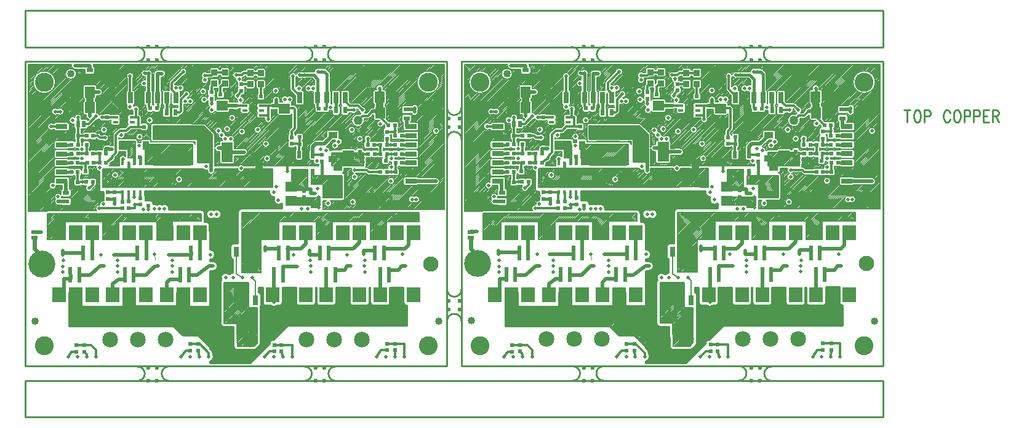
<source format=gbr>
*
%LPD*%
%LN2FOC-TC*%
%FSLAX24Y24*%
%MOIN*%
%SRX1Y1I0.0J0.0*%
%AD*%
%ADD11C,0.007870*%
%ADD13C,0.010000*%
%ADD16C,0.019690*%
%ADD20C,0.008000*%
%ADD23R,0.040000X0.040000*%
%ADD24C,0.102360*%
%ADD25R,0.024000X0.035000*%
%ADD26R,0.035000X0.024000*%
%ADD27C,0.040000*%
%ADD28C,0.145670*%
%ADD29C,0.082680*%
%ADD30R,0.021650X0.021650*%
%ADD31R,0.052000X0.060000*%
%ADD32R,0.160000X0.076000*%
%ADD33R,0.032000X0.032000*%
%ADD34R,0.079920X0.125200*%
%ADD35R,0.029920X0.055120*%
%ADD36R,0.075000X0.084000*%
%ADD37R,0.060000X0.052000*%
%ADD38R,0.031500X0.011810*%
%ADD39R,0.029530X0.047240*%
%ADD40R,0.106000X0.063000*%
%ADD41R,0.063000X0.106000*%
%ADD42R,0.019690X0.019690*%
%ADD43R,0.048030X0.035830*%
%ADD44R,0.035830X0.048030*%
%ADD45R,0.051180X0.035430*%
%ADD46R,0.015750X0.023620*%
%ADD47R,0.118110X0.102360*%
%ADD48R,0.020870X0.041340*%
%ADD49C,0.050000*%
%ADD50R,0.062990X0.027560*%
%ADD51R,0.118110X0.082680*%
%ADD52R,0.027560X0.062990*%
%ADD53R,0.082680X0.118110*%
%ADD54C,0.023620*%
%ADD55C,0.085000*%
%ADD56C,0.009130*%
%ADD57C,0.011810*%
%ADD58C,0.007870*%
%ADD59C,0.059060*%
%ADD60C,0.039370*%
%ADD61C,0.023620*%
%ADD62C,0.015750*%
%ADD63C,0.000200*%
%ADD64C,0.031500*%
%ADD65C,0.019690*%
G54D11*
G1X12352Y24654D2*
G1X12362Y24654D1*
G1X5689Y10087D2*
G54D13*
G1X28523Y10087D1*
G1X28523Y26622D1*
G1X5689Y26622D1*
G1X5689Y10087D1*
G1X11729Y26620D2*
G75*
G3X11730Y27420I17J400D1*
G74*
G1X13453Y27415D2*
G75*
G3X13452Y26615I-17J-400D1*
G74*
G1X20824Y26616D2*
G75*
G3X20825Y27416I17J400D1*
G74*
G1X22490Y27422D2*
G75*
G3X22489Y26622I-17J-400D1*
G74*
G1X11751Y9287D2*
G75*
G3X11752Y10064I16J388D1*
G74*
G1X13473Y10075D2*
G75*
G3X13472Y9296I-16J-390D1*
G74*
G1X20797Y9292D2*
G75*
G3X20797Y10068I15J388D1*
G74*
G1X22505Y10071D2*
G75*
G3X22504Y9292I-16J-390D1*
G74*
G1X29305Y12527D2*
G75*
G3X28529Y12528I-388J16D1*
G74*
G1X28530Y14263D2*
G75*
G3X29309Y14262I390J-16D1*
G74*
G1X5682Y29383D2*
G1X52139Y29383D1*
G1X52139Y27415D1*
G1X5682Y27415D1*
G1X5682Y29383D1*
G1X29304Y10092D2*
G1X52139Y10092D1*
G1X52139Y26627D1*
G1X29304Y26627D1*
G1X29304Y10092D1*
G1X5682Y9304D2*
G1X52139Y9304D1*
G1X52139Y7336D1*
G1X5682Y7336D1*
G1X5682Y9304D1*
G1X29304Y22409D2*
G75*
G3X28528Y22410I-388J16D1*
G74*
G1X28530Y24125D2*
G75*
G3X29309Y24124I390J-16D1*
G74*
G1X37050Y27414D2*
G75*
G3X37049Y26614I-17J-400D1*
G74*
G1X35278Y26617D2*
G75*
G3X35279Y27417I17J400D1*
G74*
G1X44328Y26617D2*
G75*
G3X44329Y27417I17J400D1*
G74*
G1X46098Y27426D2*
G75*
G3X46097Y26626I-17J-400D1*
G74*
G1X46114Y10066D2*
G75*
G3X46114Y9287I-16J-390D1*
G74*
G1X44341Y9311D2*
G75*
G3X44341Y10087I16J388D1*
G74*
G1X37019Y10085D2*
G75*
G3X37018Y9306I-16J-390D1*
G74*
G1X35329Y9303D2*
G75*
G3X35330Y10080I16J388D1*
G74*
G1X7505Y13955D2*
G54D16*
G1X7775Y13788D1*
G1X7775Y14827D1*
G1X8130Y14827D1*
G1X8602Y14811D2*
G1X8603Y14997D1*
G1X8604Y14997D2*
G1X8602Y14811D1*
G1X8602Y14772D1*
G1X8602Y14811D1*
G1X10419Y13955D2*
G1X10419Y14559D1*
G1X10756Y14807D1*
G1X10760Y14811D1*
G1X11079Y14811D1*
G1X11079Y15284D1*
G1X8126Y14811D2*
G1X8130Y14827D1*
G1X13330Y14638D2*
G1X13500Y14811D1*
G1X14071Y14811D1*
G1X13330Y14638D2*
G1X13332Y13955D1*
G1X19080Y13955D2*
G1X19149Y13562D1*
G1X19149Y14811D1*
G1X19149Y15284D1*
G1X21984Y15284D2*
G1X21984Y14811D1*
G1X21993Y13955D1*
G1X22464Y14811D2*
G1X22464Y15284D1*
G1X19629Y14811D2*
G1X19629Y15284D1*
G1X24907Y13955D2*
G1X24907Y14811D1*
G1X6181Y17370D2*
G1X6181Y17380D1*
G1X6535Y17380D1*
G1X8603Y14997D2*
G1X8603Y15032D1*
G1X8606Y15284D2*
G1X8604Y15032D1*
G1X9173Y15032D1*
G1X9744Y15516D1*
G1X8604Y14997D2*
G1X8603Y15032D1*
G1X8604Y15032D1*
G1X8606Y14811D2*
G1X8604Y14997D1*
G1X8604Y15032D1*
G1X7697Y16248D2*
G1X8819Y16248D1*
G1X8819Y16473D1*
G1X10472Y16146D2*
G1X10669Y16146D1*
G1X11750Y16146D1*
G1X11750Y16146D1*
G1X9744Y15516D2*
G1X9941Y15516D1*
G1X7697Y16362D2*
G1X7697Y16248D1*
G1X7697Y16146D1*
G1X9299Y15992D2*
G1X9299Y16473D1*
G1X9299Y16941D1*
G1X9305Y17341D1*
G1X8126Y15284D2*
G1X8130Y14827D1*
G1X8819Y15992D2*
G1X8819Y16248D1*
G1X14551Y14811D2*
G1X14551Y15032D1*
G1X14980Y15032D1*
G1X15649Y15516D1*
G1X11750Y16146D2*
G1X11756Y16469D1*
G1X11559Y14811D2*
G1X11559Y15032D1*
G1X11565Y15038D1*
G1X12206Y15038D1*
G1X12681Y15512D1*
G1X13445Y16146D2*
G1X13661Y16146D1*
G1X14663Y16146D1*
G1X14663Y16146D1*
G1X12681Y15512D2*
G1X12874Y15516D1*
G1X15132Y17341D2*
G1X15141Y16938D1*
G1X15141Y16473D1*
G1X12219Y17341D2*
G1X12228Y16938D1*
G1X12228Y16473D1*
G1X11748Y15992D2*
G1X11750Y16146D1*
G1X11559Y15284D2*
G1X11559Y15032D1*
G1X15141Y16473D2*
G1X15141Y15992D1*
G1X14661Y16473D2*
G1X14663Y16146D1*
G1X12228Y16473D2*
G1X12228Y15992D1*
G1X11748Y16473D2*
G1X11752Y16469D1*
G1X11756Y16469D1*
G1X14071Y15284D2*
G1X14071Y14811D1*
G1X14551Y15284D2*
G1X14551Y15032D1*
G1X18669Y16564D2*
G1X18669Y16579D1*
G1X18669Y16477D2*
G1X19413Y16477D1*
G1X19425Y16465D1*
G1X18669Y16362D2*
G1X18669Y16477D1*
G1X18669Y16564D1*
G1X15649Y15516D2*
G1X15846Y15516D1*
G1X19425Y16465D2*
G1X19425Y15992D1*
G1X21630Y15992D2*
G1X21630Y16146D1*
G1X21630Y16465D1*
G1X19885Y16469D2*
G1X20604Y16469D1*
G1X20880Y16744D1*
G1X20880Y17341D1*
G1X19885Y16469D2*
G1X19905Y16465D1*
G1X21373Y18839D2*
G1X21377Y18820D1*
G1X21378Y18817D1*
G1X23126Y15516D2*
G1X23323Y15516D1*
G1X20193Y15514D2*
G1X20397Y15514D1*
G1X21630Y16146D2*
G1X21078Y16146D1*
G1X21078Y16362D1*
G1X22464Y15284D2*
G1X22976Y15284D1*
G1X23126Y15516D1*
G1X19629Y15284D2*
G1X19629Y15510D1*
G1X19634Y15514D1*
G1X20193Y15514D1*
G1X22110Y15992D2*
G1X22110Y16465D1*
G1X23445Y16465D1*
G1X23793Y16814D1*
G1X23793Y17341D1*
G1X19905Y16465D2*
G1X19905Y15992D1*
G1X24008Y16374D2*
G1X24015Y16382D1*
G1X24626Y16382D1*
G1X24008Y16374D2*
G1X24008Y16162D1*
G1X26075Y15528D2*
G1X26271Y15524D1*
G1X24622Y15992D2*
G1X24626Y16382D1*
G1X24898Y15284D2*
G1X24907Y14881D1*
G1X24907Y14811D1*
G1X25378Y14811D2*
G1X25378Y15284D1*
G1X25893Y15284D1*
G1X26075Y15528D1*
G1X25102Y15992D2*
G1X25102Y16465D1*
G1X26250Y16465D1*
G1X26441Y16655D1*
G1X26441Y17341D1*
G1X26707Y17341D1*
G1X24622Y16465D2*
G1X24626Y16382D1*
G1X7460Y19034D2*
G1X7474Y19020D1*
G1X7893Y19020D1*
G1X7870Y20136D2*
G1X7870Y19500D1*
G1X7893Y19500D1*
G1X10059Y21622D2*
G1X10059Y21898D1*
G1X10177Y21898D1*
G1X10197Y21878D1*
G1X10374Y21878D1*
G1X12342Y19524D2*
G1X13326Y19524D1*
G1X12224Y22075D2*
G1X12244Y22055D1*
G1X12244Y21445D1*
G1X12342Y19162D2*
G1X12342Y19524D1*
G1X13307Y19241D2*
G1X13307Y19504D1*
G1X13326Y19524D1*
G1X16138Y21921D2*
G1X16613Y21921D1*
G1X17256Y21713D2*
G1X17531Y21713D1*
G1X15748Y21180D2*
G1X15748Y21337D1*
G1X15748Y21121D2*
G1X15748Y20904D1*
G1X15748Y20688D1*
G1X15748Y21121D2*
G1X15748Y21180D1*
G1X16613Y21711D2*
G1X17256Y21711D1*
G1X17256Y21713D1*
G1X20964Y19693D2*
G1X21141Y19693D1*
G1X21260Y21878D2*
G1X21260Y21996D1*
G1X21417Y22154D1*
G1X21870Y22154D1*
G1X22323Y22606D1*
G1X22323Y22614D1*
G1X22342Y22634D1*
G1X23149Y22297D2*
G1X23149Y22095D1*
G1X23799Y22095D1*
G1X23149Y22311D2*
G1X23149Y22297D1*
G1X20767Y19004D2*
G1X21338Y19004D1*
G1X21366Y18871D1*
G1X21373Y18839D1*
G1X20767Y19693D2*
G1X20964Y19693D1*
G1X21141Y19693D2*
G1X21141Y19457D1*
G1X21378Y19457D1*
G1X21269Y21563D2*
G1X21260Y21573D1*
G1X21260Y21799D1*
G1X21260Y21878D1*
G1X26575Y20136D2*
G1X27913Y20136D1*
G1X27933Y20117D1*
G1X9173Y23669D2*
G1X9179Y23669D1*
G1X9179Y24122D1*
G1X8366Y26406D2*
G1X9173Y26406D1*
G1X9173Y26150D1*
G1X7677Y24536D2*
G1X8031Y24536D1*
G1X8419Y24536D1*
G1X9179Y24969D2*
G1X9665Y24969D1*
G1X12834Y25973D2*
G1X12844Y25963D1*
G1X12844Y24654D1*
G1X12854Y25973D2*
G1X13090Y25973D1*
G1X14832Y25795D2*
G1X14832Y24880D1*
G1X15000Y24713D1*
G1X15000Y24352D1*
G1X15886Y23467D1*
G1X16358Y23467D1*
G1X16850Y24221D2*
G1X17067Y24221D1*
G1X19271Y24555D2*
G1X19271Y24221D1*
G1X16358Y24227D2*
G1X16830Y24227D1*
G1X16830Y24221D1*
G1X19134Y24221D2*
G1X19842Y24221D1*
G1X19527Y25795D2*
G1X19527Y26051D1*
G1X19537Y26051D1*
G1X19537Y25795D1*
G1X24488Y23916D2*
G1X24876Y23916D1*
G1X26338Y24018D2*
G1X26771Y24018D1*
G1X26338Y23538D2*
G1X26338Y23089D1*
G1X26575Y23089D1*
G1X17165Y11170D2*
G54D20*
G1X17145Y12410D1*
G1X16457Y12410D1*
G1X16457Y14633D1*
G1X17775Y14633D1*
G1X17775Y13275D1*
G1X18243Y13275D1*
G1X18243Y11343D1*
G1X18070Y11170D1*
G1X17165Y11170D1*
G1X17402Y15182D2*
G1X17402Y18440D1*
G1X27015Y18440D1*
G1X27015Y17946D1*
G1X25243Y17946D1*
G1X25243Y16957D1*
G1X24363Y16957D1*
G1X24363Y17946D1*
G1X22322Y17946D1*
G1X22322Y16957D1*
G1X21445Y16957D1*
G1X21445Y17946D1*
G1X19420Y17946D1*
G1X19420Y16961D1*
G1X18460Y16961D1*
G1X18460Y15182D1*
G1X17402Y15182D1*
G1X12185Y21032D2*
G1X14743Y21032D1*
G1X14743Y22124D1*
G1X12185Y22124D1*
G1X12185Y21032D1*
G1X10768Y22291D2*
G1X11633Y22291D1*
G1X11633Y21387D1*
G1X11260Y21387D1*
G1X11260Y21859D1*
G1X10768Y21859D1*
G1X10768Y22291D1*
G1X20964Y20775D2*
G1X20964Y19635D1*
G1X20099Y19635D1*
G1X20099Y20775D1*
G1X20964Y20775D1*
G1X19863Y19244D2*
G1X21633Y19244D1*
G1X21633Y18839D1*
G1X19863Y18839D1*
G1X19863Y19244D1*
G1X21162Y20440D2*
G1X22853Y20440D1*
G1X22853Y19221D1*
G1X21811Y19221D1*
G1X21811Y19950D1*
G1X21162Y19950D1*
G1X21162Y20440D1*
G1X22284Y21681D2*
G1X22284Y20964D1*
G1X23995Y20964D1*
G1X23995Y21681D1*
G1X22284Y21681D1*
G1X6870Y16957D2*
G1X7834Y16957D1*
G1X7834Y17942D1*
G1X9866Y17942D1*
G1X9866Y16965D1*
G1X10747Y16965D1*
G1X10747Y17938D1*
G1X12796Y17938D1*
G1X12796Y16946D1*
G1X13660Y16946D1*
G1X13660Y17950D1*
G1X15196Y17950D1*
G1X15196Y18377D1*
G1X6870Y18377D1*
G1X6870Y16957D1*
G1X17150Y12113D2*
G1X18243Y13206D1*
G1X17152Y12013D2*
G1X18243Y13104D1*
G1X17153Y11913D2*
G1X18243Y13003D1*
G1X17155Y11813D2*
G1X18243Y12901D1*
G1X17156Y11712D2*
G1X18243Y12799D1*
G1X17158Y11612D2*
G1X18243Y12697D1*
G1X17160Y11512D2*
G1X18243Y12595D1*
G1X17161Y11412D2*
G1X18243Y12494D1*
G1X17163Y11311D2*
G1X18243Y12392D1*
G1X17164Y11211D2*
G1X18243Y12290D1*
G1X17225Y11170D2*
G1X18243Y12188D1*
G1X17327Y11170D2*
G1X18243Y12086D1*
G1X17429Y11170D2*
G1X18243Y11984D1*
G1X17531Y11170D2*
G1X18243Y11883D1*
G1X17632Y11170D2*
G1X18243Y11781D1*
G1X17734Y11170D2*
G1X18243Y11679D1*
G1X17836Y11170D2*
G1X18243Y11577D1*
G1X17938Y11170D2*
G1X18243Y11475D1*
G1X18040Y11170D2*
G1X18243Y11373D1*
G1X17149Y12213D2*
G1X18210Y13275D1*
G1X17147Y12314D2*
G1X18108Y13275D1*
G1X17142Y12410D2*
G1X18007Y13275D1*
G1X17040Y12410D2*
G1X17905Y13275D1*
G1X16938Y12410D2*
G1X17803Y13275D1*
G1X16457Y13253D2*
G1X17775Y14571D1*
G1X16457Y13151D2*
G1X17775Y14469D1*
G1X16457Y13049D2*
G1X17775Y14367D1*
G1X16457Y12947D2*
G1X17775Y14265D1*
G1X16457Y12846D2*
G1X17775Y14163D1*
G1X16457Y12744D2*
G1X17775Y14061D1*
G1X16457Y12642D2*
G1X17775Y13960D1*
G1X16457Y12540D2*
G1X17775Y13858D1*
G1X16457Y12438D2*
G1X17775Y13756D1*
G1X16531Y12410D2*
G1X17775Y13654D1*
G1X16633Y12410D2*
G1X17775Y13552D1*
G1X16734Y12410D2*
G1X17775Y13451D1*
G1X16836Y12410D2*
G1X17775Y13349D1*
G1X16457Y13355D2*
G1X17736Y14633D1*
G1X16457Y13457D2*
G1X17634Y14633D1*
G1X16457Y13558D2*
G1X17532Y14633D1*
G1X16457Y13660D2*
G1X17430Y14633D1*
G1X16457Y13762D2*
G1X17328Y14633D1*
G1X16457Y13864D2*
G1X17227Y14633D1*
G1X16457Y13966D2*
G1X17125Y14633D1*
G1X16457Y14068D2*
G1X17023Y14633D1*
G1X16457Y14169D2*
G1X16921Y14633D1*
G1X16457Y14271D2*
G1X16819Y14633D1*
G1X16457Y14373D2*
G1X16717Y14633D1*
G1X16457Y14475D2*
G1X16616Y14633D1*
G1X16457Y14577D2*
G1X16514Y14633D1*
G1X26521Y17946D2*
G1X27015Y18440D1*
G1X26622Y17946D2*
G1X27015Y18338D1*
G1X26724Y17946D2*
G1X27015Y18236D1*
G1X26826Y17946D2*
G1X27015Y18135D1*
G1X26928Y17946D2*
G1X27015Y18033D1*
G1X26419Y17946D2*
G1X26914Y18440D1*
G1X26317Y17946D2*
G1X26812Y18440D1*
G1X26215Y17946D2*
G1X26710Y18440D1*
G1X26113Y17946D2*
G1X26608Y18440D1*
G1X26011Y17946D2*
G1X26506Y18440D1*
G1X25910Y17946D2*
G1X26404Y18440D1*
G1X25808Y17946D2*
G1X26303Y18440D1*
G1X25706Y17946D2*
G1X26201Y18440D1*
G1X25604Y17946D2*
G1X26099Y18440D1*
G1X25502Y17946D2*
G1X25997Y18440D1*
G1X25400Y17946D2*
G1X25895Y18440D1*
G1X25299Y17946D2*
G1X25793Y18440D1*
G1X24363Y17111D2*
G1X25692Y18440D1*
G1X24363Y17213D2*
G1X25590Y18440D1*
G1X24363Y17315D2*
G1X25488Y18440D1*
G1X24363Y17417D2*
G1X25386Y18440D1*
G1X24363Y17519D2*
G1X25284Y18440D1*
G1X24363Y17010D2*
G1X25243Y17890D1*
G1X24412Y16957D2*
G1X25243Y17788D1*
G1X24514Y16957D2*
G1X25243Y17687D1*
G1X24616Y16957D2*
G1X25243Y17585D1*
G1X24718Y16957D2*
G1X25243Y17483D1*
G1X24820Y16957D2*
G1X25243Y17381D1*
G1X24921Y16957D2*
G1X25243Y17279D1*
G1X25023Y16957D2*
G1X25243Y17177D1*
G1X25125Y16957D2*
G1X25243Y17076D1*
G1X25227Y16957D2*
G1X25243Y16974D1*
G1X24363Y17621D2*
G1X25183Y18440D1*
G1X24363Y17722D2*
G1X25081Y18440D1*
G1X24363Y17824D2*
G1X24979Y18440D1*
G1X24363Y17926D2*
G1X24877Y18440D1*
G1X24280Y17946D2*
G1X24775Y18440D1*
G1X24179Y17946D2*
G1X24673Y18440D1*
G1X24077Y17946D2*
G1X24572Y18440D1*
G1X23975Y17946D2*
G1X24470Y18440D1*
G1X23873Y17946D2*
G1X24368Y18440D1*
G1X23771Y17946D2*
G1X24266Y18440D1*
G1X23669Y17946D2*
G1X24164Y18440D1*
G1X23568Y17946D2*
G1X24062Y18440D1*
G1X23466Y17946D2*
G1X23961Y18440D1*
G1X23364Y17946D2*
G1X23859Y18440D1*
G1X23262Y17946D2*
G1X23757Y18440D1*
G1X23160Y17946D2*
G1X23655Y18440D1*
G1X23059Y17946D2*
G1X23553Y18440D1*
G1X22957Y17946D2*
G1X23452Y18440D1*
G1X22855Y17946D2*
G1X23350Y18440D1*
G1X22753Y17946D2*
G1X23248Y18440D1*
G1X22651Y17946D2*
G1X23146Y18440D1*
G1X22549Y17946D2*
G1X23044Y18440D1*
G1X22448Y17946D2*
G1X22942Y18440D1*
G1X22346Y17946D2*
G1X22841Y18440D1*
G1X21445Y17147D2*
G1X22739Y18440D1*
G1X21445Y17249D2*
G1X22637Y18440D1*
G1X21445Y17351D2*
G1X22535Y18440D1*
G1X21445Y17452D2*
G1X22433Y18440D1*
G1X21445Y17554D2*
G1X22331Y18440D1*
G1X21445Y17045D2*
G1X22322Y17922D1*
G1X21459Y16957D2*
G1X22322Y17820D1*
G1X21561Y16957D2*
G1X22322Y17718D1*
G1X21663Y16957D2*
G1X22322Y17616D1*
G1X21765Y16957D2*
G1X22322Y17515D1*
G1X21867Y16957D2*
G1X22322Y17413D1*
G1X21969Y16957D2*
G1X22322Y17311D1*
G1X22070Y16957D2*
G1X22322Y17209D1*
G1X22172Y16957D2*
G1X22322Y17107D1*
G1X22274Y16957D2*
G1X22322Y17005D1*
G1X21445Y17656D2*
G1X22230Y18440D1*
G1X21445Y17758D2*
G1X22128Y18440D1*
G1X21445Y17860D2*
G1X22026Y18440D1*
G1X21429Y17946D2*
G1X21924Y18440D1*
G1X21328Y17946D2*
G1X21822Y18440D1*
G1X21226Y17946D2*
G1X21721Y18440D1*
G1X21124Y17946D2*
G1X21619Y18440D1*
G1X21022Y17946D2*
G1X21517Y18440D1*
G1X20920Y17946D2*
G1X21415Y18440D1*
G1X20818Y17946D2*
G1X21313Y18440D1*
G1X20717Y17946D2*
G1X21211Y18440D1*
G1X20615Y17946D2*
G1X21110Y18440D1*
G1X20513Y17946D2*
G1X21008Y18440D1*
G1X20411Y17946D2*
G1X20906Y18440D1*
G1X20309Y17946D2*
G1X20804Y18440D1*
G1X20207Y17946D2*
G1X20702Y18440D1*
G1X20106Y17946D2*
G1X20600Y18440D1*
G1X20004Y17946D2*
G1X20499Y18440D1*
G1X19902Y17946D2*
G1X20397Y18440D1*
G1X19800Y17946D2*
G1X20295Y18440D1*
G1X19698Y17946D2*
G1X20193Y18440D1*
G1X19597Y17946D2*
G1X20091Y18440D1*
G1X19495Y17946D2*
G1X19990Y18440D1*
G1X17402Y15955D2*
G1X19888Y18440D1*
G1X17402Y16057D2*
G1X19786Y18440D1*
G1X17402Y16158D2*
G1X19684Y18440D1*
G1X17402Y16260D2*
G1X19582Y18440D1*
G1X17402Y16362D2*
G1X19480Y18440D1*
G1X18510Y16961D2*
G1X19420Y17871D1*
G1X18612Y16961D2*
G1X19420Y17769D1*
G1X18714Y16961D2*
G1X19420Y17668D1*
G1X18816Y16961D2*
G1X19420Y17566D1*
G1X18918Y16961D2*
G1X19420Y17464D1*
G1X19020Y16961D2*
G1X19420Y17362D1*
G1X19121Y16961D2*
G1X19420Y17260D1*
G1X19223Y16961D2*
G1X19420Y17159D1*
G1X19325Y16961D2*
G1X19420Y17057D1*
G1X17402Y16464D2*
G1X19379Y18440D1*
G1X17402Y16566D2*
G1X19277Y18440D1*
G1X17402Y16667D2*
G1X19175Y18440D1*
G1X17402Y16769D2*
G1X19073Y18440D1*
G1X17402Y16871D2*
G1X18971Y18440D1*
G1X17402Y16973D2*
G1X18869Y18440D1*
G1X17402Y17075D2*
G1X18768Y18440D1*
G1X17402Y17177D2*
G1X18666Y18440D1*
G1X17402Y17278D2*
G1X18564Y18440D1*
G1X17402Y17380D2*
G1X18462Y18440D1*
G1X17402Y15853D2*
G1X18460Y16911D1*
G1X17402Y15751D2*
G1X18460Y16809D1*
G1X17402Y15649D2*
G1X18460Y16707D1*
G1X17402Y15547D2*
G1X18460Y16605D1*
G1X17402Y15446D2*
G1X18460Y16503D1*
G1X17402Y15344D2*
G1X18460Y16402D1*
G1X17402Y15242D2*
G1X18460Y16300D1*
G1X17444Y15182D2*
G1X18460Y16198D1*
G1X17546Y15182D2*
G1X18460Y16096D1*
G1X17647Y15182D2*
G1X18460Y15994D1*
G1X17749Y15182D2*
G1X18460Y15892D1*
G1X17851Y15182D2*
G1X18460Y15791D1*
G1X17953Y15182D2*
G1X18460Y15689D1*
G1X18055Y15182D2*
G1X18460Y15587D1*
G1X18156Y15182D2*
G1X18460Y15485D1*
G1X18258Y15182D2*
G1X18460Y15383D1*
G1X18360Y15182D2*
G1X18460Y15281D1*
G1X17402Y17482D2*
G1X18360Y18440D1*
G1X17402Y17584D2*
G1X18259Y18440D1*
G1X17402Y17686D2*
G1X18157Y18440D1*
G1X17402Y17788D2*
G1X18055Y18440D1*
G1X17402Y17889D2*
G1X17953Y18440D1*
G1X17402Y17991D2*
G1X17851Y18440D1*
G1X17402Y18093D2*
G1X17749Y18440D1*
G1X17402Y18195D2*
G1X17648Y18440D1*
G1X17402Y18297D2*
G1X17546Y18440D1*
G1X17402Y18398D2*
G1X17444Y18440D1*
G1X13725Y21032D2*
G1X14743Y22050D1*
G1X13827Y21032D2*
G1X14743Y21948D1*
G1X13929Y21032D2*
G1X14743Y21847D1*
G1X14031Y21032D2*
G1X14743Y21745D1*
G1X14132Y21032D2*
G1X14743Y21643D1*
G1X14234Y21032D2*
G1X14743Y21541D1*
G1X14336Y21032D2*
G1X14743Y21439D1*
G1X14438Y21032D2*
G1X14743Y21337D1*
G1X14540Y21032D2*
G1X14743Y21236D1*
G1X14642Y21032D2*
G1X14743Y21134D1*
G1X13623Y21032D2*
G1X14715Y22124D1*
G1X13522Y21032D2*
G1X14613Y22124D1*
G1X13420Y21032D2*
G1X14511Y22124D1*
G1X13318Y21032D2*
G1X14410Y22124D1*
G1X13216Y21032D2*
G1X14308Y22124D1*
G1X13114Y21032D2*
G1X14206Y22124D1*
G1X13012Y21032D2*
G1X14104Y22124D1*
G1X12911Y21032D2*
G1X14002Y22124D1*
G1X12809Y21032D2*
G1X13900Y22124D1*
G1X12707Y21032D2*
G1X13799Y22124D1*
G1X12605Y21032D2*
G1X13697Y22124D1*
G1X12503Y21032D2*
G1X13595Y22124D1*
G1X12401Y21032D2*
G1X13493Y22124D1*
G1X12300Y21032D2*
G1X13391Y22124D1*
G1X12198Y21032D2*
G1X13290Y22124D1*
G1X12185Y21122D2*
G1X13188Y22124D1*
G1X12185Y21223D2*
G1X13086Y22124D1*
G1X12185Y21325D2*
G1X12984Y22124D1*
G1X12185Y21427D2*
G1X12882Y22124D1*
G1X12185Y21529D2*
G1X12780Y22124D1*
G1X12185Y21631D2*
G1X12679Y22124D1*
G1X12185Y21733D2*
G1X12577Y22124D1*
G1X12185Y21834D2*
G1X12475Y22124D1*
G1X12185Y21936D2*
G1X12373Y22124D1*
G1X12185Y22038D2*
G1X12271Y22124D1*
G1X11260Y21828D2*
G1X11633Y22201D1*
G1X11260Y21726D2*
G1X11633Y22099D1*
G1X11260Y21625D2*
G1X11633Y21997D1*
G1X11260Y21523D2*
G1X11633Y21895D1*
G1X11260Y21421D2*
G1X11633Y21794D1*
G1X11328Y21387D2*
G1X11633Y21692D1*
G1X11430Y21387D2*
G1X11633Y21590D1*
G1X11531Y21387D2*
G1X11633Y21488D1*
G1X11189Y21859D2*
G1X11621Y22291D1*
G1X11087Y21859D2*
G1X11519Y22291D1*
G1X10986Y21859D2*
G1X11417Y22291D1*
G1X10884Y21859D2*
G1X11316Y22291D1*
G1X10782Y21859D2*
G1X11214Y22291D1*
G1X10768Y21947D2*
G1X11112Y22291D1*
G1X10768Y22049D2*
G1X11010Y22291D1*
G1X10768Y22151D2*
G1X10908Y22291D1*
G1X10768Y22252D2*
G1X10806Y22291D1*
G1X20099Y19890D2*
G1X20964Y20754D1*
G1X20099Y19788D2*
G1X20964Y20653D1*
G1X20099Y19686D2*
G1X20964Y20551D1*
G1X20149Y19635D2*
G1X20964Y20449D1*
G1X20251Y19635D2*
G1X20964Y20347D1*
G1X20353Y19635D2*
G1X20964Y20245D1*
G1X20455Y19635D2*
G1X20964Y20144D1*
G1X20557Y19635D2*
G1X20964Y20042D1*
G1X20658Y19635D2*
G1X20964Y19940D1*
G1X20760Y19635D2*
G1X20964Y19838D1*
G1X20862Y19635D2*
G1X20964Y19736D1*
G1X20099Y19991D2*
G1X20883Y20775D1*
G1X20099Y20093D2*
G1X20781Y20775D1*
G1X20099Y20195D2*
G1X20679Y20775D1*
G1X20099Y20297D2*
G1X20577Y20775D1*
G1X20099Y20399D2*
G1X20475Y20775D1*
G1X20099Y20501D2*
G1X20373Y20775D1*
G1X20099Y20602D2*
G1X20272Y20775D1*
G1X20099Y20704D2*
G1X20170Y20775D1*
G1X21328Y18839D2*
G1X21633Y19145D1*
G1X21430Y18839D2*
G1X21633Y19043D1*
G1X21531Y18839D2*
G1X21633Y18941D1*
G1X21226Y18839D2*
G1X21630Y19244D1*
G1X21124Y18839D2*
G1X21528Y19244D1*
G1X21022Y18839D2*
G1X21427Y19244D1*
G1X20920Y18839D2*
G1X21325Y19244D1*
G1X20819Y18839D2*
G1X21223Y19244D1*
G1X20717Y18839D2*
G1X21121Y19244D1*
G1X20615Y18839D2*
G1X21019Y19244D1*
G1X20513Y18839D2*
G1X20917Y19244D1*
G1X20411Y18839D2*
G1X20816Y19244D1*
G1X20309Y18839D2*
G1X20714Y19244D1*
G1X20208Y18839D2*
G1X20612Y19244D1*
G1X20106Y18839D2*
G1X20510Y19244D1*
G1X20004Y18839D2*
G1X20408Y19244D1*
G1X19902Y18839D2*
G1X20306Y19244D1*
G1X19863Y18902D2*
G1X20205Y19244D1*
G1X19863Y19003D2*
G1X20103Y19244D1*
G1X19863Y19105D2*
G1X20001Y19244D1*
G1X19863Y19207D2*
G1X19899Y19244D1*
G1X21811Y19299D2*
G1X22853Y20341D1*
G1X21835Y19221D2*
G1X22853Y20239D1*
G1X21937Y19221D2*
G1X22853Y20137D1*
G1X22039Y19221D2*
G1X22853Y20036D1*
G1X22141Y19221D2*
G1X22853Y19934D1*
G1X22243Y19221D2*
G1X22853Y19832D1*
G1X22345Y19221D2*
G1X22853Y19730D1*
G1X22446Y19221D2*
G1X22853Y19628D1*
G1X22548Y19221D2*
G1X22853Y19526D1*
G1X22650Y19221D2*
G1X22853Y19425D1*
G1X22752Y19221D2*
G1X22853Y19323D1*
G1X21811Y19401D2*
G1X22851Y20440D1*
G1X21811Y19503D2*
G1X22749Y20440D1*
G1X21811Y19604D2*
G1X22647Y20440D1*
G1X21811Y19706D2*
G1X22546Y20440D1*
G1X21811Y19808D2*
G1X22444Y20440D1*
G1X21811Y19910D2*
G1X22342Y20440D1*
G1X21749Y19950D2*
G1X22240Y20440D1*
G1X21647Y19950D2*
G1X22138Y20440D1*
G1X21546Y19950D2*
G1X22036Y20440D1*
G1X21444Y19950D2*
G1X21935Y20440D1*
G1X21342Y19950D2*
G1X21833Y20440D1*
G1X21240Y19950D2*
G1X21731Y20440D1*
G1X21162Y19973D2*
G1X21629Y20440D1*
G1X21162Y20075D2*
G1X21527Y20440D1*
G1X21162Y20177D2*
G1X21425Y20440D1*
G1X21162Y20279D2*
G1X21324Y20440D1*
G1X21162Y20380D2*
G1X21222Y20440D1*
G1X23283Y20964D2*
G1X23995Y21676D1*
G1X23384Y20964D2*
G1X23995Y21574D1*
G1X23486Y20964D2*
G1X23995Y21473D1*
G1X23588Y20964D2*
G1X23995Y21371D1*
G1X23690Y20964D2*
G1X23995Y21269D1*
G1X23792Y20964D2*
G1X23995Y21167D1*
G1X23894Y20964D2*
G1X23995Y21065D1*
G1X23181Y20964D2*
G1X23898Y21681D1*
G1X23079Y20964D2*
G1X23796Y21681D1*
G1X22977Y20964D2*
G1X23694Y21681D1*
G1X22875Y20964D2*
G1X23592Y21681D1*
G1X22774Y20964D2*
G1X23490Y21681D1*
G1X22672Y20964D2*
G1X23389Y21681D1*
G1X22570Y20964D2*
G1X23287Y21681D1*
G1X22468Y20964D2*
G1X23185Y21681D1*
G1X22366Y20964D2*
G1X23083Y21681D1*
G1X22284Y20983D2*
G1X22981Y21681D1*
G1X22284Y21085D2*
G1X22879Y21681D1*
G1X22284Y21187D2*
G1X22778Y21681D1*
G1X22284Y21289D2*
G1X22676Y21681D1*
G1X22284Y21390D2*
G1X22574Y21681D1*
G1X22284Y21492D2*
G1X22472Y21681D1*
G1X22284Y21594D2*
G1X22370Y21681D1*
G1X14775Y17950D2*
G1X15196Y18371D1*
G1X14876Y17950D2*
G1X15196Y18269D1*
G1X14978Y17950D2*
G1X15196Y18167D1*
G1X15080Y17950D2*
G1X15196Y18065D1*
G1X15182Y17950D2*
G1X15196Y17964D1*
G1X14673Y17950D2*
G1X15101Y18377D1*
G1X14571Y17950D2*
G1X14999Y18377D1*
G1X14469Y17950D2*
G1X14897Y18377D1*
G1X14367Y17950D2*
G1X14795Y18377D1*
G1X14265Y17950D2*
G1X14693Y18377D1*
G1X14164Y17950D2*
G1X14592Y18377D1*
G1X14062Y17950D2*
G1X14490Y18377D1*
G1X13960Y17950D2*
G1X14388Y18377D1*
G1X13858Y17950D2*
G1X14286Y18377D1*
G1X13756Y17950D2*
G1X14184Y18377D1*
G1X12796Y17091D2*
G1X14082Y18377D1*
G1X12796Y17193D2*
G1X13981Y18377D1*
G1X12796Y17294D2*
G1X13879Y18377D1*
G1X12796Y17396D2*
G1X13777Y18377D1*
G1X12796Y17498D2*
G1X13675Y18377D1*
G1X12796Y16989D2*
G1X13660Y17854D1*
G1X12854Y16946D2*
G1X13660Y17752D1*
G1X12956Y16946D2*
G1X13660Y17650D1*
G1X13058Y16946D2*
G1X13660Y17548D1*
G1X13160Y16946D2*
G1X13660Y17446D1*
G1X13262Y16946D2*
G1X13660Y17345D1*
G1X13363Y16946D2*
G1X13660Y17243D1*
G1X13465Y16946D2*
G1X13660Y17141D1*
G1X13567Y16946D2*
G1X13660Y17039D1*
G1X12796Y17600D2*
G1X13573Y18377D1*
G1X12796Y17702D2*
G1X13471Y18377D1*
G1X12796Y17803D2*
G1X13370Y18377D1*
G1X12796Y17905D2*
G1X13268Y18377D1*
G1X12726Y17938D2*
G1X13166Y18377D1*
G1X12625Y17938D2*
G1X13064Y18377D1*
G1X12523Y17938D2*
G1X12962Y18377D1*
G1X12421Y17938D2*
G1X12861Y18377D1*
G1X12319Y17938D2*
G1X12759Y18377D1*
G1X12217Y17938D2*
G1X12657Y18377D1*
G1X12115Y17938D2*
G1X12555Y18377D1*
G1X12014Y17938D2*
G1X12453Y18377D1*
G1X11912Y17938D2*
G1X12351Y18377D1*
G1X11810Y17938D2*
G1X12250Y18377D1*
G1X11708Y17938D2*
G1X12148Y18377D1*
G1X11606Y17938D2*
G1X12046Y18377D1*
G1X11504Y17938D2*
G1X11944Y18377D1*
G1X11403Y17938D2*
G1X11842Y18377D1*
G1X11301Y17938D2*
G1X11740Y18377D1*
G1X11199Y17938D2*
G1X11639Y18377D1*
G1X11097Y17938D2*
G1X11537Y18377D1*
G1X10995Y17938D2*
G1X11435Y18377D1*
G1X10894Y17938D2*
G1X11333Y18377D1*
G1X10792Y17938D2*
G1X11231Y18377D1*
G1X9866Y17114D2*
G1X11130Y18377D1*
G1X9866Y17216D2*
G1X11028Y18377D1*
G1X9866Y17318D2*
G1X10926Y18377D1*
G1X9866Y17420D2*
G1X10824Y18377D1*
G1X9866Y17013D2*
G1X10747Y17893D1*
G1X9921Y16965D2*
G1X10747Y17791D1*
G1X10023Y16965D2*
G1X10747Y17690D1*
G1X10125Y16965D2*
G1X10747Y17588D1*
G1X10227Y16965D2*
G1X10747Y17486D1*
G1X10328Y16965D2*
G1X10747Y17384D1*
G1X10430Y16965D2*
G1X10747Y17282D1*
G1X10532Y16965D2*
G1X10747Y17180D1*
G1X10634Y16965D2*
G1X10747Y17079D1*
G1X10736Y16965D2*
G1X10747Y16977D1*
G1X9866Y17522D2*
G1X10722Y18377D1*
G1X9866Y17624D2*
G1X10620Y18377D1*
G1X9866Y17725D2*
G1X10519Y18377D1*
G1X9866Y17827D2*
G1X10417Y18377D1*
G1X9866Y17929D2*
G1X10315Y18377D1*
G1X9777Y17942D2*
G1X10213Y18377D1*
G1X9676Y17942D2*
G1X10111Y18377D1*
G1X9574Y17942D2*
G1X10009Y18377D1*
G1X9472Y17942D2*
G1X9908Y18377D1*
G1X9370Y17942D2*
G1X9806Y18377D1*
G1X9268Y17942D2*
G1X9704Y18377D1*
G1X9166Y17942D2*
G1X9602Y18377D1*
G1X9065Y17942D2*
G1X9500Y18377D1*
G1X8963Y17942D2*
G1X9399Y18377D1*
G1X8861Y17942D2*
G1X9297Y18377D1*
G1X8759Y17942D2*
G1X9195Y18377D1*
G1X8657Y17942D2*
G1X9093Y18377D1*
G1X8556Y17942D2*
G1X8991Y18377D1*
G1X8454Y17942D2*
G1X8889Y18377D1*
G1X8352Y17942D2*
G1X8788Y18377D1*
G1X8250Y17942D2*
G1X8686Y18377D1*
G1X8148Y17942D2*
G1X8584Y18377D1*
G1X8046Y17942D2*
G1X8482Y18377D1*
G1X7945Y17942D2*
G1X8380Y18377D1*
G1X7843Y17942D2*
G1X8278Y18377D1*
G1X6870Y17071D2*
G1X8177Y18377D1*
G1X6870Y17173D2*
G1X8075Y18377D1*
G1X6870Y17275D2*
G1X7973Y18377D1*
G1X6870Y17377D2*
G1X7871Y18377D1*
G1X6870Y16969D2*
G1X7834Y17933D1*
G1X6960Y16957D2*
G1X7834Y17831D1*
G1X7062Y16957D2*
G1X7834Y17729D1*
G1X7164Y16957D2*
G1X7834Y17627D1*
G1X7266Y16957D2*
G1X7834Y17525D1*
G1X7368Y16957D2*
G1X7834Y17424D1*
G1X7469Y16957D2*
G1X7834Y17322D1*
G1X7571Y16957D2*
G1X7834Y17220D1*
G1X7673Y16957D2*
G1X7834Y17118D1*
G1X7775Y16957D2*
G1X7834Y17016D1*
G1X6870Y17479D2*
G1X7769Y18377D1*
G1X6870Y17580D2*
G1X7668Y18377D1*
G1X6870Y17682D2*
G1X7566Y18377D1*
G1X6870Y17784D2*
G1X7464Y18377D1*
G1X6870Y17886D2*
G1X7362Y18377D1*
G1X6870Y17988D2*
G1X7260Y18377D1*
G1X6870Y18089D2*
G1X7158Y18377D1*
G1X6870Y18191D2*
G1X7057Y18377D1*
G1X6870Y18293D2*
G1X6955Y18377D1*
G1X28130Y22853D2*
G75*
G3X28130Y22853I-198J0D1*
G74*
G1X25689Y20146D2*
G75*
G3X25689Y20146I-198J0D1*
G74*
G1X23622Y19004D2*
G75*
G3X23622Y19004I-197J0D1*
G74*
G1X28117Y25504D2*
G75*
G3X28117Y25504I-611J0D1*
G74*
G1X19449Y25047D2*
G75*
G3X19449Y25047I-198J0D1*
G74*
G1X12618Y23433D2*
G75*
G3X12618Y23433I-198J0D1*
G74*
G1X10138Y22921D2*
G75*
G3X10138Y22921I-198J0D1*
G74*
G1X8448Y25953D2*
G75*
G3X8448Y25953I-299J0D1*
G74*
G1X7317Y25504D2*
G75*
G3X7317Y25504I-611J0D1*
G74*
G1X15512Y25008D2*
G75*
G3X15512Y25008I-198J0D1*
G74*
G1X16811Y22961D2*
G75*
G3X16811Y22961I-198J0D1*
G74*
G1X17087Y23562D2*
G75*
G3X17087Y23562I-198J0D1*
G74*
G1X17618Y22823D2*
G75*
G3X17618Y22823I-198J0D1*
G74*
G1X18465Y22921D2*
G75*
G3X18465Y22921I-198J0D1*
G74*
G1X18977Y21366D2*
G75*
G3X18977Y21366I-198J0D1*
G74*
G1X18918Y22154D2*
G75*
G3X18918Y22154I-198J0D1*
G74*
G1X23996Y22429D2*
G75*
G3X23996Y22429I-198J0D1*
G74*
G1X23563Y22921D2*
G75*
G3X23563Y22921I-198J0D1*
G74*
G1X14213Y20225D2*
G75*
G3X14213Y20225I-198J0D1*
G74*
G1X10748Y20461D2*
G75*
G3X10748Y20461I-198J0D1*
G74*
G1X28365Y18611D2*
G1X28365Y26464D1*
G1X9362Y26464D1*
G1X9370Y26406D2*
G75*
G3X9362Y26464I-198J0D1*
G74*
G1X9370Y26406D2*
G1X9370Y26366D1*
G1X9447Y26270D2*
G75*
G3X9370Y26366I-99J0D1*
G74*
G1X9447Y26270D2*
G1X9447Y26030D1*
G1X9348Y25931D2*
G75*
G3X9447Y26030I0J99D1*
G74*
G1X9348Y25931D2*
G1X8998Y25931D1*
G1X8899Y26030D2*
G75*
G3X8998Y25931I99J0D1*
G74*
G1X8899Y26030D2*
G1X8899Y26208D1*
G1X8366Y26208D1*
G1X8177Y26464D2*
G75*
G3X8366Y26208I189J-58D1*
G74*
G1X8177Y26464D2*
G1X5847Y26464D1*
G1X5847Y18505D1*
G1X6814Y18505D1*
G1X6870Y18517D2*
G75*
G3X6814Y18505I0J-139D1*
G74*
G1X6870Y18517D2*
G1X9539Y18517D1*
G1X9708Y18846D2*
G75*
G3X9539Y18517I-23J-196D1*
G74*
G1X9930Y19081D2*
G75*
G3X9708Y18846I-29J-195D1*
G74*
G1X9930Y19081D2*
G1X9930Y19270D1*
G1X9958Y19339D2*
G75*
G3X9930Y19270I71J-69D1*
G74*
G1X9930Y19408D2*
G75*
G3X9958Y19339I99J0D1*
G74*
G1X9930Y19408D2*
G1X9930Y19572D1*
G1X9704Y19578D1*
G1X9704Y20657D1*
G1X9520Y20925D2*
G75*
G3X9704Y20657I184J-71D1*
G74*
G1X9498Y20923D2*
G75*
G3X9520Y20925I0J99D1*
G74*
G1X9498Y20923D2*
G1X9281Y20923D1*
G1X9212Y20951D2*
G75*
G3X9281Y20923I69J71D1*
G74*
G1X9143Y20923D2*
G75*
G3X9212Y20951I0J99D1*
G74*
G1X9143Y20923D2*
G1X9095Y20923D1*
G1X9095Y20852D1*
G1X9144Y20766D2*
G75*
G3X9095Y20852I-99J0D1*
G74*
G1X9144Y20766D2*
G1X9144Y20549D1*
G1X9045Y20450D2*
G75*
G3X9144Y20549I0J99D1*
G74*
G1X9045Y20450D2*
G1X8828Y20450D1*
G1X8731Y20534D2*
G75*
G3X8828Y20450I98J16D1*
G74*
G1X8731Y20534D2*
G1X8731Y20510D1*
G1X8681Y20424D2*
G75*
G3X8731Y20510I-50J86D1*
G74*
G1X8681Y20424D2*
G1X8681Y20261D1*
G1X8684Y20260D2*
G75*
G3X8681Y20261I-52J-84D1*
G74*
G1X8818Y20280D2*
G75*
G3X8684Y20260I-38J-194D1*
G74*
G1X8868Y20294D2*
G75*
G3X8818Y20280I0J-99D1*
G74*
G1X8868Y20294D2*
G1X9084Y20294D1*
G1X9153Y20266D2*
G75*
G3X9084Y20294I-69J-71D1*
G74*
G1X9222Y20294D2*
G75*
G3X9153Y20266I0J-99D1*
G74*
G1X9222Y20294D2*
G1X9439Y20294D1*
G1X9538Y20195D2*
G75*
G3X9439Y20294I-99J0D1*
G74*
G1X9538Y20195D2*
G1X9538Y19979D1*
G1X9484Y19890D2*
G75*
G3X9538Y19979I-45J88D1*
G74*
G1X9442Y19817D2*
G75*
G3X9484Y19890I-112J112D1*
G74*
G1X9442Y19817D2*
G1X9344Y19719D1*
G1X9331Y19707D2*
G75*
G3X9344Y19719I-99J123D1*
G74*
G1X9331Y19707D2*
G1X9325Y19703D1*
G1X8983Y19879D2*
G75*
G3X9325Y19703I151J-127D1*
G74*
G1X8983Y19879D2*
G1X8868Y19879D1*
G1X8818Y19893D2*
G75*
G3X8868Y19879I50J86D1*
G74*
G1X8712Y19901D2*
G75*
G3X8818Y19893I67J186D1*
G74*
G1X8632Y19860D2*
G75*
G3X8712Y19901I0J99D1*
G74*
G1X8632Y19860D2*
G1X8415Y19860D1*
G1X8316Y19959D2*
G75*
G3X8415Y19860I99J0D1*
G74*
G1X8316Y19959D2*
G1X8316Y20175D1*
G1X8365Y20261D2*
G75*
G3X8316Y20175I50J-86D1*
G74*
G1X8365Y20261D2*
G1X8365Y20424D1*
G1X8346Y20439D2*
G75*
G3X8365Y20424I69J71D1*
G74*
G1X8277Y20411D2*
G75*
G3X8346Y20439I0J99D1*
G74*
G1X8277Y20411D2*
G1X8061Y20411D1*
G1X8036Y20414D2*
G75*
G3X8061Y20411I25J96D1*
G74*
G1X7972Y20391D2*
G75*
G3X8036Y20414I0J99D1*
G74*
G1X7972Y20391D2*
G1X7342Y20391D1*
G1X7243Y20490D2*
G75*
G3X7342Y20391I99J0D1*
G74*
G1X7243Y20490D2*
G1X7243Y20766D1*
G1X7342Y20865D2*
G75*
G3X7243Y20766I0J-99D1*
G74*
G1X7342Y20865D2*
G1X7972Y20865D1*
G1X8052Y20825D2*
G75*
G3X7972Y20865I-79J-59D1*
G74*
G1X8061Y20826D2*
G75*
G3X8052Y20825I0J-99D1*
G74*
G1X8061Y20826D2*
G1X8277Y20826D1*
G1X8346Y20798D2*
G75*
G3X8277Y20826I-69J-71D1*
G74*
G1X8415Y20826D2*
G75*
G3X8346Y20798I0J-99D1*
G74*
G1X8415Y20826D2*
G1X8632Y20826D1*
G1X8729Y20742D2*
G75*
G3X8632Y20826I-98J-16D1*
G74*
G1X8729Y20742D2*
G1X8729Y20766D1*
G1X8779Y20852D2*
G75*
G3X8729Y20766I50J-86D1*
G74*
G1X8779Y20852D2*
G1X8779Y20914D1*
G1X8674Y20932D2*
G75*
G3X8779Y20914I85J178D1*
G74*
G1X8632Y20923D2*
G75*
G3X8674Y20932I0J99D1*
G74*
G1X8632Y20923D2*
G1X8415Y20923D1*
G1X8346Y20951D2*
G75*
G3X8415Y20923I69J71D1*
G74*
G1X8277Y20923D2*
G75*
G3X8346Y20951I0J99D1*
G74*
G1X8277Y20923D2*
G1X8061Y20923D1*
G1X8052Y20923D2*
G75*
G3X8061Y20923I9J99D1*
G74*
G1X7972Y20883D2*
G75*
G3X8052Y20923I0J99D1*
G74*
G1X7972Y20883D2*
G1X7342Y20883D1*
G1X7243Y20982D2*
G75*
G3X7342Y20883I99J0D1*
G74*
G1X7243Y20982D2*
G1X7243Y21258D1*
G1X7342Y21357D2*
G75*
G3X7243Y21258I0J-99D1*
G74*
G1X7342Y21357D2*
G1X7972Y21357D1*
G1X8036Y21334D2*
G75*
G3X7972Y21357I-63J-76D1*
G74*
G1X8061Y21337D2*
G75*
G3X8036Y21334I0J-99D1*
G74*
G1X8061Y21337D2*
G1X8277Y21337D1*
G1X8346Y21310D2*
G75*
G3X8277Y21337I-69J-71D1*
G74*
G1X8415Y21337D2*
G75*
G3X8346Y21310I0J-99D1*
G74*
G1X8415Y21337D2*
G1X8564Y21337D1*
G1X8568Y21415D2*
G75*
G3X8564Y21337I191J-49D1*
G74*
G1X8568Y21415D2*
G1X8435Y21415D1*
G1X8366Y21443D2*
G75*
G3X8435Y21415I69J71D1*
G74*
G1X8297Y21415D2*
G75*
G3X8366Y21443I0J99D1*
G74*
G1X8297Y21415D2*
G1X8080Y21415D1*
G1X8054Y21419D2*
G75*
G3X8080Y21415I27J95D1*
G74*
G1X7972Y21376D2*
G75*
G3X8054Y21419I0J99D1*
G74*
G1X7972Y21376D2*
G1X7342Y21376D1*
G1X7243Y21475D2*
G75*
G3X7342Y21376I99J0D1*
G74*
G1X7243Y21475D2*
G1X7243Y21750D1*
G1X7342Y21849D2*
G75*
G3X7243Y21750I0J-99D1*
G74*
G1X7342Y21849D2*
G1X7972Y21849D1*
G1X8041Y21821D2*
G75*
G3X7972Y21849I-69J-71D1*
G74*
G1X8080Y21830D2*
G75*
G3X8041Y21821I0J-99D1*
G74*
G1X8080Y21830D2*
G1X8297Y21830D1*
G1X8366Y21802D2*
G75*
G3X8297Y21830I-69J-71D1*
G74*
G1X8435Y21830D2*
G75*
G3X8366Y21802I0J-99D1*
G74*
G1X8435Y21830D2*
G1X8568Y21830D1*
G1X8564Y21907D2*
G75*
G3X8568Y21830I195J-29D1*
G74*
G1X8564Y21907D2*
G1X8435Y21907D1*
G1X8366Y21935D2*
G75*
G3X8435Y21907I69J71D1*
G74*
G1X8297Y21907D2*
G75*
G3X8366Y21935I0J99D1*
G74*
G1X8297Y21907D2*
G1X8080Y21907D1*
G1X8054Y21911D2*
G75*
G3X8080Y21907I27J95D1*
G74*
G1X7972Y21868D2*
G75*
G3X8054Y21911I0J99D1*
G74*
G1X7972Y21868D2*
G1X7342Y21868D1*
G1X7243Y21967D2*
G75*
G3X7342Y21868I99J0D1*
G74*
G1X7243Y21967D2*
G1X7243Y22242D1*
G1X7342Y22341D2*
G75*
G3X7243Y22242I0J-99D1*
G74*
G1X7342Y22341D2*
G1X7972Y22341D1*
G1X8041Y22313D2*
G75*
G3X7972Y22341I-69J-71D1*
G74*
G1X8080Y22322D2*
G75*
G3X8041Y22313I0J-99D1*
G74*
G1X8080Y22322D2*
G1X8297Y22322D1*
G1X8366Y22294D2*
G75*
G3X8297Y22322I-69J-71D1*
G74*
G1X8385Y22308D2*
G75*
G3X8366Y22294I50J-86D1*
G74*
G1X8385Y22308D2*
G1X8385Y22393D1*
G1X8336Y22479D2*
G75*
G3X8385Y22393I99J0D1*
G74*
G1X8336Y22479D2*
G1X8336Y22695D1*
G1X8385Y22781D2*
G75*
G3X8336Y22695I50J-86D1*
G74*
G1X8385Y22781D2*
G1X8385Y22970D1*
G1X8324Y23061D2*
G75*
G3X8385Y22970I99J0D1*
G74*
G1X8324Y23061D2*
G1X8324Y23251D1*
G1X8346Y23605D2*
G75*
G3X8324Y23251I-98J-171D1*
G74*
G1X8723Y23509D2*
G75*
G3X8346Y23605I-180J81D1*
G74*
G1X8738Y23510D2*
G75*
G3X8723Y23509I0J-99D1*
G74*
G1X8738Y23510D2*
G1X8978Y23510D1*
G1X9076Y23423D2*
G75*
G3X8978Y23510I-99J-11D1*
G74*
G1X9076Y23423D2*
G1X9130Y23477D1*
G1X8981Y23718D2*
G75*
G3X9130Y23477I192J-48D1*
G74*
G1X8981Y23718D2*
G1X8981Y23723D1*
G1X8919Y23723D1*
G1X8820Y23822D2*
G75*
G3X8919Y23723I99J0D1*
G74*
G1X8820Y23822D2*
G1X8820Y24422D1*
G1X8883Y24515D2*
G75*
G3X8820Y24422I36J-92D1*
G74*
G1X8883Y24515D2*
G1X8883Y24576D1*
G1X8820Y24669D2*
G75*
G3X8883Y24576I99J0D1*
G74*
G1X8820Y24669D2*
G1X8820Y25269D1*
G1X8919Y25368D2*
G75*
G3X8820Y25269I0J-99D1*
G74*
G1X8919Y25368D2*
G1X9439Y25368D1*
G1X9538Y25269D2*
G75*
G3X9439Y25368I-99J0D1*
G74*
G1X9538Y25269D2*
G1X9538Y25166D1*
G1X9665Y25166D1*
G1X9665Y24771D2*
G75*
G3X9665Y25166I0J198D1*
G74*
G1X9665Y24771D2*
G1X9538Y24771D1*
G1X9538Y24669D1*
G1X9475Y24576D2*
G75*
G3X9538Y24669I-36J92D1*
G74*
G1X9475Y24576D2*
G1X9475Y24515D1*
G1X9538Y24422D2*
G75*
G3X9475Y24515I-99J0D1*
G74*
G1X9538Y24422D2*
G1X9538Y23847D1*
G1X9706Y23734D2*
G75*
G3X9538Y23847I-179J-84D1*
G74*
G1X9936Y23765D2*
G75*
G3X9706Y23734I-93J-174D1*
G74*
G1X10010Y23798D2*
G75*
G3X9936Y23765I0J-99D1*
G74*
G1X10010Y23798D2*
G1X10226Y23798D1*
G1X10312Y23749D2*
G75*
G3X10226Y23798I-86J-50D1*
G74*
G1X10312Y23749D2*
G1X10571Y23749D1*
G1X10728Y23749D1*
G1X10827Y23650D2*
G75*
G3X10728Y23749I-99J0D1*
G74*
G1X10827Y23650D2*
G1X10827Y23532D1*
G1X10799Y23463D2*
G75*
G3X10827Y23532I-71J69D1*
G74*
G1X10827Y23394D2*
G75*
G3X10799Y23463I-99J0D1*
G74*
G1X10827Y23394D2*
G1X10827Y23276D1*
G1X10728Y23177D2*
G75*
G3X10827Y23276I0J99D1*
G74*
G1X10728Y23177D2*
G1X10413Y23177D1*
G1X10314Y23276D2*
G75*
G3X10413Y23177I99J0D1*
G74*
G1X10314Y23276D2*
G1X10314Y23394D1*
G1X10322Y23433D2*
G75*
G3X10314Y23394I91J-39D1*
G74*
G1X10322Y23433D2*
G1X10312Y23433D1*
G1X10226Y23383D2*
G75*
G3X10312Y23433I0J99D1*
G74*
G1X10226Y23383D2*
G1X10010Y23383D1*
G1X9936Y23417D2*
G75*
G3X10010Y23383I74J66D1*
G74*
G1X9663Y23507D2*
G75*
G3X9936Y23417I179J84D1*
G74*
G1X9555Y23454D2*
G75*
G3X9663Y23507I-28J196D1*
G74*
G1X9555Y23454D2*
G1X9226Y23125D1*
G1X9114Y23078D2*
G75*
G3X9226Y23125I0J158D1*
G74*
G1X9114Y23078D2*
G1X9077Y23078D1*
G1X9077Y23061D1*
G1X8978Y22962D2*
G75*
G3X9077Y23061I0J99D1*
G74*
G1X8978Y22962D2*
G1X8738Y22962D1*
G1X8701Y22969D2*
G75*
G3X8738Y22962I37J92D1*
G74*
G1X8701Y22969D2*
G1X8701Y22781D1*
G1X8737Y22745D2*
G75*
G3X8701Y22781I-86J-50D1*
G74*
G1X8737Y22745D2*
G1X8802Y22745D1*
G1X8888Y22794D2*
G75*
G3X8802Y22745I0J-99D1*
G74*
G1X8888Y22794D2*
G1X9104Y22794D1*
G1X9173Y22766D2*
G75*
G3X9104Y22794I-69J-71D1*
G74*
G1X9242Y22794D2*
G75*
G3X9173Y22766I0J-99D1*
G74*
G1X9242Y22794D2*
G1X9458Y22794D1*
G1X9544Y22745D2*
G75*
G3X9458Y22794I-86J-50D1*
G74*
G1X9544Y22745D2*
G1X9626Y22745D1*
G1X9737Y22699D2*
G75*
G3X9626Y22745I-112J-112D1*
G74*
G1X9737Y22699D2*
G1X9790Y22646D1*
G1X9881Y22646D1*
G1X9881Y22330D2*
G75*
G3X9881Y22646I118J158D1*
G74*
G1X9881Y22330D2*
G1X9724Y22330D1*
G1X9612Y22377D2*
G75*
G3X9724Y22330I112J112D1*
G74*
G1X9612Y22377D2*
G1X9560Y22429D1*
G1X9544Y22429D1*
G1X9458Y22379D2*
G75*
G3X9544Y22429I0J99D1*
G74*
G1X9458Y22379D2*
G1X9242Y22379D1*
G1X9173Y22407D2*
G75*
G3X9242Y22379I69J71D1*
G74*
G1X9104Y22379D2*
G75*
G3X9173Y22407I0J99D1*
G74*
G1X9104Y22379D2*
G1X8888Y22379D1*
G1X8802Y22429D2*
G75*
G3X8888Y22379I86J50D1*
G74*
G1X8802Y22429D2*
G1X8737Y22429D1*
G1X8701Y22393D2*
G75*
G3X8737Y22429I-50J86D1*
G74*
G1X8701Y22393D2*
G1X8701Y22308D1*
G1X8750Y22223D2*
G75*
G3X8701Y22308I-99J0D1*
G74*
G1X8750Y22223D2*
G1X8750Y22075D1*
G1X8788Y22073D2*
G75*
G3X8750Y22075I-29J-195D1*
G74*
G1X8788Y22073D2*
G1X8788Y22223D1*
G1X8888Y22322D2*
G75*
G3X8788Y22223I0J-99D1*
G74*
G1X8888Y22322D2*
G1X9104Y22322D1*
G1X9203Y22223D2*
G75*
G3X9104Y22322I-99J0D1*
G74*
G1X9203Y22223D2*
G1X9203Y22006D1*
G1X9154Y21920D2*
G75*
G3X9203Y22006I-50J86D1*
G74*
G1X9154Y21920D2*
G1X9154Y21816D1*
G1X9173Y21802D2*
G75*
G3X9154Y21816I-69J-71D1*
G74*
G1X9242Y21830D2*
G75*
G3X9173Y21802I0J-99D1*
G74*
G1X9242Y21830D2*
G1X9458Y21830D1*
G1X9527Y21802D2*
G75*
G3X9458Y21830I-69J-71D1*
G74*
G1X9596Y21830D2*
G75*
G3X9527Y21802I0J-99D1*
G74*
G1X9596Y21830D2*
G1X9813Y21830D1*
G1X9861Y21817D2*
G75*
G3X9813Y21830I-49J-86D1*
G74*
G1X9861Y21817D2*
G1X9861Y21898D1*
G1X10059Y22095D2*
G75*
G3X9861Y21898I0J-198D1*
G74*
G1X10059Y22095D2*
G1X10177Y22095D1*
G1X10263Y22076D2*
G75*
G3X10177Y22095I-86J-178D1*
G74*
G1X10263Y22076D2*
G1X10374Y22076D1*
G1X10432Y22067D2*
G75*
G3X10374Y22076I-58J-189D1*
G74*
G1X10432Y22067D2*
G1X10432Y22646D1*
G1X10478Y22758D2*
G75*
G3X10432Y22646I112J-112D1*
G74*
G1X10478Y22758D2*
G1X10695Y22974D1*
G1X10807Y23020D2*
G75*
G3X10695Y22974I0J-158D1*
G74*
G1X10807Y23020D2*
G1X11096Y23020D1*
G1X11220Y23145D1*
G1X11247Y23207D2*
G75*
G3X11220Y23145I71J-69D1*
G74*
G1X11220Y23276D2*
G75*
G3X11247Y23207I99J0D1*
G74*
G1X11220Y23276D2*
G1X11220Y23394D1*
G1X11247Y23463D2*
G75*
G3X11220Y23394I71J-69D1*
G74*
G1X11220Y23532D2*
G75*
G3X11247Y23463I99J0D1*
G74*
G1X11220Y23532D2*
G1X11220Y23650D1*
G1X11319Y23749D2*
G75*
G3X11220Y23650I0J-99D1*
G74*
G1X11319Y23749D2*
G1X11515Y23749D1*
G1X11515Y23925D1*
G1X11479Y24006D2*
G75*
G3X11515Y23925I194J38D1*
G74*
G1X11182Y24252D2*
G75*
G3X11479Y24006I176J-90D1*
G74*
G1X11131Y24339D2*
G75*
G3X11182Y24252I99J0D1*
G74*
G1X11131Y24339D2*
G1X11131Y24969D1*
G1X11200Y25063D2*
G75*
G3X11131Y24969I30J-94D1*
G74*
G1X11200Y25063D2*
G1X11200Y25716D1*
G1X11516Y25716D2*
G75*
G3X11200Y25716I-158J118D1*
G74*
G1X11516Y25716D2*
G1X11516Y25067D1*
G1X11605Y24969D2*
G75*
G3X11516Y25067I-99J0D1*
G74*
G1X11605Y24969D2*
G1X11605Y24339D1*
G1X11537Y24245D2*
G75*
G3X11605Y24339I-31J94D1*
G74*
G1X11552Y24199D2*
G75*
G3X11537Y24245I-194J-38D1*
G74*
G1X11831Y23925D2*
G75*
G3X11552Y24199I-158J118D1*
G74*
G1X11831Y23925D2*
G1X11831Y23748D1*
G1X11969Y23591D2*
G75*
G3X11831Y23748I-158J0D1*
G74*
G1X11969Y23591D2*
G1X11969Y23273D1*
G1X12017Y23286D2*
G75*
G3X11969Y23273I0J-99D1*
G74*
G1X12017Y23286D2*
G1X12234Y23286D1*
G1X12333Y23187D2*
G75*
G3X12234Y23286I-99J0D1*
G74*
G1X12333Y23187D2*
G1X12333Y22971D1*
G1X12234Y22872D2*
G75*
G3X12333Y22971I0J99D1*
G74*
G1X12234Y22872D2*
G1X12017Y22872D1*
G1X11932Y22921D2*
G75*
G3X12017Y22872I86J50D1*
G74*
G1X11932Y22921D2*
G1X11811Y22921D1*
G1X11476Y22921D1*
G1X11443Y22921D1*
G1X11273Y22751D1*
G1X11161Y22704D2*
G75*
G3X11273Y22751I0J158D1*
G74*
G1X11161Y22704D2*
G1X11067Y22704D1*
G1X10908Y22430D2*
G75*
G3X11067Y22704I-22J196D1*
G74*
G1X10908Y22430D2*
G1X11633Y22430D1*
G1X11772Y22291D2*
G75*
G3X11633Y22430I-139J0D1*
G74*
G1X11772Y22291D2*
G1X11772Y22237D1*
G1X11934Y22234D2*
G75*
G3X11772Y22237I-84J-179D1*
G74*
G1X11934Y22234D2*
G1X11934Y22315D1*
G1X11948Y22366D2*
G75*
G3X11934Y22315I85J-51D1*
G74*
G1X12014Y22412D2*
G75*
G3X11948Y22366I-144J135D1*
G74*
G1X12033Y22414D2*
G75*
G3X12014Y22412I0J-99D1*
G74*
G1X12033Y22414D2*
G1X12391Y22414D1*
G1X12480Y22360D2*
G75*
G3X12391Y22414I-89J-44D1*
G74*
G1X12479Y22370D2*
G75*
G3X12480Y22360I99J0D1*
G74*
G1X12479Y22370D2*
G1X12479Y22438D1*
G1X12479Y22440D2*
G75*
G3X12479Y22438I158J0D1*
G74*
G1X12479Y22440D2*
G1X12479Y23089D1*
G1X12479Y23091D2*
G75*
G3X12479Y23089I158J-2D1*
G74*
G1X12479Y23091D2*
G1X12479Y23158D1*
G1X12578Y23257D2*
G75*
G3X12479Y23158I0J-99D1*
G74*
G1X12578Y23257D2*
G1X14665Y23257D1*
G1X14707Y23247D2*
G75*
G3X14665Y23257I-42J-90D1*
G74*
G1X14707Y23247D2*
G1X15330Y23247D1*
G1X15441Y23201D2*
G75*
G3X15330Y23247I-112J-112D1*
G74*
G1X15441Y23201D2*
G1X15899Y22743D1*
G1X15945Y22632D2*
G75*
G3X15899Y22743I-158J0D1*
G74*
G1X15945Y22632D2*
G1X15945Y21966D1*
G1X16138Y22119D2*
G75*
G3X15945Y21966I0J-198D1*
G74*
G1X16138Y22119D2*
G1X16199Y22119D1*
G1X16199Y22241D1*
G1X16298Y22340D2*
G75*
G3X16199Y22241I0J-99D1*
G74*
G1X16298Y22340D2*
G1X16345Y22340D1*
G1X16318Y22439D2*
G75*
G3X16345Y22340I198J1D1*
G74*
G1X16127Y22685D2*
G75*
G3X16318Y22439I191J-49D1*
G74*
G1X16333Y22833D2*
G75*
G3X16127Y22685I-191J49D1*
G74*
G1X16516Y22637D2*
G75*
G3X16333Y22833I-197J-1D1*
G74*
G1X16672Y22560D2*
G75*
G3X16516Y22637I-156J-121D1*
G74*
G1X16983Y22323D2*
G75*
G3X16672Y22560I-172J97D1*
G74*
G1X17027Y22241D2*
G75*
G3X16983Y22323I-99J0D1*
G74*
G1X17027Y22241D2*
G1X17027Y21909D1*
G1X17231Y21909D1*
G1X17256Y21910D2*
G75*
G3X17231Y21909I0J-198D1*
G74*
G1X17256Y21910D2*
G1X17531Y21910D1*
G1X17531Y21515D2*
G75*
G3X17531Y21910I0J198D1*
G74*
G1X17531Y21515D2*
G1X17281Y21515D1*
G1X17256Y21514D2*
G75*
G3X17281Y21515I0J197D1*
G74*
G1X17256Y21514D2*
G1X17027Y21514D1*
G1X17027Y21181D1*
G1X16928Y21082D2*
G75*
G3X17027Y21181I0J99D1*
G74*
G1X16928Y21082D2*
G1X16298Y21082D1*
G1X16199Y21181D2*
G75*
G3X16298Y21082I99J0D1*
G74*
G1X16199Y21181D2*
G1X16199Y21724D1*
G1X16138Y21724D1*
G1X15945Y21876D2*
G75*
G3X16138Y21724I192J45D1*
G74*
G1X15945Y21876D2*
G1X15945Y21337D1*
G1X15945Y21180D1*
G1X15945Y21121D1*
G1X15945Y20954D1*
G1X17204Y20954D1*
G1X17520Y20954D2*
G75*
G3X17204Y20954I-158J-119D1*
G74*
G1X17520Y20954D2*
G1X18069Y20954D1*
G1X18146Y20991D2*
G75*
G3X18069Y20954I0J-99D1*
G74*
G1X18146Y20991D2*
G1X18546Y20991D1*
G1X18624Y20954D2*
G75*
G3X18546Y20991I-78J-62D1*
G74*
G1X18624Y20954D2*
G1X19078Y20954D1*
G1X19079Y20954D2*
G75*
G3X19078Y20954I-1J-139D1*
G74*
G1X19079Y20954D2*
G1X21574Y20954D1*
G1X21574Y21030D1*
G1X21559Y21049D2*
G75*
G3X21574Y21030I85J51D1*
G74*
G1X21282Y21267D2*
G75*
G3X21559Y21049I194J-39D1*
G74*
G1X21282Y21267D2*
G1X21155Y21267D1*
G1X21056Y21366D2*
G75*
G3X21155Y21267I99J0D1*
G74*
G1X21056Y21366D2*
G1X21056Y21780D1*
G1X21062Y21813D2*
G75*
G3X21056Y21780I93J-34D1*
G74*
G1X21062Y21813D2*
G1X21062Y21878D1*
G1X21062Y21996D1*
G1X21120Y22136D2*
G75*
G3X21062Y21996I140J-140D1*
G74*
G1X21120Y22136D2*
G1X21277Y22293D1*
G1X21417Y22351D2*
G75*
G3X21277Y22293I0J-197D1*
G74*
G1X21417Y22351D2*
G1X21788Y22351D1*
G1X22003Y22566D1*
G1X22003Y22813D1*
G1X22102Y22912D2*
G75*
G3X22003Y22813I0J-99D1*
G74*
G1X22102Y22912D2*
G1X22582Y22912D1*
G1X22681Y22813D2*
G75*
G3X22582Y22912I-99J0D1*
G74*
G1X22681Y22813D2*
G1X22681Y22468D1*
G1X22658Y22074D2*
G75*
G3X22681Y22468I-1J198D1*
G74*
G1X22460Y22272D2*
G75*
G3X22658Y22074I1J-198D1*
G74*
G1X22478Y22356D2*
G75*
G3X22460Y22272I179J-84D1*
G74*
G1X22478Y22356D2*
G1X22351Y22356D1*
G1X22009Y22014D1*
G1X21990Y21997D2*
G75*
G3X22009Y22014I-120J157D1*
G74*
G1X22184Y21778D2*
G75*
G3X21990Y21997I-196J22D1*
G74*
G1X22284Y21820D2*
G75*
G3X22184Y21778I0J-139D1*
G74*
G1X22284Y21820D2*
G1X22772Y21820D1*
G1X22869Y21897D2*
G75*
G3X22772Y21820I0J-99D1*
G74*
G1X22869Y21897D2*
G1X23469Y21897D1*
G1X23566Y21820D2*
G75*
G3X23469Y21897I-97J-22D1*
G74*
G1X23566Y21820D2*
G1X23592Y21820D1*
G1X23592Y21849D1*
G1X23691Y21948D2*
G75*
G3X23592Y21849I0J-99D1*
G74*
G1X23691Y21948D2*
G1X23907Y21948D1*
G1X24006Y21849D2*
G75*
G3X23907Y21948I-99J0D1*
G74*
G1X24006Y21849D2*
G1X24006Y21819D1*
G1X24076Y21794D2*
G75*
G3X24006Y21819I-81J-113D1*
G74*
G1X24143Y21820D2*
G75*
G3X24076Y21794I0J-99D1*
G74*
G1X24143Y21820D2*
G1X24360Y21820D1*
G1X24429Y21792D2*
G75*
G3X24360Y21820I-69J-71D1*
G74*
G1X24498Y21820D2*
G75*
G3X24429Y21792I0J-99D1*
G74*
G1X24498Y21820D2*
G1X24714Y21820D1*
G1X24763Y21807D2*
G75*
G3X24714Y21820I-49J-86D1*
G74*
G1X24763Y21807D2*
G1X24763Y21911D1*
G1X24754Y21917D2*
G75*
G3X24763Y21911I59J80D1*
G74*
G1X24695Y21898D2*
G75*
G3X24754Y21917I0J99D1*
G74*
G1X24695Y21898D2*
G1X24478Y21898D1*
G1X24409Y21925D2*
G75*
G3X24478Y21898I69J71D1*
G74*
G1X24340Y21898D2*
G75*
G3X24409Y21925I0J99D1*
G74*
G1X24340Y21898D2*
G1X24124Y21898D1*
G1X24025Y21997D2*
G75*
G3X24124Y21898I99J0D1*
G74*
G1X24025Y21997D2*
G1X24025Y22213D1*
G1X24074Y22299D2*
G75*
G3X24025Y22213I50J-86D1*
G74*
G1X24074Y22299D2*
G1X24074Y22321D1*
G1X24390Y22321D2*
G75*
G3X24074Y22321I-158J118D1*
G74*
G1X24390Y22321D2*
G1X24390Y22299D1*
G1X24409Y22284D2*
G75*
G3X24390Y22299I-69J-71D1*
G74*
G1X24478Y22312D2*
G75*
G3X24409Y22284I0J-99D1*
G74*
G1X24478Y22312D2*
G1X24695Y22312D1*
G1X24754Y22293D2*
G75*
G3X24695Y22312I-59J-79D1*
G74*
G1X24813Y22312D2*
G75*
G3X24754Y22293I0J-99D1*
G74*
G1X24813Y22312D2*
G1X25029Y22312D1*
G1X25072Y22302D2*
G75*
G3X25029Y22312I-43J-89D1*
G74*
G1X25068Y22331D2*
G75*
G3X25072Y22302I99J0D1*
G74*
G1X25068Y22331D2*
G1X25068Y22548D1*
G1X25107Y22627D2*
G75*
G3X25068Y22548I60J-79D1*
G74*
G1X25068Y22705D2*
G75*
G3X25107Y22627I99J0D1*
G74*
G1X25068Y22705D2*
G1X25068Y22922D1*
G1X25155Y23020D2*
G75*
G3X25068Y22922I12J-98D1*
G74*
G1X25147Y23060D2*
G75*
G3X25155Y23020I99J0D1*
G74*
G1X25147Y23060D2*
G1X25147Y23152D1*
G1X25110Y23189D1*
G1X24863Y23435D2*
G75*
G3X25110Y23189I58J-189D1*
G74*
G1X24863Y23435D2*
G1X24860Y23438D1*
G1X24635Y23438D1*
G1X24536Y23537D2*
G75*
G3X24635Y23438I99J0D1*
G74*
G1X24536Y23537D2*
G1X24536Y23718D1*
G1X24514Y23718D1*
G1X24363Y23568D1*
G1X24252Y23522D2*
G75*
G3X24363Y23568I0J158D1*
G74*
G1X24252Y23522D2*
G1X24036Y23522D1*
G1X23802Y23758D2*
G75*
G3X24036Y23522I-101J-334D1*
G74*
G1X23802Y23758D2*
G1X23835Y23791D1*
G1X23852Y23806D2*
G75*
G3X23835Y23791I95J-126D1*
G74*
G1X23741Y23956D2*
G75*
G3X23852Y23806I196J28D1*
G74*
G1X23741Y23956D2*
G1X23652Y24045D1*
G1X23346Y23826D2*
G75*
G3X23652Y24045I118J158D1*
G74*
G1X23346Y23826D2*
G1X23215Y23826D1*
G1X23215Y23809D1*
G1X23116Y23710D2*
G75*
G3X23215Y23809I0J99D1*
G74*
G1X23116Y23710D2*
G1X22876Y23710D1*
G1X22777Y23809D2*
G75*
G3X22876Y23710I99J0D1*
G74*
G1X22777Y23809D2*
G1X22777Y24159D1*
G1X22828Y24246D2*
G75*
G3X22777Y24159I48J-87D1*
G74*
G1X22765Y24339D2*
G75*
G3X22828Y24246I99J0D1*
G74*
G1X22765Y24339D2*
G1X22765Y24969D1*
G1X22864Y25068D2*
G75*
G3X22765Y24969I0J-99D1*
G74*
G1X22864Y25068D2*
G1X23139Y25068D1*
G1X23239Y24969D2*
G75*
G3X23139Y25068I-99J0D1*
G74*
G1X23239Y24969D2*
G1X23239Y24463D1*
G1X23323Y24379D1*
G1X23700Y24379D1*
G1X23812Y24332D2*
G75*
G3X23700Y24379I-112J-112D1*
G74*
G1X23812Y24332D2*
G1X23965Y24180D1*
G1X24069Y23838D2*
G75*
G3X23965Y24180I-132J147D1*
G74*
G1X24069Y23838D2*
G1X24186Y23838D1*
G1X24292Y23944D1*
G1X24488Y24113D2*
G75*
G3X24292Y23944I0J-197D1*
G74*
G1X24488Y24113D2*
G1X24536Y24113D1*
G1X24536Y24137D1*
G1X24590Y24225D2*
G75*
G3X24536Y24137I45J-88D1*
G74*
G1X24590Y24225D2*
G1X24589Y24288D1*
G1X24517Y24384D2*
G75*
G3X24589Y24288I99J0D1*
G74*
G1X24517Y24384D2*
G1X24517Y24984D1*
G1X24616Y25083D2*
G75*
G3X24517Y24984I0J-99D1*
G74*
G1X24616Y25083D2*
G1X24703Y25083D1*
G1X24703Y25092D1*
G1X25058Y25088D2*
G75*
G3X24703Y25092I-177J88D1*
G74*
G1X25058Y25088D2*
G1X25058Y25083D1*
G1X25136Y25083D1*
G1X25235Y24984D2*
G75*
G3X25136Y25083I-99J0D1*
G74*
G1X25235Y24984D2*
G1X25235Y24384D1*
G1X25181Y24295D2*
G75*
G3X25235Y24384I-45J88D1*
G74*
G1X25181Y24295D2*
G1X25182Y24233D1*
G1X25254Y24137D2*
G75*
G3X25182Y24233I-99J0D1*
G74*
G1X25254Y24137D2*
G1X25254Y23537D1*
G1X25247Y23499D2*
G75*
G3X25254Y23537I-91J38D1*
G74*
G1X25247Y23499D2*
G1X25370Y23375D1*
G1X25462Y23375D1*
G1X25531Y23347D2*
G75*
G3X25462Y23375I-69J-71D1*
G74*
G1X25600Y23375D2*
G75*
G3X25531Y23347I0J-99D1*
G74*
G1X25600Y23375D2*
G1X25817Y23375D1*
G1X25916Y23276D2*
G75*
G3X25817Y23375I-99J0D1*
G74*
G1X25916Y23276D2*
G1X25916Y23060D1*
G1X25875Y22979D2*
G75*
G3X25916Y23060I-58J80D1*
G74*
G1X25882Y22779D2*
G75*
G3X25875Y22979I-174J93D1*
G74*
G1X25886Y22776D2*
G75*
G3X25882Y22779I-69J-71D1*
G74*
G1X25954Y22804D2*
G75*
G3X25886Y22776I0J-99D1*
G74*
G1X25954Y22804D2*
G1X26171Y22804D1*
G1X26188Y22803D2*
G75*
G3X26171Y22804I-17J-98D1*
G74*
G1X26260Y22833D2*
G75*
G3X26188Y22803I0J-99D1*
G74*
G1X26260Y22833D2*
G1X26889Y22833D1*
G1X26989Y22734D2*
G75*
G3X26889Y22833I-99J0D1*
G74*
G1X26989Y22734D2*
G1X26989Y22459D1*
G1X26889Y22360D2*
G75*
G3X26989Y22459I0J99D1*
G74*
G1X26889Y22360D2*
G1X26260Y22360D1*
G1X26187Y22391D2*
G75*
G3X26260Y22360I72J68D1*
G74*
G1X26171Y22390D2*
G75*
G3X26187Y22391I0J99D1*
G74*
G1X26171Y22390D2*
G1X25954Y22390D1*
G1X25886Y22418D2*
G75*
G3X25954Y22390I69J71D1*
G74*
G1X25817Y22390D2*
G75*
G3X25886Y22418I0J99D1*
G74*
G1X25817Y22390D2*
G1X25600Y22390D1*
G1X25501Y22489D2*
G75*
G3X25600Y22390I99J0D1*
G74*
G1X25501Y22489D2*
G1X25501Y22655D1*
G1X25469Y22655D1*
G1X25444Y22627D2*
G75*
G3X25469Y22655I-60J79D1*
G74*
G1X25483Y22548D2*
G75*
G3X25444Y22627I-99J0D1*
G74*
G1X25483Y22548D2*
G1X25483Y22331D1*
G1X25478Y22302D2*
G75*
G3X25483Y22331I-95J29D1*
G74*
G1X25545Y22295D2*
G75*
G3X25478Y22302I-53J-190D1*
G74*
G1X25600Y22312D2*
G75*
G3X25545Y22295I0J-99D1*
G74*
G1X25600Y22312D2*
G1X25817Y22312D1*
G1X25886Y22284D2*
G75*
G3X25817Y22312I-69J-71D1*
G74*
G1X25954Y22312D2*
G75*
G3X25886Y22284I0J-99D1*
G74*
G1X25954Y22312D2*
G1X26171Y22312D1*
G1X26188Y22311D2*
G75*
G3X26171Y22312I-17J-98D1*
G74*
G1X26260Y22341D2*
G75*
G3X26188Y22311I0J-99D1*
G74*
G1X26260Y22341D2*
G1X26889Y22341D1*
G1X26989Y22242D2*
G75*
G3X26889Y22341I-99J0D1*
G74*
G1X26989Y22242D2*
G1X26989Y21967D1*
G1X26889Y21868D2*
G75*
G3X26989Y21967I0J99D1*
G74*
G1X26889Y21868D2*
G1X26260Y21868D1*
G1X26187Y21899D2*
G75*
G3X26260Y21868I72J68D1*
G74*
G1X26171Y21898D2*
G75*
G3X26187Y21899I0J99D1*
G74*
G1X26171Y21898D2*
G1X25954Y21898D1*
G1X25886Y21925D2*
G75*
G3X25954Y21898I69J71D1*
G74*
G1X25817Y21898D2*
G75*
G3X25886Y21925I0J99D1*
G74*
G1X25817Y21898D2*
G1X25600Y21898D1*
G1X25545Y21915D2*
G75*
G3X25600Y21898I56J82D1*
G74*
G1X25439Y21915D2*
G75*
G3X25545Y21915I53J190D1*
G74*
G1X25384Y21898D2*
G75*
G3X25439Y21915I0J99D1*
G74*
G1X25384Y21898D2*
G1X25167Y21898D1*
G1X25098Y21925D2*
G75*
G3X25167Y21898I69J71D1*
G74*
G1X25079Y21911D2*
G75*
G3X25098Y21925I-50J86D1*
G74*
G1X25079Y21911D2*
G1X25079Y21807D1*
G1X25098Y21792D2*
G75*
G3X25079Y21807I-69J-71D1*
G74*
G1X25167Y21820D2*
G75*
G3X25098Y21792I0J-99D1*
G74*
G1X25167Y21820D2*
G1X25384Y21820D1*
G1X25445Y21799D2*
G75*
G3X25384Y21820I-61J-78D1*
G74*
G1X25564Y21803D2*
G75*
G3X25445Y21799I-53J-190D1*
G74*
G1X25620Y21820D2*
G75*
G3X25564Y21803I0J-99D1*
G74*
G1X25620Y21820D2*
G1X25836Y21820D1*
G1X25905Y21792D2*
G75*
G3X25836Y21820I-69J-71D1*
G74*
G1X25974Y21820D2*
G75*
G3X25905Y21792I0J-99D1*
G74*
G1X25974Y21820D2*
G1X26189Y21820D1*
G1X26260Y21849D2*
G75*
G3X26189Y21820I0J-99D1*
G74*
G1X26260Y21849D2*
G1X26889Y21849D1*
G1X26989Y21750D2*
G75*
G3X26889Y21849I-99J0D1*
G74*
G1X26989Y21750D2*
G1X26989Y21475D1*
G1X26889Y21376D2*
G75*
G3X26989Y21475I0J99D1*
G74*
G1X26889Y21376D2*
G1X26260Y21376D1*
G1X26189Y21405D2*
G75*
G3X26260Y21376I71J69D1*
G74*
G1X26189Y21405D2*
G1X25974Y21405D1*
G1X25905Y21433D2*
G75*
G3X25974Y21405I69J71D1*
G74*
G1X25836Y21405D2*
G75*
G3X25905Y21433I0J99D1*
G74*
G1X25836Y21405D2*
G1X25703Y21405D1*
G1X25707Y21328D2*
G75*
G3X25703Y21405I-195J29D1*
G74*
G1X25707Y21328D2*
G1X25836Y21328D1*
G1X25905Y21300D2*
G75*
G3X25836Y21328I-69J-71D1*
G74*
G1X25974Y21328D2*
G75*
G3X25905Y21300I0J-99D1*
G74*
G1X25974Y21328D2*
G1X26189Y21328D1*
G1X26260Y21357D2*
G75*
G3X26189Y21328I0J-99D1*
G74*
G1X26260Y21357D2*
G1X26889Y21357D1*
G1X26989Y21258D2*
G75*
G3X26889Y21357I-99J0D1*
G74*
G1X26989Y21258D2*
G1X26989Y20982D1*
G1X26889Y20883D2*
G75*
G3X26989Y20982I0J99D1*
G74*
G1X26889Y20883D2*
G1X26260Y20883D1*
G1X26189Y20913D2*
G75*
G3X26260Y20883I71J69D1*
G74*
G1X26189Y20913D2*
G1X25974Y20913D1*
G1X25905Y20941D2*
G75*
G3X25974Y20913I69J71D1*
G74*
G1X25886Y20927D2*
G75*
G3X25905Y20941I-50J86D1*
G74*
G1X25886Y20927D2*
G1X25886Y20822D1*
G1X25935Y20737D2*
G75*
G3X25886Y20822I-99J0D1*
G74*
G1X25935Y20737D2*
G1X25935Y20520D1*
G1X25836Y20421D2*
G75*
G3X25935Y20520I0J99D1*
G74*
G1X25836Y20421D2*
G1X25620Y20421D1*
G1X25560Y20441D2*
G75*
G3X25620Y20421I59J79D1*
G74*
G1X25444Y20442D2*
G75*
G3X25560Y20441I60J188D1*
G74*
G1X25384Y20421D2*
G75*
G3X25444Y20442I0J99D1*
G74*
G1X25384Y20421D2*
G1X25167Y20421D1*
G1X25098Y20449D2*
G75*
G3X25167Y20421I69J71D1*
G74*
G1X25029Y20421D2*
G75*
G3X25098Y20449I0J99D1*
G74*
G1X25029Y20421D2*
G1X24813Y20421D1*
G1X24727Y20470D2*
G75*
G3X24813Y20421I86J50D1*
G74*
G1X24727Y20470D2*
G1X24271Y20470D1*
G1X24160Y20517D2*
G75*
G3X24271Y20470I112J112D1*
G74*
G1X24160Y20517D2*
G1X24098Y20578D1*
G1X23642Y20578D1*
G1X23587Y20549D2*
G75*
G3X23642Y20578I-63J187D1*
G74*
G1X23460Y20549D2*
G75*
G3X23587Y20549I63J-187D1*
G74*
G1X23347Y20825D2*
G75*
G3X23460Y20549I177J-88D1*
G74*
G1X23347Y20825D2*
G1X22953Y20825D1*
G1X22953Y20677D1*
G1X22866Y20579D2*
G75*
G3X22953Y20677I-12J98D1*
G74*
G1X22992Y20440D2*
G75*
G3X22866Y20579I-139J0D1*
G74*
G1X22992Y20440D2*
G1X22992Y19221D1*
G1X22853Y19082D2*
G75*
G3X22992Y19221I0J139D1*
G74*
G1X22853Y19082D2*
G1X22206Y19082D1*
G1X21966Y19082D2*
G75*
G3X22206Y19082I120J-157D1*
G74*
G1X21966Y19082D2*
G1X21811Y19082D1*
G1X21811Y18611D1*
G1X28365Y18611D1*
G1X10768Y22430D2*
G1X10863Y22430D1*
G1X10748Y22484D2*
G75*
G3X10863Y22430I137J142D1*
G74*
G1X10748Y22484D2*
G1X10748Y22429D1*
G1X10768Y22430D2*
G75*
G3X10748Y22429I0J-139D1*
G74*
G1X11121Y21457D2*
G1X11121Y21720D1*
G1X10768Y21720D1*
G1X10748Y21721D2*
G75*
G3X10768Y21720I20J138D1*
G74*
G1X10748Y21721D2*
G1X10748Y21681D1*
G1X10702Y21569D2*
G75*
G3X10748Y21681I-112J112D1*
G74*
G1X10702Y21569D2*
G1X10561Y21429D1*
G1X10549Y21406D1*
G1X10357Y21179D2*
G75*
G3X10549Y21406I-3J198D1*
G74*
G1X10357Y21179D2*
G1X10266Y21108D1*
G1X10266Y21022D1*
G1X10239Y20954D2*
G75*
G3X10266Y21022I-72J68D1*
G74*
G1X10239Y20954D2*
G1X10785Y20954D1*
G1X10781Y20981D2*
G75*
G3X10785Y20954I99J0D1*
G74*
G1X10781Y20981D2*
G1X10781Y21217D1*
G1X10787Y21251D2*
G75*
G3X10781Y21217I93J-34D1*
G74*
G1X11121Y21457D2*
G75*
G3X10787Y21251I-157J-120D1*
G74*
G1X14881Y22143D2*
G1X14881Y22281D1*
G1X14709Y22281D1*
G1X14665Y22271D2*
G75*
G3X14709Y22281I0J99D1*
G74*
G1X14665Y22271D2*
G1X14271Y22271D1*
G1X14228Y22281D2*
G75*
G3X14271Y22271I44J89D1*
G74*
G1X14228Y22281D2*
G1X13016Y22281D1*
G1X12972Y22271D2*
G75*
G3X13016Y22281I0J99D1*
G74*
G1X12972Y22271D2*
G1X12578Y22271D1*
G1X12490Y22326D2*
G75*
G3X12578Y22271I89J44D1*
G74*
G1X12491Y22315D2*
G75*
G3X12490Y22326I-99J0D1*
G74*
G1X12491Y22315D2*
G1X12491Y22263D1*
G1X14743Y22263D1*
G1X14881Y22143D2*
G75*
G3X14743Y22263I-138J-19D1*
G74*
G1X25521Y21082D2*
G1X25521Y21160D1*
G1X25404Y21191D2*
G75*
G3X25521Y21160I108J166D1*
G74*
G1X25404Y21191D2*
G1X25404Y21130D1*
G1X25305Y21031D2*
G75*
G3X25404Y21130I0J99D1*
G74*
G1X25305Y21031D2*
G1X25088Y21031D1*
G1X24989Y21130D2*
G75*
G3X25088Y21031I99J0D1*
G74*
G1X24989Y21130D2*
G1X24989Y21347D1*
G1X25008Y21405D2*
G75*
G3X24989Y21347I80J-58D1*
G74*
G1X25008Y21405D2*
G1X24813Y21405D1*
G1X24763Y21419D2*
G75*
G3X24813Y21405I49J86D1*
G74*
G1X24714Y21405D2*
G75*
G3X24763Y21419I0J99D1*
G74*
G1X24714Y21405D2*
G1X24498Y21405D1*
G1X24429Y21433D2*
G75*
G3X24498Y21405I69J71D1*
G74*
G1X24360Y21405D2*
G75*
G3X24429Y21433I0J99D1*
G74*
G1X24360Y21405D2*
G1X24174Y21405D1*
G1X24134Y21287D2*
G75*
G3X24174Y21405I-158J118D1*
G74*
G1X24134Y21287D2*
G1X24134Y21268D1*
G1X24134Y21031D2*
G75*
G3X24134Y21268I-158J118D1*
G74*
G1X24134Y21031D2*
G1X24134Y20964D1*
G1X24116Y20894D2*
G75*
G3X24134Y20964I-121J69D1*
G74*
G1X24116Y20894D2*
G1X24163Y20894D1*
G1X24275Y20848D2*
G75*
G3X24163Y20894I-112J-112D1*
G74*
G1X24275Y20848D2*
G1X24337Y20787D1*
G1X24727Y20787D1*
G1X24813Y20836D2*
G75*
G3X24727Y20787I0J-99D1*
G74*
G1X24813Y20836D2*
G1X25029Y20836D1*
G1X25098Y20808D2*
G75*
G3X25029Y20836I-69J-71D1*
G74*
G1X25167Y20836D2*
G75*
G3X25098Y20808I0J-99D1*
G74*
G1X25167Y20836D2*
G1X25309Y20836D1*
G1X25521Y21082D2*
G75*
G3X25309Y20836I-21J-196D1*
G74*
G1X19078Y19870D2*
G1X19078Y20814D1*
G1X18623Y20814D1*
G1X18546Y20778D2*
G75*
G3X18623Y20814I0J99D1*
G74*
G1X18546Y20778D2*
G1X18146Y20778D1*
G1X18069Y20814D2*
G75*
G3X18146Y20778I77J63D1*
G74*
G1X18069Y20814D2*
G1X17558Y20814D1*
G1X17165Y20814D2*
G75*
G3X17558Y20814I197J20D1*
G74*
G1X17165Y20814D2*
G1X15945Y20814D1*
G1X15945Y20688D1*
G1X15550Y20688D2*
G75*
G3X15945Y20688I198J0D1*
G74*
G1X15550Y20688D2*
G1X15550Y20742D1*
G1X15308Y20814D2*
G75*
G3X15550Y20742I165J109D1*
G74*
G1X15308Y20814D2*
G1X9898Y20814D1*
G1X9863Y20736D2*
G75*
G3X9898Y20814I-158J118D1*
G74*
G1X9863Y20736D2*
G1X9863Y19792D1*
G1X12090Y19792D1*
G1X12140Y19800D2*
G75*
G3X12090Y19792I0J-158D1*
G74*
G1X12140Y19800D2*
G1X12297Y19800D1*
G1X12347Y19792D2*
G75*
G3X12297Y19800I-50J-150D1*
G74*
G1X12347Y19792D2*
G1X16017Y19792D1*
G1X16037Y19793D2*
G75*
G3X16017Y19792I0J-158D1*
G74*
G1X16037Y19793D2*
G1X17097Y19793D1*
G1X17116Y19792D2*
G75*
G3X17097Y19793I-20J-157D1*
G74*
G1X17116Y19792D2*
G1X17434Y19792D1*
G1X17513Y19813D2*
G75*
G3X17434Y19792I0J-158D1*
G74*
G1X17513Y19813D2*
G1X18573Y19813D1*
G1X18652Y19792D2*
G75*
G3X18573Y19813I-78J-137D1*
G74*
G1X18652Y19792D2*
G1X19078Y19792D1*
G1X19078Y19870D2*
G75*
G3X19078Y19792I194J-39D1*
G74*
G1X26742Y18977D2*
G75*
G3X26742Y19307I108J165D1*
G3X26742Y18977I-108J-165D1*
G74*
G1X27848Y19939D2*
G75*
G3X28072Y20256I85J178D1*
G74*
G1X27848Y19939D2*
G1X26969Y19939D1*
G1X26889Y19899D2*
G75*
G3X26969Y19939I0J99D1*
G74*
G1X26889Y19899D2*
G1X26260Y19899D1*
G1X26160Y19998D2*
G75*
G3X26260Y19899I99J0D1*
G74*
G1X26160Y19998D2*
G1X26160Y20274D1*
G1X26260Y20373D2*
G75*
G3X26160Y20274I0J-99D1*
G74*
G1X26260Y20373D2*
G1X26889Y20373D1*
G1X26969Y20333D2*
G75*
G3X26889Y20373I-79J-60D1*
G74*
G1X26969Y20333D2*
G1X27913Y20333D1*
G1X28053Y20276D2*
G75*
G3X27913Y20333I-140J-140D1*
G74*
G1X28053Y20276D2*
G1X28072Y20256D1*
G1X28130Y22853D2*
G75*
G3X28130Y22853I-198J0D1*
G74*
G1X25689Y20146D2*
G75*
G3X25689Y20146I-198J0D1*
G74*
G1X23622Y19004D2*
G75*
G3X23622Y19004I-197J0D1*
G74*
G1X26989Y23227D2*
G1X26989Y22951D1*
G1X26889Y22852D2*
G75*
G3X26989Y22951I0J99D1*
G74*
G1X26889Y22852D2*
G1X26260Y22852D1*
G1X26160Y22951D2*
G75*
G3X26260Y22852I99J0D1*
G74*
G1X26160Y22951D2*
G1X26160Y23003D1*
G1X26141Y23089D2*
G75*
G3X26160Y23003I197J0D1*
G74*
G1X26141Y23089D2*
G1X26141Y23322D1*
G1X26064Y23418D2*
G75*
G3X26141Y23322I99J0D1*
G74*
G1X26064Y23418D2*
G1X26064Y23658D1*
G1X26163Y23757D2*
G75*
G3X26064Y23658I0J-99D1*
G74*
G1X26163Y23757D2*
G1X26513Y23757D1*
G1X26612Y23658D2*
G75*
G3X26513Y23757I-99J0D1*
G74*
G1X26612Y23658D2*
G1X26612Y23418D1*
G1X26549Y23326D2*
G75*
G3X26612Y23418I-35J93D1*
G74*
G1X26549Y23326D2*
G1X26889Y23326D1*
G1X26989Y23227D2*
G75*
G3X26889Y23326I-99J0D1*
G74*
G1X26964Y24060D2*
G75*
G3X26609Y24216I-193J42D1*
G74*
G1X26957Y23952D2*
G75*
G3X26964Y24060I-186J66D1*
G74*
G1X26585Y23821D2*
G75*
G3X26957Y23952I186J65D1*
G74*
G1X26585Y23821D2*
G1X26575Y23821D1*
G1X26513Y23799D2*
G75*
G3X26575Y23821I0J99D1*
G74*
G1X26513Y23799D2*
G1X26163Y23799D1*
G1X26064Y23898D2*
G75*
G3X26163Y23799I99J0D1*
G74*
G1X26064Y23898D2*
G1X26064Y24138D1*
G1X26163Y24237D2*
G75*
G3X26064Y24138I0J-99D1*
G74*
G1X26163Y24237D2*
G1X26513Y24237D1*
G1X26575Y24216D2*
G75*
G3X26513Y24237I-62J-77D1*
G74*
G1X26575Y24216D2*
G1X26609Y24216D1*
G1X28117Y25504D2*
G75*
G3X28117Y25504I-611J0D1*
G74*
G1X22746Y24969D2*
G1X22746Y24339D1*
G1X22687Y24248D2*
G75*
G3X22746Y24339I-40J91D1*
G74*
G1X22687Y24248D2*
G1X22687Y24244D1*
G1X22735Y24159D2*
G75*
G3X22687Y24244I-99J0D1*
G74*
G1X22735Y24159D2*
G1X22735Y23809D1*
G1X22636Y23710D2*
G75*
G3X22735Y23809I0J99D1*
G74*
G1X22636Y23710D2*
G1X22396Y23710D1*
G1X22297Y23809D2*
G75*
G3X22396Y23710I99J0D1*
G74*
G1X22297Y23809D2*
G1X22297Y23958D1*
G1X22156Y23957D2*
G75*
G3X22297Y23958I68J185D1*
G74*
G1X22156Y23957D2*
G1X22156Y23955D1*
G1X22057Y23856D2*
G75*
G3X22156Y23955I0J99D1*
G74*
G1X22057Y23856D2*
G1X21840Y23856D1*
G1X21771Y23884D2*
G75*
G3X21840Y23856I69J71D1*
G74*
G1X21702Y23856D2*
G75*
G3X21771Y23884I0J99D1*
G74*
G1X21702Y23856D2*
G1X21486Y23856D1*
G1X21387Y23955D2*
G75*
G3X21486Y23856I99J0D1*
G74*
G1X21387Y23955D2*
G1X21387Y24050D1*
G1X21357Y24142D2*
G75*
G3X21387Y24050I158J0D1*
G74*
G1X21357Y24142D2*
G1X21357Y24244D1*
G1X21288Y24339D2*
G75*
G3X21357Y24244I99J0D1*
G74*
G1X21288Y24339D2*
G1X21288Y24968D1*
G1X21151Y25015D2*
G75*
G3X21288Y24968I128J150D1*
G74*
G1X21151Y25316D2*
G75*
G3X21151Y25015I-128J-150D1*
G74*
G1X21348Y25351D2*
G75*
G3X21151Y25316I-68J-185D1*
G74*
G1X21348Y25351D2*
G1X21348Y25595D1*
G1X21227Y25716D1*
G1X20893Y25716D1*
G1X20721Y25716D2*
G75*
G3X20893Y25716I86J178D1*
G74*
G1X20721Y25716D2*
G1X20637Y25716D1*
G1X20373Y25809D2*
G75*
G3X20637Y25716I178J85D1*
G74*
G1X20335Y25716D2*
G75*
G3X20373Y25809I-158J118D1*
G74*
G1X20335Y25716D2*
G1X20335Y25254D1*
G1X20683Y25068D2*
G75*
G3X20335Y25254I-172J98D1*
G74*
G1X20778Y24969D2*
G75*
G3X20683Y25068I-99J0D1*
G74*
G1X20778Y24969D2*
G1X20778Y24339D1*
G1X20679Y24240D2*
G75*
G3X20778Y24339I0J99D1*
G74*
G1X20679Y24240D2*
G1X20403Y24240D1*
G1X20304Y24339D2*
G75*
G3X20403Y24240I99J0D1*
G74*
G1X20304Y24339D2*
G1X20304Y24775D1*
G1X20065Y25014D1*
G1X20019Y25126D2*
G75*
G3X20065Y25014I158J0D1*
G74*
G1X20019Y25126D2*
G1X20019Y25716D1*
G1X20355Y25920D2*
G75*
G3X20019Y25716I-178J-85D1*
G74*
G1X20637Y26072D2*
G75*
G3X20355Y25920I-86J-178D1*
G74*
G1X20637Y26072D2*
G1X20721Y26072D1*
G1X20893Y26072D2*
G75*
G3X20721Y26072I-86J-178D1*
G74*
G1X20893Y26072D2*
G1X21300Y26072D1*
G1X21338Y26068D2*
G75*
G3X21300Y26072I-37J-174D1*
G74*
G1X21621Y26249D2*
G75*
G3X21338Y26068I-86J-178D1*
G74*
G1X21621Y26249D2*
G1X21646Y26249D1*
G1X21818Y26249D2*
G75*
G3X21646Y26249I-86J-178D1*
G74*
G1X21818Y26249D2*
G1X21889Y26249D1*
G1X22015Y26197D2*
G75*
G3X21889Y26249I-126J-126D1*
G74*
G1X22015Y26197D2*
G1X22153Y26059D1*
G1X22205Y25933D2*
G75*
G3X22153Y26059I-178J0D1*
G74*
G1X22205Y25933D2*
G1X22205Y25054D1*
G1X22254Y24969D2*
G75*
G3X22205Y25054I-99J0D1*
G74*
G1X22254Y24969D2*
G1X22254Y24339D1*
G1X22254Y24337D2*
G75*
G3X22254Y24339I-99J2D1*
G74*
G1X22273Y24333D2*
G75*
G3X22254Y24337I-49J-191D1*
G74*
G1X22273Y24339D2*
G75*
G3X22273Y24333I99J0D1*
G74*
G1X22273Y24339D2*
G1X22273Y24969D1*
G1X22372Y25068D2*
G75*
G3X22273Y24969I0J-99D1*
G74*
G1X22372Y25068D2*
G1X22647Y25068D1*
G1X22746Y24969D2*
G75*
G3X22647Y25068I-99J0D1*
G74*
G1X19449Y25047D2*
G75*
G3X19449Y25047I-198J0D1*
G74*
G1X18704Y25557D2*
G1X18704Y25237D1*
G1X18605Y25138D2*
G75*
G3X18704Y25237I0J99D1*
G74*
G1X18605Y25138D2*
G1X18603Y25138D1*
G1X18603Y24917D1*
G1X18652Y24831D2*
G75*
G3X18603Y24917I-99J0D1*
G74*
G1X18652Y24831D2*
G1X18652Y24615D1*
G1X18553Y24516D2*
G75*
G3X18652Y24615I0J99D1*
G74*
G1X18553Y24516D2*
G1X18336Y24516D1*
G1X18237Y24615D2*
G75*
G3X18336Y24516I99J0D1*
G74*
G1X18237Y24615D2*
G1X18237Y24831D1*
G1X18286Y24917D2*
G75*
G3X18237Y24831I50J-86D1*
G74*
G1X18286Y24917D2*
G1X18286Y25138D1*
G1X18285Y25138D1*
G1X18186Y25237D2*
G75*
G3X18285Y25138I99J0D1*
G74*
G1X18186Y25237D2*
G1X18186Y25557D1*
G1X18285Y25656D2*
G75*
G3X18186Y25557I0J-99D1*
G74*
G1X18285Y25656D2*
G1X18605Y25656D1*
G1X18704Y25557D2*
G75*
G3X18605Y25656I-99J0D1*
G74*
G1X18704Y26157D2*
G1X18704Y25837D1*
G1X18605Y25738D2*
G75*
G3X18704Y25837I0J99D1*
G74*
G1X18605Y25738D2*
G1X18285Y25738D1*
G1X18186Y25837D2*
G75*
G3X18285Y25738I99J0D1*
G74*
G1X18186Y25837D2*
G1X18186Y25839D1*
G1X18133Y25839D1*
G1X18133Y25837D1*
G1X18034Y25738D2*
G75*
G3X18133Y25837I0J99D1*
G74*
G1X18034Y25738D2*
G1X17714Y25738D1*
G1X17615Y25837D2*
G75*
G3X17714Y25738I99J0D1*
G74*
G1X17615Y25837D2*
G1X17615Y25839D1*
G1X17570Y25839D1*
G1X17513Y25782D1*
G1X17450Y25743D2*
G75*
G3X17513Y25782I-48J150D1*
G74*
G1X17449Y25609D2*
G75*
G3X17450Y25743I-185J68D1*
G74*
G1X17449Y25609D2*
G1X17490Y25609D1*
G1X17575Y25560D2*
G75*
G3X17490Y25609I-86J-50D1*
G74*
G1X17575Y25560D2*
G1X17615Y25560D1*
G1X17714Y25656D2*
G75*
G3X17615Y25560I0J-99D1*
G74*
G1X17714Y25656D2*
G1X18034Y25656D1*
G1X18133Y25557D2*
G75*
G3X18034Y25656I-99J0D1*
G74*
G1X18133Y25557D2*
G1X18133Y25237D1*
G1X18034Y25138D2*
G75*
G3X18133Y25237I0J99D1*
G74*
G1X18034Y25138D2*
G1X17714Y25138D1*
G1X17615Y25237D2*
G75*
G3X17714Y25138I99J0D1*
G74*
G1X17615Y25237D2*
G1X17615Y25244D1*
G1X17575Y25244D1*
G1X17561Y25225D2*
G75*
G3X17575Y25244I-71J69D1*
G74*
G1X17589Y25156D2*
G75*
G3X17561Y25225I-99J0D1*
G74*
G1X17589Y25156D2*
G1X17589Y24939D1*
G1X17490Y24840D2*
G75*
G3X17589Y24939I0J99D1*
G74*
G1X17490Y24840D2*
G1X17428Y24840D1*
G1X17382Y24776D1*
G1X17378Y24730D2*
G75*
G3X17382Y24776I-193J42D1*
G74*
G1X17462Y24379D2*
G75*
G3X17378Y24730I-120J157D1*
G74*
G1X17462Y24379D2*
G1X17578Y24379D1*
G1X17736Y24379D1*
G1X17835Y24280D2*
G75*
G3X17736Y24379I-99J0D1*
G74*
G1X17835Y24280D2*
G1X17835Y24162D1*
G1X17807Y24093D2*
G75*
G3X17835Y24162I-71J69D1*
G74*
G1X17835Y24024D2*
G75*
G3X17807Y24093I-99J0D1*
G74*
G1X17835Y24024D2*
G1X17835Y23906D1*
G1X17736Y23807D2*
G75*
G3X17835Y23906I0J99D1*
G74*
G1X17736Y23807D2*
G1X17421Y23807D1*
G1X17322Y23906D2*
G75*
G3X17421Y23807I99J0D1*
G74*
G1X17322Y23906D2*
G1X17322Y24024D1*
G1X17330Y24063D2*
G75*
G3X17322Y24024I91J-39D1*
G74*
G1X17330Y24063D2*
G1X17261Y24063D1*
G1X17175Y24013D2*
G75*
G3X17261Y24063I0J99D1*
G74*
G1X17175Y24013D2*
G1X16958Y24013D1*
G1X16915Y24023D2*
G75*
G3X16958Y24013I43J89D1*
G74*
G1X16915Y24023D2*
G1X16850Y24023D1*
G1X16840Y24023D2*
G75*
G3X16850Y24023I10J197D1*
G74*
G1X16782Y24029D2*
G75*
G3X16840Y24023I48J192D1*
G74*
G1X16782Y24029D2*
G1X16757Y24029D1*
G1X16757Y23967D1*
G1X16658Y23868D2*
G75*
G3X16757Y23967I0J99D1*
G74*
G1X16658Y23868D2*
G1X16058Y23868D1*
G1X15973Y23916D2*
G75*
G3X16058Y23868I85J50D1*
G74*
G1X15673Y24146D2*
G75*
G3X15973Y23916I114J-161D1*
G74*
G1X15593Y24412D2*
G75*
G3X15673Y24146I174J-93D1*
G74*
G1X15560Y24486D2*
G75*
G3X15593Y24412I99J0D1*
G74*
G1X15560Y24486D2*
G1X15560Y24490D1*
G1X15560Y24621D2*
G75*
G3X15560Y24490I-186J-65D1*
G74*
G1X15560Y24621D2*
G1X15560Y24703D1*
G1X15588Y24772D2*
G75*
G3X15560Y24703I71J-69D1*
G74*
G1X15560Y24841D2*
G75*
G3X15588Y24772I99J0D1*
G74*
G1X15560Y24841D2*
G1X15560Y25057D1*
G1X15609Y25143D2*
G75*
G3X15560Y25057I50J-86D1*
G74*
G1X15609Y25143D2*
G1X15609Y25279D1*
G1X15656Y25391D2*
G75*
G3X15609Y25279I112J-112D1*
G74*
G1X15656Y25391D2*
G1X15666Y25401D1*
G1X15666Y25596D1*
G1X15765Y25695D2*
G75*
G3X15666Y25596I0J-99D1*
G74*
G1X15765Y25695D2*
G1X16085Y25695D1*
G1X16184Y25596D2*
G75*
G3X16085Y25695I-99J0D1*
G74*
G1X16184Y25596D2*
G1X16184Y25412D1*
G1X16237Y25465D1*
G1X16237Y25596D1*
G1X16336Y25695D2*
G75*
G3X16237Y25596I0J-99D1*
G74*
G1X16336Y25695D2*
G1X16656Y25695D1*
G1X16755Y25596D2*
G75*
G3X16656Y25695I-99J0D1*
G74*
G1X16755Y25596D2*
G1X16755Y25276D1*
G1X16656Y25177D2*
G75*
G3X16755Y25276I0J99D1*
G74*
G1X16656Y25177D2*
G1X16418Y25177D1*
G1X16418Y25025D1*
G1X16467Y24939D2*
G75*
G3X16418Y25025I-99J0D1*
G74*
G1X16467Y24939D2*
G1X16467Y24723D1*
G1X16368Y24624D2*
G75*
G3X16467Y24723I0J99D1*
G74*
G1X16368Y24624D2*
G1X16151Y24624D1*
G1X16052Y24723D2*
G75*
G3X16151Y24624I99J0D1*
G74*
G1X16052Y24723D2*
G1X16052Y24939D1*
G1X16101Y25025D2*
G75*
G3X16052Y24939I50J-86D1*
G74*
G1X16101Y25025D2*
G1X16101Y25179D1*
G1X16085Y25177D2*
G75*
G3X16101Y25179I0J99D1*
G74*
G1X16085Y25177D2*
G1X15926Y25177D1*
G1X15926Y25143D1*
G1X15975Y25057D2*
G75*
G3X15926Y25143I-99J0D1*
G74*
G1X15975Y25057D2*
G1X15975Y24841D1*
G1X15947Y24772D2*
G75*
G3X15975Y24841I-71J69D1*
G74*
G1X15975Y24703D2*
G75*
G3X15947Y24772I-99J0D1*
G74*
G1X15975Y24703D2*
G1X15975Y24540D1*
G1X16058Y24586D2*
G75*
G3X15975Y24540I0J-99D1*
G74*
G1X16058Y24586D2*
G1X16658Y24586D1*
G1X16757Y24487D2*
G75*
G3X16658Y24586I-99J0D1*
G74*
G1X16757Y24487D2*
G1X16757Y24424D1*
G1X16830Y24424D1*
G1X16879Y24418D2*
G75*
G3X16830Y24424I-48J-192D1*
G74*
G1X16879Y24418D2*
G1X16915Y24418D1*
G1X16958Y24428D2*
G75*
G3X16915Y24418I0J-99D1*
G74*
G1X16958Y24428D2*
G1X17175Y24428D1*
G1X17177Y24428D2*
G75*
G3X17175Y24428I-2J-99D1*
G74*
G1X17149Y24578D2*
G75*
G3X17177Y24428I193J-42D1*
G74*
G1X17125Y24960D2*
G75*
G3X17149Y24578I60J-188D1*
G74*
G1X17125Y24960D2*
G1X17174Y25029D1*
G1X17174Y25156D1*
G1X17202Y25225D2*
G75*
G3X17174Y25156I71J-69D1*
G74*
G1X17174Y25293D2*
G75*
G3X17202Y25225I99J0D1*
G74*
G1X17174Y25293D2*
G1X17174Y25501D1*
G1X17067Y25700D2*
G75*
G3X17174Y25501I196J-23D1*
G74*
G1X17224Y26052D2*
G75*
G3X17067Y25700I-118J-158D1*
G74*
G1X17224Y26052D2*
G1X17336Y26052D1*
G1X17393Y26109D1*
G1X17504Y26155D2*
G75*
G3X17393Y26109I0J-158D1*
G74*
G1X17504Y26155D2*
G1X17615Y26155D1*
G1X17615Y26157D1*
G1X17714Y26256D2*
G75*
G3X17615Y26157I0J-99D1*
G74*
G1X17714Y26256D2*
G1X18034Y26256D1*
G1X18133Y26157D2*
G75*
G3X18034Y26256I-99J0D1*
G74*
G1X18133Y26157D2*
G1X18133Y26155D1*
G1X18186Y26155D1*
G1X18186Y26157D1*
G1X18285Y26256D2*
G75*
G3X18186Y26157I0J-99D1*
G74*
G1X18285Y26256D2*
G1X18605Y26256D1*
G1X18704Y26157D2*
G75*
G3X18605Y26256I-99J0D1*
G74*
G1X16755Y26196D2*
G1X16755Y25876D1*
G1X16656Y25777D2*
G75*
G3X16755Y25876I0J99D1*
G74*
G1X16656Y25777D2*
G1X16336Y25777D1*
G1X16237Y25876D2*
G75*
G3X16336Y25777I99J0D1*
G74*
G1X16237Y25876D2*
G1X16237Y25878D1*
G1X16184Y25878D1*
G1X16184Y25876D1*
G1X16085Y25777D2*
G75*
G3X16184Y25876I0J99D1*
G74*
G1X16085Y25777D2*
G1X15889Y25777D1*
G1X15875Y25762D1*
G1X15763Y25716D2*
G75*
G3X15875Y25762I0J158D1*
G74*
G1X15763Y25716D2*
G1X15585Y25716D1*
G1X15263Y25746D2*
G75*
G3X15585Y25716I150J-128D1*
G74*
G1X15531Y26032D2*
G75*
G3X15263Y25746I-118J-158D1*
G74*
G1X15531Y26032D2*
G1X15666Y26032D1*
G1X15666Y26196D1*
G1X15765Y26295D2*
G75*
G3X15666Y26196I0J-99D1*
G74*
G1X15765Y26295D2*
G1X16085Y26295D1*
G1X16184Y26196D2*
G75*
G3X16085Y26295I-99J0D1*
G74*
G1X16184Y26196D2*
G1X16184Y26194D1*
G1X16237Y26194D1*
G1X16237Y26196D1*
G1X16336Y26295D2*
G75*
G3X16237Y26196I0J-99D1*
G74*
G1X16336Y26295D2*
G1X16656Y26295D1*
G1X16755Y26196D2*
G75*
G3X16656Y26295I-99J0D1*
G74*
G1X14478Y24326D2*
G75*
G3X14478Y24627I128J150D1*
G74*
G1X14272Y24295D2*
G75*
G3X14478Y24326I78J181D1*
G74*
G1X14272Y24295D2*
G1X14272Y23925D1*
G1X14226Y23814D2*
G75*
G3X14272Y23925I-112J112D1*
G74*
G1X14226Y23814D2*
G1X14167Y23754D1*
G1X14055Y23708D2*
G75*
G3X14167Y23754I0J158D1*
G74*
G1X14055Y23708D2*
G1X14041Y23708D1*
G1X14041Y23691D1*
G1X13942Y23592D2*
G75*
G3X14041Y23691I0J99D1*
G74*
G1X13942Y23592D2*
G1X13702Y23592D1*
G1X13603Y23691D2*
G75*
G3X13702Y23592I99J0D1*
G74*
G1X13603Y23691D2*
G1X13603Y24041D1*
G1X13702Y24140D2*
G75*
G3X13603Y24041I0J-99D1*
G74*
G1X13702Y24140D2*
G1X13942Y24140D1*
G1X13956Y24139D2*
G75*
G3X13942Y24140I-13J-98D1*
G74*
G1X13956Y24139D2*
G1X13956Y24240D1*
G1X13691Y24240D1*
G1X13592Y24339D2*
G75*
G3X13691Y24240I99J0D1*
G74*
G1X13592Y24339D2*
G1X13592Y24889D1*
G1X13573Y24909D1*
G1X13573Y24339D1*
G1X13520Y24251D2*
G75*
G3X13573Y24339I-46J88D1*
G74*
G1X13520Y24251D2*
G1X13520Y24162D1*
G1X13520Y24122D1*
G1X13561Y24041D2*
G75*
G3X13520Y24122I-99J0D1*
G74*
G1X13561Y24041D2*
G1X13561Y23691D1*
G1X13462Y23592D2*
G75*
G3X13561Y23691I0J99D1*
G74*
G1X13462Y23592D2*
G1X13222Y23592D1*
G1X13123Y23691D2*
G75*
G3X13222Y23592I99J0D1*
G74*
G1X13123Y23691D2*
G1X13123Y24041D1*
G1X13165Y24122D2*
G75*
G3X13123Y24041I58J-80D1*
G74*
G1X13165Y24122D2*
G1X13165Y24162D1*
G1X13165Y24246D1*
G1X13099Y24339D2*
G75*
G3X13165Y24246I99J0D1*
G74*
G1X13099Y24339D2*
G1X13099Y24969D1*
G1X13199Y25068D2*
G75*
G3X13099Y24969I0J-99D1*
G74*
G1X13199Y25068D2*
G1X13465Y25068D1*
G1X13464Y25087D2*
G75*
G3X13465Y25068I158J0D1*
G74*
G1X13464Y25087D2*
G1X13464Y25461D1*
G1X13510Y25573D2*
G75*
G3X13464Y25461I112J-112D1*
G74*
G1X13510Y25573D2*
G1X14037Y26099D1*
G1X14260Y25876D2*
G75*
G3X14037Y26099I-28J196D1*
G74*
G1X14260Y25876D2*
G1X13780Y25395D1*
G1X13780Y25374D1*
G1X13966Y25336D2*
G75*
G3X13780Y25374I-128J-150D1*
G74*
G1X14063Y24990D2*
G75*
G3X13966Y25336I31J195D1*
G74*
G1X14065Y24969D2*
G75*
G3X14063Y24990I-99J0D1*
G74*
G1X14065Y24969D2*
G1X14065Y24730D1*
G1X14214Y24879D1*
G1X14437Y24655D2*
G75*
G3X14214Y24879I-28J196D1*
G74*
G1X14437Y24655D2*
G1X14436Y24654D1*
G1X14478Y24627D2*
G75*
G3X14436Y24654I-128J-150D1*
G74*
G1X12618Y23433D2*
G75*
G3X12618Y23433I-198J0D1*
G74*
G1X13090Y25775D2*
G75*
G3X13090Y26170I0J198D1*
G74*
G1X13090Y25775D2*
G1X13042Y25775D1*
G1X13042Y25048D1*
G1X13081Y24969D2*
G75*
G3X13042Y25048I-99J0D1*
G74*
G1X13081Y24969D2*
G1X13081Y24339D1*
G1X13032Y24253D2*
G75*
G3X13081Y24339I-50J86D1*
G74*
G1X13032Y24253D2*
G1X13032Y24142D1*
G1X13002Y24050D2*
G75*
G3X13032Y24142I-129J92D1*
G74*
G1X13002Y24050D2*
G1X13002Y23975D1*
G1X12903Y23876D2*
G75*
G3X13002Y23975I0J99D1*
G74*
G1X12903Y23876D2*
G1X12687Y23876D1*
G1X12618Y23903D2*
G75*
G3X12687Y23876I69J71D1*
G74*
G1X12549Y23876D2*
G75*
G3X12618Y23903I0J99D1*
G74*
G1X12549Y23876D2*
G1X12332Y23876D1*
G1X12233Y23975D2*
G75*
G3X12332Y23876I99J0D1*
G74*
G1X12233Y23975D2*
G1X12233Y24089D1*
G1X12204Y24181D2*
G75*
G3X12233Y24089I158J0D1*
G74*
G1X12204Y24181D2*
G1X12204Y24240D1*
G1X12115Y24339D2*
G75*
G3X12204Y24240I99J0D1*
G74*
G1X12115Y24339D2*
G1X12115Y24969D1*
G1X12174Y25059D2*
G75*
G3X12115Y24969I40J-91D1*
G74*
G1X12174Y25059D2*
G1X12174Y25256D1*
G1X12174Y25626D2*
G75*
G3X12174Y25256I-68J-185D1*
G74*
G1X12174Y25626D2*
G1X12174Y25797D1*
G1X12231Y26170D2*
G75*
G3X12174Y25797I-86J-178D1*
G74*
G1X12231Y26170D2*
G1X12276Y26170D1*
G1X12530Y25888D2*
G75*
G3X12276Y26170I-168J104D1*
G74*
G1X12530Y25888D2*
G1X12530Y25059D1*
G1X12589Y24969D2*
G75*
G3X12530Y25059I-99J0D1*
G74*
G1X12589Y24969D2*
G1X12589Y24339D1*
G1X12574Y24287D2*
G75*
G3X12589Y24339I-84J52D1*
G74*
G1X12618Y24262D2*
G75*
G3X12574Y24287I-69J-71D1*
G74*
G1X12632Y24274D2*
G75*
G3X12618Y24262I55J-82D1*
G74*
G1X12607Y24339D2*
G75*
G3X12632Y24274I99J0D1*
G74*
G1X12607Y24339D2*
G1X12607Y24969D1*
G1X12647Y25048D2*
G75*
G3X12607Y24969I60J-79D1*
G74*
G1X12647Y25048D2*
G1X12647Y25911D1*
G1X12844Y26170D2*
G75*
G3X12647Y25911I-10J-197D1*
G74*
G1X12854Y26170D2*
G75*
G3X12844Y26170I0J-197D1*
G74*
G1X12854Y26170D2*
G1X13090Y26170D1*
G1X10138Y22921D2*
G75*
G3X10138Y22921I-198J0D1*
G74*
G1X8448Y25953D2*
G75*
G3X8448Y25953I-299J0D1*
G74*
G1X7460Y23748D2*
G75*
G3X7460Y24064I118J158D1*
G74*
G1X7460Y23748D2*
G1X7421Y23748D1*
G1X7421Y24064D2*
G75*
G3X7421Y23748I-118J-158D1*
G74*
G1X7421Y24064D2*
G1X7460Y24064D1*
G1X7317Y25504D2*
G75*
G3X7317Y25504I-611J0D1*
G74*
G1X8071Y23227D2*
G1X8071Y22951D1*
G1X7972Y22852D2*
G75*
G3X8071Y22951I0J99D1*
G74*
G1X7972Y22852D2*
G1X7342Y22852D1*
G1X7244Y22940D2*
G75*
G3X7342Y22852I99J11D1*
G74*
G1X7244Y22940D2*
G1X7205Y22940D1*
G1X7205Y23257D2*
G75*
G3X7205Y22940I-118J-158D1*
G74*
G1X7205Y23257D2*
G1X7248Y23257D1*
G1X7342Y23326D2*
G75*
G3X7248Y23257I0J-99D1*
G74*
G1X7342Y23326D2*
G1X7972Y23326D1*
G1X8071Y23227D2*
G75*
G3X7972Y23326I-99J0D1*
G74*
G1X8167Y19620D2*
G1X8167Y19380D1*
G1X8068Y19281D2*
G75*
G3X8167Y19380I0J99D1*
G74*
G1X8068Y19281D2*
G1X7718Y19281D1*
G1X7657Y19302D2*
G75*
G3X7718Y19281I61J78D1*
G74*
G1X7644Y19217D2*
G75*
G3X7657Y19302I-184J72D1*
G74*
G1X7644Y19217D2*
G1X7657Y19217D1*
G1X7718Y19239D2*
G75*
G3X7657Y19217I0J-99D1*
G74*
G1X7718Y19239D2*
G1X8068Y19239D1*
G1X8167Y19140D2*
G75*
G3X8068Y19239I-99J0D1*
G74*
G1X8167Y19140D2*
G1X8167Y18900D1*
G1X8068Y18801D2*
G75*
G3X8167Y18900I0J99D1*
G74*
G1X8068Y18801D2*
G1X7718Y18801D1*
G1X7657Y18823D2*
G75*
G3X7718Y18801I62J77D1*
G74*
G1X7657Y18823D2*
G1X7474Y18823D1*
G1X7335Y18880D2*
G75*
G3X7474Y18823I140J140D1*
G74*
G1X7335Y18880D2*
G1X7321Y18894D1*
G1X7310Y19162D2*
G75*
G3X7321Y18894I150J-128D1*
G74*
G1X7619Y19407D2*
G75*
G3X7310Y19162I-159J-117D1*
G74*
G1X7619Y19407D2*
G1X7619Y19620D1*
G1X7672Y19708D2*
G75*
G3X7619Y19620I46J-88D1*
G74*
G1X7672Y19708D2*
G1X7672Y19899D1*
G1X7362Y19899D1*
G1X7243Y20071D2*
G75*
G3X7362Y19899I-78J-181D1*
G74*
G1X7243Y20071D2*
G1X7243Y20274D1*
G1X7342Y20373D2*
G75*
G3X7243Y20274I0J-99D1*
G74*
G1X7342Y20373D2*
G1X7972Y20373D1*
G1X8071Y20274D2*
G75*
G3X7972Y20373I-99J0D1*
G74*
G1X8071Y20274D2*
G1X8071Y19998D1*
G1X8067Y19971D2*
G75*
G3X8071Y19998I-95J28D1*
G74*
G1X8067Y19971D2*
G1X8067Y19719D1*
G1X8068Y19719D1*
G1X8167Y19620D2*
G75*
G3X8068Y19719I-99J0D1*
G74*
G1X15512Y25008D2*
G75*
G3X15512Y25008I-198J0D1*
G74*
G1X16811Y22961D2*
G75*
G3X16811Y22961I-198J0D1*
G74*
G1X17087Y23562D2*
G75*
G3X17087Y23562I-198J0D1*
G74*
G1X17618Y22823D2*
G75*
G3X17618Y22823I-198J0D1*
G74*
G1X18465Y22921D2*
G75*
G3X18465Y22921I-198J0D1*
G74*
G1X18977Y21366D2*
G75*
G3X18977Y21366I-198J0D1*
G74*
G1X18918Y22154D2*
G75*
G3X18918Y22154I-198J0D1*
G74*
G1X20739Y22636D2*
G1X20739Y22419D1*
G1X20689Y22334D2*
G75*
G3X20739Y22419I-50J86D1*
G74*
G1X20689Y22334D2*
G1X20689Y22328D1*
G1X20739Y22242D2*
G75*
G3X20689Y22328I-99J0D1*
G74*
G1X20739Y22242D2*
G1X20739Y22026D1*
G1X20670Y21931D2*
G75*
G3X20739Y22026I-30J94D1*
G74*
G1X20670Y21931D2*
G1X20670Y21878D1*
G1X20670Y21863D1*
G1X20715Y21780D2*
G75*
G3X20670Y21863I-99J0D1*
G74*
G1X20715Y21780D2*
G1X20715Y21366D1*
G1X20616Y21267D2*
G75*
G3X20715Y21366I0J99D1*
G74*
G1X20616Y21267D2*
G1X20407Y21267D1*
G1X20308Y21366D2*
G75*
G3X20407Y21267I99J0D1*
G74*
G1X20308Y21366D2*
G1X20308Y21780D1*
G1X20353Y21863D2*
G75*
G3X20308Y21780I54J-83D1*
G74*
G1X20353Y21863D2*
G1X20353Y21878D1*
G1X20353Y21955D1*
G1X20329Y21996D2*
G75*
G3X20353Y21955I94J30D1*
G74*
G1X20329Y21996D2*
G1X20312Y21996D1*
G1X20226Y21946D2*
G75*
G3X20312Y21996I0J99D1*
G74*
G1X20226Y21946D2*
G1X20010Y21946D1*
G1X19910Y22045D2*
G75*
G3X20010Y21946I99J0D1*
G74*
G1X19910Y22045D2*
G1X19910Y22262D1*
G1X19938Y22331D2*
G75*
G3X19910Y22262I71J-69D1*
G74*
G1X19910Y22400D2*
G75*
G3X19938Y22331I99J0D1*
G74*
G1X19910Y22400D2*
G1X19910Y22616D1*
G1X19960Y22702D2*
G75*
G3X19910Y22616I50J-86D1*
G74*
G1X19960Y22702D2*
G1X19960Y22843D1*
G1X20006Y22954D2*
G75*
G3X19960Y22843I112J-112D1*
G74*
G1X20006Y22954D2*
G1X20117Y23066D1*
G1X20117Y23775D1*
G1X20024Y23710D2*
G75*
G3X20117Y23775I0J99D1*
G74*
G1X20024Y23710D2*
G1X19424Y23710D1*
G1X19325Y23809D2*
G75*
G3X19424Y23710I99J0D1*
G74*
G1X19325Y23809D2*
G1X19325Y24023D1*
G1X19285Y24023D1*
G1X19242Y24013D2*
G75*
G3X19285Y24023I0J99D1*
G74*
G1X19242Y24013D2*
G1X19025Y24013D1*
G1X18996Y24018D2*
G75*
G3X19025Y24013I29J95D1*
G74*
G1X18996Y24018D2*
G1X18996Y23709D1*
G1X18996Y23611D1*
G1X18650Y23551D2*
G75*
G3X18996Y23611I189J-58D1*
G74*
G1X18650Y23551D2*
G1X18484Y23551D1*
G1X18326Y23551D1*
G1X18227Y23650D2*
G75*
G3X18326Y23551I99J0D1*
G74*
G1X18227Y23650D2*
G1X18227Y23768D1*
G1X18255Y23837D2*
G75*
G3X18227Y23768I71J-69D1*
G74*
G1X18227Y23906D2*
G75*
G3X18255Y23837I99J0D1*
G74*
G1X18227Y23906D2*
G1X18227Y24024D1*
G1X18255Y24093D2*
G75*
G3X18227Y24024I71J-69D1*
G74*
G1X18227Y24162D2*
G75*
G3X18255Y24093I99J0D1*
G74*
G1X18227Y24162D2*
G1X18227Y24280D1*
G1X18326Y24379D2*
G75*
G3X18227Y24280I0J-99D1*
G74*
G1X18326Y24379D2*
G1X18641Y24379D1*
G1X18838Y24379D1*
G1X18940Y24379D1*
G1X19025Y24428D2*
G75*
G3X18940Y24379I0J-99D1*
G74*
G1X19025Y24428D2*
G1X19074Y24428D1*
G1X19074Y24555D1*
G1X19469Y24555D2*
G75*
G3X19074Y24555I-198J0D1*
G74*
G1X19469Y24555D2*
G1X19469Y24428D1*
G1X19612Y24428D1*
G1X19872Y24725D2*
G75*
G3X19612Y24428I-128J-150D1*
G74*
G1X20093Y24401D2*
G75*
G3X19872Y24725I-93J174D1*
G74*
G1X20123Y24329D2*
G75*
G3X20093Y24401I-99J0D1*
G74*
G1X20123Y24329D2*
G1X20123Y24255D1*
G1X20222Y24255D1*
G1X20334Y24209D2*
G75*
G3X20222Y24255I-112J-112D1*
G74*
G1X20334Y24209D2*
G1X20387Y24155D1*
G1X20433Y24043D2*
G75*
G3X20387Y24155I-158J0D1*
G74*
G1X20433Y24043D2*
G1X20433Y23000D1*
G1X20387Y22888D2*
G75*
G3X20433Y23000I-112J112D1*
G74*
G1X20387Y22888D2*
G1X20276Y22777D1*
G1X20276Y22702D1*
G1X20324Y22632D2*
G75*
G3X20276Y22702I-98J-16D1*
G74*
G1X20324Y22632D2*
G1X20324Y22636D1*
G1X20423Y22735D2*
G75*
G3X20324Y22636I0J-99D1*
G74*
G1X20423Y22735D2*
G1X20639Y22735D1*
G1X20739Y22636D2*
G75*
G3X20639Y22735I-99J0D1*
G74*
G1X23996Y22429D2*
G75*
G3X23996Y22429I-198J0D1*
G74*
G1X23563Y22921D2*
G75*
G3X23563Y22921I-198J0D1*
G74*
G1X14213Y20225D2*
G75*
G3X14213Y20225I-198J0D1*
G74*
G1X10748Y20461D2*
G75*
G3X10748Y20461I-198J0D1*
G74*
G1X25465Y21080D2*
G1X25521Y21136D1*
G1X25403Y21121D2*
G1X25452Y21169D1*
G1X25094Y20811D2*
G1X25315Y21032D1*
G1X25221Y20836D2*
G1X25305Y20921D1*
G1X25017Y20836D2*
G1X25212Y21031D1*
G1X24915Y20836D2*
G1X25111Y21031D1*
G1X24813Y20836D2*
G1X25029Y21051D1*
G1X24662Y20787D2*
G1X24990Y21115D1*
G1X24459Y20787D2*
G1X24989Y21317D1*
G1X24560Y20787D2*
G1X24989Y21215D1*
G1X24357Y20787D2*
G1X24976Y21405D1*
G1X24296Y20828D2*
G1X24874Y21405D1*
G1X24241Y20874D2*
G1X24778Y21412D1*
G1X24159Y20894D2*
G1X24670Y21405D1*
G1X24134Y20971D2*
G1X24568Y21405D1*
G1X24169Y21108D2*
G1X24470Y21409D1*
G1X24165Y21206D2*
G1X24365Y21406D1*
G1X24134Y21277D2*
G1X24263Y21405D1*
G1X14865Y22190D2*
G1X14881Y22206D1*
G1X14816Y22243D2*
G1X14855Y22281D1*
G1X14734Y22263D2*
G1X14753Y22281D1*
G1X14633Y22263D2*
G1X14641Y22271D1*
G1X14531Y22263D2*
G1X14539Y22271D1*
G1X14429Y22263D2*
G1X14437Y22271D1*
G1X14327Y22263D2*
G1X14335Y22271D1*
G1X14225Y22263D2*
G1X14239Y22277D1*
G1X14123Y22263D2*
G1X14142Y22281D1*
G1X14022Y22263D2*
G1X14040Y22281D1*
G1X13920Y22263D2*
G1X13938Y22281D1*
G1X13818Y22263D2*
G1X13836Y22281D1*
G1X13716Y22263D2*
G1X13735Y22281D1*
G1X13614Y22263D2*
G1X13633Y22281D1*
G1X13512Y22263D2*
G1X13531Y22281D1*
G1X13411Y22263D2*
G1X13429Y22281D1*
G1X13309Y22263D2*
G1X13327Y22281D1*
G1X13207Y22263D2*
G1X13225Y22281D1*
G1X13105Y22263D2*
G1X13124Y22281D1*
G1X13003Y22263D2*
G1X13022Y22281D1*
G1X12902Y22263D2*
G1X12910Y22271D1*
G1X12800Y22263D2*
G1X12808Y22271D1*
G1X12698Y22263D2*
G1X12706Y22271D1*
G1X12596Y22263D2*
G1X12604Y22271D1*
G1X12494Y22263D2*
G1X12521Y22290D1*
G1X10951Y21534D2*
G1X11121Y21704D1*
G1X11039Y21520D2*
G1X11121Y21603D1*
G1X11100Y21480D2*
G1X11121Y21501D1*
G1X10268Y20954D2*
G1X11035Y21720D1*
G1X10547Y21334D2*
G1X10933Y21720D1*
G1X10739Y21628D2*
G1X10831Y21720D1*
G1X10777Y20954D2*
G1X10783Y20959D1*
G1X10472Y20954D2*
G1X10781Y21263D1*
G1X10574Y20954D2*
G1X10781Y21160D1*
G1X10676Y20954D2*
G1X10781Y21059D1*
G1X10370Y20954D2*
G1X10767Y21351D1*
G1X10266Y21053D2*
G1X10397Y21184D1*
G1X10828Y22430D2*
G1X10834Y22436D1*
G1X10748Y22452D2*
G1X10766Y22469D1*
G1X27907Y25966D2*
G1X28365Y26424D1*
G1X27958Y25915D2*
G1X28365Y26322D1*
G1X28004Y25859D2*
G1X28365Y26221D1*
G1X28043Y25796D2*
G1X28365Y26119D1*
G1X28075Y25727D2*
G1X28365Y26017D1*
G1X28099Y25649D2*
G1X28365Y25915D1*
G1X28114Y25562D2*
G1X28365Y25813D1*
G1X28115Y25462D2*
G1X28365Y25712D1*
G1X28094Y25338D2*
G1X28365Y25610D1*
G1X27993Y25136D2*
G1X28365Y25508D1*
G1X26969Y24010D2*
G1X28365Y25406D1*
G1X26968Y23907D2*
G1X28365Y25304D1*
G1X26926Y23763D2*
G1X28365Y25202D1*
G1X26590Y23326D2*
G1X28365Y25101D1*
G1X26692Y23326D2*
G1X28365Y24999D1*
G1X26794Y23326D2*
G1X28365Y24897D1*
G1X26896Y23325D2*
G1X28365Y24795D1*
G1X26964Y23292D2*
G1X28365Y24693D1*
G1X26989Y23215D2*
G1X28365Y24591D1*
G1X26989Y23113D2*
G1X28365Y24490D1*
G1X26989Y23011D2*
G1X28365Y24388D1*
G1X26910Y22831D2*
G1X28365Y24286D1*
G1X26971Y22790D2*
G1X28365Y24184D1*
G1X26989Y22706D2*
G1X28365Y24082D1*
G1X26989Y22604D2*
G1X28365Y23981D1*
G1X26989Y22502D2*
G1X28365Y23879D1*
G1X26924Y22335D2*
G1X28365Y23777D1*
G1X26978Y22287D2*
G1X28365Y23675D1*
G1X26989Y22197D2*
G1X28365Y23573D1*
G1X27944Y23050D2*
G1X28365Y23471D1*
G1X28024Y23028D2*
G1X28365Y23370D1*
G1X28081Y22983D2*
G1X28365Y23268D1*
G1X28119Y22919D2*
G1X28365Y23166D1*
G1X28129Y22828D2*
G1X28365Y23064D1*
G1X26989Y21586D2*
G1X28365Y22962D1*
G1X26989Y21484D2*
G1X28365Y22860D1*
G1X26946Y21339D2*
G1X28365Y22759D1*
G1X26986Y21278D2*
G1X28365Y22657D1*
G1X26989Y21178D2*
G1X28365Y22555D1*
G1X26989Y21077D2*
G1X28365Y22453D1*
G1X26988Y20974D2*
G1X28365Y22351D1*
G1X26489Y20373D2*
G1X28365Y22250D1*
G1X26590Y20373D2*
G1X28365Y22148D1*
G1X26692Y20373D2*
G1X28365Y22046D1*
G1X26794Y20373D2*
G1X28365Y21944D1*
G1X26896Y20373D2*
G1X28365Y21842D1*
G1X26964Y20339D2*
G1X28365Y21740D1*
G1X27060Y20333D2*
G1X28365Y21639D1*
G1X27162Y20333D2*
G1X28365Y21537D1*
G1X27264Y20333D2*
G1X28365Y21435D1*
G1X27366Y20333D2*
G1X28365Y21333D1*
G1X27467Y20333D2*
G1X28365Y21231D1*
G1X27569Y20333D2*
G1X28365Y21129D1*
G1X27671Y20333D2*
G1X28365Y21028D1*
G1X27773Y20333D2*
G1X28365Y20926D1*
G1X27875Y20333D2*
G1X28365Y20824D1*
G1X27969Y20326D2*
G1X28365Y20722D1*
G1X28036Y20291D2*
G1X28365Y20620D1*
G1X28087Y20240D2*
G1X28365Y20519D1*
G1X28122Y20173D2*
G1X28365Y20417D1*
G1X28126Y20076D2*
G1X28365Y20315D1*
G1X26763Y18611D2*
G1X28365Y20213D1*
G1X26865Y18611D2*
G1X28365Y20111D1*
G1X26967Y18611D2*
G1X28365Y20009D1*
G1X27069Y18611D2*
G1X28365Y19908D1*
G1X27170Y18611D2*
G1X28365Y19806D1*
G1X27272Y18611D2*
G1X28365Y19704D1*
G1X27374Y18611D2*
G1X28365Y19602D1*
G1X27476Y18611D2*
G1X28365Y19500D1*
G1X27578Y18611D2*
G1X28365Y19398D1*
G1X27680Y18611D2*
G1X28365Y19297D1*
G1X27781Y18611D2*
G1X28365Y19195D1*
G1X27883Y18611D2*
G1X28365Y19093D1*
G1X27985Y18611D2*
G1X28365Y18991D1*
G1X28087Y18611D2*
G1X28365Y18889D1*
G1X28189Y18611D2*
G1X28365Y18788D1*
G1X28291Y18611D2*
G1X28365Y18686D1*
G1X27849Y26010D2*
G1X28303Y26464D1*
G1X27785Y26048D2*
G1X28201Y26464D1*
G1X27714Y26079D2*
G1X28100Y26464D1*
G1X27635Y26102D2*
G1X27998Y26464D1*
G1X26661Y18611D2*
G1X27974Y19924D1*
G1X26989Y21687D2*
G1X27958Y22657D1*
G1X27546Y26114D2*
G1X27896Y26464D1*
G1X27041Y19093D2*
G1X27876Y19928D1*
G1X26969Y24111D2*
G1X27875Y25018D1*
G1X26983Y21783D2*
G1X27866Y22667D1*
G1X26935Y21838D2*
G1X27802Y22705D1*
G1X27442Y26112D2*
G1X27794Y26464D1*
G1X27041Y19194D2*
G1X27785Y19939D1*
G1X26989Y21993D2*
G1X27758Y22762D1*
G1X26989Y22095D2*
G1X27736Y22842D1*
G1X27312Y26084D2*
G1X27692Y26464D1*
G1X27007Y19262D2*
G1X27683Y19939D1*
G1X26947Y24192D2*
G1X27672Y24917D1*
G1X25254Y24128D2*
G1X27590Y26464D1*
G1X26953Y19310D2*
G1X27582Y19939D1*
G1X26903Y24250D2*
G1X27549Y24895D1*
G1X25228Y24204D2*
G1X27489Y26464D1*
G1X26879Y19337D2*
G1X27480Y19939D1*
G1X26840Y24288D2*
G1X27448Y24896D1*
G1X25181Y24259D2*
G1X27387Y26464D1*
G1X26754Y19314D2*
G1X27378Y19939D1*
G1X26749Y24299D2*
G1X27361Y24911D1*
G1X25235Y24414D2*
G1X27285Y26464D1*
G1X26569Y24220D2*
G1X27284Y24936D1*
G1X26673Y19335D2*
G1X27276Y19939D1*
G1X26484Y24237D2*
G1X27214Y24968D1*
G1X25235Y24516D2*
G1X27183Y26464D1*
G1X26561Y19326D2*
G1X27174Y19939D1*
G1X26382Y24237D2*
G1X27152Y25007D1*
G1X26280Y24237D2*
G1X27095Y25052D1*
G1X25235Y24617D2*
G1X27081Y26464D1*
G1X25745Y18611D2*
G1X27072Y19939D1*
G1X26178Y24237D2*
G1X27045Y25104D1*
G1X25292Y23453D2*
G1X27001Y25161D1*
G1X25235Y24719D2*
G1X26979Y26464D1*
G1X25643Y18611D2*
G1X26971Y19939D1*
G1X25252Y23514D2*
G1X26963Y25225D1*
G1X25254Y23619D2*
G1X26932Y25296D1*
G1X25254Y24026D2*
G1X26927Y25699D1*
G1X25254Y23721D2*
G1X26909Y25375D1*
G1X26560Y18611D2*
G1X26899Y18951D1*
G1X25254Y23924D2*
G1X26899Y25569D1*
G1X26387Y20373D2*
G1X26898Y20884D1*
G1X25254Y23823D2*
G1X26896Y25465D1*
G1X26612Y23450D2*
G1X26894Y23731D1*
G1X26862Y21357D2*
G1X26880Y21376D1*
G1X25235Y24821D2*
G1X26878Y26464D1*
G1X26845Y21849D2*
G1X26863Y21868D1*
G1X26828Y22341D2*
G1X26846Y22360D1*
G1X25541Y18611D2*
G1X26829Y19899D1*
G1X26811Y22833D2*
G1X26829Y22852D1*
G1X26458Y18611D2*
G1X26798Y18951D1*
G1X26285Y20373D2*
G1X26795Y20883D1*
G1X26760Y21357D2*
G1X26778Y21376D1*
G1X25235Y24923D2*
G1X26776Y26464D1*
G1X26743Y21849D2*
G1X26761Y21868D1*
G1X26612Y23551D2*
G1X26751Y23690D1*
G1X26726Y22341D2*
G1X26744Y22360D1*
G1X25439Y18611D2*
G1X26728Y19899D1*
G1X26709Y22833D2*
G1X26727Y22852D1*
G1X26356Y18611D2*
G1X26701Y18956D1*
G1X24421Y18611D2*
G1X26694Y20883D1*
G1X26658Y21357D2*
G1X26677Y21376D1*
G1X25228Y25018D2*
G1X26674Y26464D1*
G1X26612Y23653D2*
G1X26674Y23714D1*
G1X26641Y21849D2*
G1X26660Y21868D1*
G1X26624Y22341D2*
G1X26643Y22360D1*
G1X25338Y18611D2*
G1X26626Y19899D1*
G1X26607Y22833D2*
G1X26626Y22852D1*
G1X26584Y23727D2*
G1X26618Y23761D1*
G1X26254Y18611D2*
G1X26592Y18949D1*
G1X24319Y18611D2*
G1X26592Y20883D1*
G1X26513Y23757D2*
G1X26576Y23821D1*
G1X26556Y21357D2*
G1X26575Y21376D1*
G1X25180Y25072D2*
G1X26572Y26464D1*
G1X26539Y21849D2*
G1X26558Y21868D1*
G1X26522Y22341D2*
G1X26541Y22360D1*
G1X25236Y18611D2*
G1X26524Y19899D1*
G1X26505Y22833D2*
G1X26524Y22852D1*
G1X26152Y18611D2*
G1X26521Y18980D1*
G1X25672Y20066D2*
G1X26490Y20883D1*
G1X26455Y21357D2*
G1X26473Y21376D1*
G1X25089Y25083D2*
G1X26470Y26464D1*
G1X26050Y18611D2*
G1X26470Y19031D1*
G1X26438Y21849D2*
G1X26456Y21868D1*
G1X26411Y23757D2*
G1X26453Y23799D1*
G1X25847Y18611D2*
G1X26450Y19214D1*
G1X25949Y18611D2*
G1X26440Y19103D1*
G1X26421Y22341D2*
G1X26439Y22360D1*
G1X25134Y18611D2*
G1X26422Y19899D1*
G1X26404Y22833D2*
G1X26422Y22852D1*
G1X25686Y20181D2*
G1X26388Y20883D1*
G1X26353Y21357D2*
G1X26371Y21376D1*
G1X25079Y25175D2*
G1X26369Y26464D1*
G1X26336Y21849D2*
G1X26354Y21868D1*
G1X26309Y23757D2*
G1X26351Y23799D1*
G1X26319Y22341D2*
G1X26337Y22360D1*
G1X25032Y18611D2*
G1X26320Y19899D1*
G1X26302Y22833D2*
G1X26320Y22852D1*
G1X25935Y20532D2*
G1X26286Y20883D1*
G1X26250Y21357D2*
G1X26269Y21376D1*
G1X25061Y25258D2*
G1X26267Y26464D1*
G1X26229Y21844D2*
G1X26253Y21868D1*
G1X26207Y23757D2*
G1X26249Y23799D1*
G1X26187Y22311D2*
G1X26238Y22362D1*
G1X24930Y18611D2*
G1X26225Y19905D1*
G1X26171Y22804D2*
G1X26225Y22858D1*
G1X25935Y20634D2*
G1X26203Y20901D1*
G1X26120Y21328D2*
G1X26193Y21401D1*
G1X26103Y21820D2*
G1X26181Y21898D1*
G1X24829Y18611D2*
G1X26171Y19954D1*
G1X26069Y22804D2*
G1X26171Y22906D1*
G1X25019Y25318D2*
G1X26165Y26464D1*
G1X26086Y22312D2*
G1X26163Y22390D1*
G1X25967Y22804D2*
G1X26160Y22998D1*
G1X24523Y18611D2*
G1X26160Y20248D1*
G1X24625Y18611D2*
G1X26160Y20147D1*
G1X24727Y18611D2*
G1X26160Y20045D1*
G1X25723Y23375D2*
G1X26148Y23800D1*
G1X25904Y22843D2*
G1X26141Y23080D1*
G1X25916Y23058D2*
G1X26141Y23283D1*
G1X25895Y22936D2*
G1X26141Y23182D1*
G1X25935Y20736D2*
G1X26113Y20913D1*
G1X25916Y23160D2*
G1X26099Y23343D1*
G1X26018Y21328D2*
G1X26096Y21405D1*
G1X25622Y23375D2*
G1X26084Y23838D1*
G1X26001Y21820D2*
G1X26079Y21898D1*
G1X25916Y23262D2*
G1X26065Y23411D1*
G1X25343Y23402D2*
G1X26064Y24123D1*
G1X25418Y23375D2*
G1X26064Y24021D1*
G1X25508Y23364D2*
G1X26064Y23920D1*
G1X25825Y23375D2*
G1X26064Y23614D1*
G1X25892Y23340D2*
G1X26064Y23512D1*
G1X24957Y25358D2*
G1X26063Y26464D1*
G1X25984Y22312D2*
G1X26062Y22390D1*
G1X25905Y20808D2*
G1X26011Y20913D1*
G1X25896Y21308D2*
G1X25994Y21405D1*
G1X25886Y21807D2*
G1X25977Y21898D1*
G1X24870Y25373D2*
G1X25961Y26464D1*
G1X25868Y22298D2*
G1X25960Y22390D1*
G1X25886Y20891D2*
G1X25923Y20927D1*
G1X25814Y21328D2*
G1X25913Y21427D1*
G1X25797Y21820D2*
G1X25895Y21917D1*
G1X25780Y22312D2*
G1X25886Y22417D1*
G1X23762Y24366D2*
G1X25859Y26464D1*
G1X25657Y20254D2*
G1X25824Y20421D1*
G1X25713Y21328D2*
G1X25790Y21405D1*
G1X25696Y21820D2*
G1X25773Y21898D1*
G1X23672Y24379D2*
G1X25758Y26464D1*
G1X25679Y22312D2*
G1X25756Y22390D1*
G1X25607Y20306D2*
G1X25722Y20421D1*
G1X25589Y21815D2*
G1X25671Y21898D1*
G1X23570Y24379D2*
G1X25656Y26464D1*
G1X25573Y22308D2*
G1X25654Y22390D1*
G1X25537Y20338D2*
G1X25620Y20421D1*
G1X25480Y21808D2*
G1X25573Y21901D1*
G1X24218Y18611D2*
G1X25572Y19965D1*
G1X25482Y22319D2*
G1X25561Y22398D1*
G1X23469Y24379D2*
G1X25554Y26464D1*
G1X25431Y20334D2*
G1X25532Y20435D1*
G1X25483Y22422D2*
G1X25510Y22449D1*
G1X25464Y22606D2*
G1X25501Y22644D1*
G1X25483Y22523D2*
G1X25501Y22542D1*
G1X25390Y21820D2*
G1X25478Y21908D1*
G1X24116Y18611D2*
G1X25456Y19952D1*
G1X23367Y24379D2*
G1X25452Y26464D1*
G1X23607Y18611D2*
G1X25427Y20431D1*
G1X24014Y18611D2*
G1X25384Y19981D1*
G1X25288Y21820D2*
G1X25366Y21898D1*
G1X23294Y24408D2*
G1X25350Y26464D1*
G1X23912Y18611D2*
G1X25332Y20030D1*
G1X23505Y18611D2*
G1X25315Y20421D1*
G1X23708Y18611D2*
G1X25304Y20206D1*
G1X23810Y18611D2*
G1X25300Y20100D1*
G1X25187Y21820D2*
G1X25264Y21898D1*
G1X23243Y24459D2*
G1X25248Y26464D1*
G1X23403Y18611D2*
G1X25213Y20421D1*
G1X25079Y21814D2*
G1X25162Y21898D1*
G1X24419Y22376D2*
G1X25147Y23104D1*
G1X23239Y24556D2*
G1X25147Y26464D1*
G1X23597Y18906D2*
G1X25122Y20432D1*
G1X25096Y23155D2*
G1X25120Y23179D1*
G1X24747Y22297D2*
G1X25091Y22641D1*
G1X25062Y22307D2*
G1X25069Y22314D1*
G1X24454Y22309D2*
G1X25068Y22923D1*
G1X24559Y22312D2*
G1X25068Y22822D1*
G1X24660Y22312D2*
G1X25068Y22720D1*
G1X24864Y22312D2*
G1X25068Y22516D1*
G1X24966Y22312D2*
G1X25068Y22414D1*
G1X23239Y24658D2*
G1X25045Y26464D1*
G1X24425Y22484D2*
G1X25013Y23072D1*
G1X23620Y19032D2*
G1X25010Y20421D1*
G1X23239Y24760D2*
G1X24943Y26464D1*
G1X23593Y19107D2*
G1X24908Y20421D1*
G1X24393Y22554D2*
G1X24891Y23051D1*
G1X23239Y24861D2*
G1X24841Y26464D1*
G1X24341Y22604D2*
G1X24816Y23079D1*
G1X23545Y19161D2*
G1X24806Y20421D1*
G1X23917Y22587D2*
G1X24768Y23438D1*
G1X24269Y22634D2*
G1X24763Y23128D1*
G1X24677Y21820D2*
G1X24763Y21906D1*
G1X23239Y24963D2*
G1X24739Y26464D1*
G1X23477Y19194D2*
G1X24738Y20455D1*
G1X23966Y22534D2*
G1X24730Y23299D1*
G1X24155Y22621D2*
G1X24730Y23196D1*
G1X24682Y25083D2*
G1X24699Y25100D1*
G1X24567Y25070D2*
G1X24684Y25187D1*
G1X23849Y22620D2*
G1X24666Y23438D1*
G1X24576Y21820D2*
G1X24653Y21898D1*
G1X23377Y19196D2*
G1X24651Y20470D1*
G1X23211Y25037D2*
G1X24638Y26464D1*
G1X24408Y24097D2*
G1X24589Y24277D1*
G1X23746Y22620D2*
G1X24581Y23454D1*
G1X24470Y21816D2*
G1X24551Y21898D1*
G1X22690Y18611D2*
G1X24550Y20470D1*
G1X22921Y21897D2*
G1X24539Y23514D1*
G1X24527Y24113D2*
G1X24536Y24123D1*
G1X22641Y21820D2*
G1X24536Y23715D1*
G1X22742Y21820D2*
G1X24536Y23614D1*
G1X23139Y25068D2*
G1X24536Y26464D1*
G1X24119Y23910D2*
G1X24535Y24325D1*
G1X23821Y24324D2*
G1X24529Y25032D1*
G1X23872Y24273D2*
G1X24517Y24918D1*
G1X23923Y24222D2*
G1X24517Y24816D1*
G1X23980Y24177D2*
G1X24517Y24714D1*
G1X24050Y24146D2*
G1X24517Y24612D1*
G1X24101Y24094D2*
G1X24517Y24510D1*
G1X24131Y24022D2*
G1X24517Y24408D1*
G1X24371Y21819D2*
G1X24453Y21901D1*
G1X22588Y18611D2*
G1X24448Y20470D1*
G1X23038Y25068D2*
G1X24434Y26464D1*
G1X24270Y21820D2*
G1X24348Y21898D1*
G1X22487Y18611D2*
G1X24346Y20470D1*
G1X22936Y25068D2*
G1X24332Y26464D1*
G1X24150Y23838D2*
G1X24307Y23995D1*
G1X22992Y19219D2*
G1X24246Y20472D1*
G1X24168Y21820D2*
G1X24246Y21898D1*
G1X24031Y23312D2*
G1X24241Y23522D1*
G1X22827Y25060D2*
G1X24230Y26464D1*
G1X22992Y19321D2*
G1X24175Y20503D1*
G1X24053Y21807D2*
G1X24144Y21898D1*
G1X24049Y23432D2*
G1X24139Y23522D1*
G1X22710Y25046D2*
G1X24128Y26464D1*
G1X22992Y19422D2*
G1X24123Y20553D1*
G1X23685Y21947D2*
G1X24068Y22330D1*
G1X24005Y21861D2*
G1X24063Y21918D1*
G1X23994Y22460D2*
G1X24050Y22517D1*
G1X22992Y19524D2*
G1X24047Y20578D1*
G1X23975Y22339D2*
G1X24038Y22403D1*
G1X24036Y23520D2*
G1X24037Y23522D1*
G1X22630Y25068D2*
G1X24027Y26464D1*
G1X23969Y21926D2*
G1X24026Y21983D1*
G1X23787Y21948D2*
G1X24025Y22186D1*
G1X23889Y21948D2*
G1X24025Y22084D1*
G1X23721Y20354D2*
G1X23945Y20578D1*
G1X22528Y25068D2*
G1X23925Y26464D1*
G1X23519Y21883D2*
G1X23889Y22254D1*
G1X23705Y20440D2*
G1X23843Y20578D1*
G1X23772Y23765D2*
G1X23827Y23820D1*
G1X22427Y25068D2*
G1X23823Y26464D1*
G1X23529Y22810D2*
G1X23812Y23093D1*
G1X23676Y23772D2*
G1X23775Y23871D1*
G1X23430Y21897D2*
G1X23768Y22234D1*
G1X23532Y23730D2*
G1X23744Y23941D1*
G1X23664Y20501D2*
G1X23741Y20578D1*
G1X22251Y24994D2*
G1X23721Y26464D1*
G1X23660Y23959D2*
G1X23699Y23998D1*
G1X23328Y21897D2*
G1X23694Y22262D1*
G1X23562Y22945D2*
G1X23692Y23075D1*
G1X23227Y21897D2*
G1X23641Y22311D1*
G1X23604Y20543D2*
G1X23633Y20572D1*
G1X22208Y25053D2*
G1X23619Y26464D1*
G1X23023Y21897D2*
G1X23609Y22482D1*
G1X23125Y21897D2*
G1X23608Y22380D1*
G1X23536Y23021D2*
G1X23604Y23088D1*
G1X23564Y21826D2*
G1X23592Y21855D1*
G1X23489Y23076D2*
G1X23532Y23118D1*
G1X22992Y19626D2*
G1X23531Y20165D1*
G1X23301Y18611D2*
G1X23523Y18832D1*
G1X22205Y25152D2*
G1X23517Y26464D1*
G1X22609Y22908D2*
G1X23489Y23789D1*
G1X22539Y21820D2*
G1X23478Y22759D1*
G1X23422Y23111D2*
G1X23472Y23160D1*
G1X22992Y19728D2*
G1X23445Y20181D1*
G1X22992Y20135D2*
G1X23423Y20566D1*
G1X23324Y23115D2*
G1X23423Y23213D1*
G1X22205Y25253D2*
G1X23416Y26464D1*
G1X22511Y22912D2*
G1X23398Y23799D1*
G1X23199Y18611D2*
G1X23397Y18809D1*
G1X22667Y22864D2*
G1X23395Y23592D1*
G1X22992Y19830D2*
G1X23385Y20222D1*
G1X22681Y22573D2*
G1X23384Y23276D1*
G1X22992Y20237D2*
G1X23369Y20613D1*
G1X22681Y22675D2*
G1X23359Y23353D1*
G1X22681Y22777D2*
G1X23352Y23448D1*
G1X22992Y19931D2*
G1X23343Y20282D1*
G1X22851Y22234D2*
G1X23343Y22725D1*
G1X22992Y20339D2*
G1X23334Y20680D1*
G1X22992Y20441D2*
G1X23330Y20779D1*
G1X22992Y20033D2*
G1X23326Y20367D1*
G1X22409Y22912D2*
G1X23323Y23826D1*
G1X23098Y18611D2*
G1X23322Y18836D1*
G1X22205Y25355D2*
G1X23314Y26464D1*
G1X22969Y20518D2*
G1X23275Y20825D1*
G1X22996Y18611D2*
G1X23268Y18884D1*
G1X22846Y22330D2*
G1X23266Y22751D1*
G1X22894Y18611D2*
G1X23235Y18952D1*
G1X22792Y18611D2*
G1X23233Y19052D1*
G1X23215Y23819D2*
G1X23222Y23826D1*
G1X22205Y25457D2*
G1X23212Y26464D1*
G1X22810Y22397D2*
G1X23212Y22798D1*
G1X22755Y22443D2*
G1X23177Y22865D1*
G1X22914Y20566D2*
G1X23173Y20825D1*
G1X22681Y22472D2*
G1X23173Y22963D1*
G1X22205Y25559D2*
G1X23110Y26464D1*
G1X22308Y22912D2*
G1X23106Y23710D1*
G1X22953Y20707D2*
G1X23071Y20825D1*
G1X22205Y25661D2*
G1X23008Y26464D1*
G1X22206Y22912D2*
G1X23004Y23710D1*
G1X22953Y20809D2*
G1X22969Y20825D1*
G1X22205Y25763D2*
G1X22907Y26464D1*
G1X22104Y22912D2*
G1X22902Y23710D1*
G1X22385Y18611D2*
G1X22856Y19082D1*
G1X22826Y24245D2*
G1X22827Y24247D1*
G1X21441Y22351D2*
G1X22818Y23729D1*
G1X22205Y25864D2*
G1X22805Y26464D1*
G1X22735Y24154D2*
G1X22790Y24209D1*
G1X21303Y22315D2*
G1X22778Y23790D1*
G1X22735Y24052D2*
G1X22777Y24094D1*
G1X22735Y23950D2*
G1X22777Y23992D1*
G1X22735Y23848D2*
G1X22777Y23890D1*
G1X22707Y24228D2*
G1X22775Y24296D1*
G1X22746Y24980D2*
G1X22772Y25006D1*
G1X22746Y24878D2*
G1X22765Y24897D1*
G1X22746Y24777D2*
G1X22765Y24795D1*
G1X22746Y24675D2*
G1X22765Y24693D1*
G1X22746Y24573D2*
G1X22765Y24591D1*
G1X22746Y24471D2*
G1X22765Y24490D1*
G1X22746Y24369D2*
G1X22765Y24388D1*
G1X22283Y18611D2*
G1X22754Y19082D1*
G1X22202Y25964D2*
G1X22703Y26464D1*
G1X22654Y22037D2*
G1X22695Y22078D1*
G1X22181Y18611D2*
G1X22652Y19082D1*
G1X22173Y26036D2*
G1X22601Y26464D1*
G1X20706Y21820D2*
G1X22597Y23710D1*
G1X22079Y18611D2*
G1X22550Y19082D1*
G1X22124Y26088D2*
G1X22499Y26464D1*
G1X22437Y21820D2*
G1X22498Y21881D1*
G1X20670Y21885D2*
G1X22495Y23710D1*
G1X22338Y22230D2*
G1X22464Y22356D1*
G1X22284Y18917D2*
G1X22449Y19082D1*
G1X22335Y21820D2*
G1X22402Y21886D1*
G1X22073Y26139D2*
G1X22397Y26464D1*
G1X20739Y22056D2*
G1X22393Y23710D1*
G1X22003Y21996D2*
G1X22362Y22356D1*
G1X22268Y19003D2*
G1X22347Y19082D1*
G1X22215Y21802D2*
G1X22336Y21922D1*
G1X20739Y22158D2*
G1X22323Y23742D1*
G1X22081Y21973D2*
G1X22305Y22197D1*
G1X20699Y22322D2*
G1X22297Y23919D1*
G1X20737Y22258D2*
G1X22297Y23818D1*
G1X22022Y26190D2*
G1X22296Y26464D1*
G1X22175Y21863D2*
G1X22289Y21977D1*
G1X22254Y24895D2*
G1X22273Y24914D1*
G1X22254Y24794D2*
G1X22273Y24812D1*
G1X22254Y24692D2*
G1X22273Y24710D1*
G1X22254Y24590D2*
G1X22273Y24608D1*
G1X22254Y24488D2*
G1X22273Y24507D1*
G1X22254Y24386D2*
G1X22273Y24405D1*
G1X22138Y21928D2*
G1X22264Y22054D1*
G1X22227Y19064D2*
G1X22245Y19082D1*
G1X20739Y22463D2*
G1X22220Y23944D1*
G1X21963Y26233D2*
G1X22194Y26464D1*
G1X21977Y18611D2*
G1X22094Y18728D1*
G1X21877Y26249D2*
G1X22092Y26464D1*
G1X20739Y22565D2*
G1X22029Y23856D1*
G1X21876Y18611D2*
G1X22008Y18744D1*
G1X21543Y22351D2*
G1X22003Y22811D1*
G1X21645Y22351D2*
G1X22003Y22710D1*
G1X21747Y22351D2*
G1X22003Y22608D1*
G1X21787Y26261D2*
G1X21990Y26464D1*
G1X21811Y18649D2*
G1X21948Y18785D1*
G1X21811Y18954D2*
G1X21940Y19082D1*
G1X20735Y22663D2*
G1X21927Y23856D1*
G1X21811Y18750D2*
G1X21906Y18845D1*
G1X21811Y18852D2*
G1X21889Y18930D1*
G1X21688Y26263D2*
G1X21888Y26464D1*
G1X21811Y19056D2*
G1X21838Y19082D1*
G1X20691Y22721D2*
G1X21827Y23857D1*
G1X21585Y26262D2*
G1X21786Y26464D1*
G1X20603Y22735D2*
G1X21727Y23859D1*
G1X21482Y26261D2*
G1X21685Y26464D1*
G1X20501Y22735D2*
G1X21622Y23856D1*
G1X21190Y26072D2*
G1X21583Y26464D1*
G1X21571Y20954D2*
G1X21574Y20957D1*
G1X21469Y20954D2*
G1X21561Y21046D1*
G1X20396Y22731D2*
G1X21520Y23856D1*
G1X21089Y26072D2*
G1X21481Y26464D1*
G1X21367Y20954D2*
G1X21447Y21033D1*
G1X20276Y22713D2*
G1X21433Y23871D1*
G1X20430Y22970D2*
G1X21390Y23929D1*
G1X20433Y23075D2*
G1X21387Y24028D1*
G1X20987Y26072D2*
G1X21379Y26464D1*
G1X21265Y20954D2*
G1X21372Y21061D1*
G1X20433Y23176D2*
G1X21362Y24105D1*
G1X20433Y23278D2*
G1X21357Y24202D1*
G1X21149Y25318D2*
G1X21348Y25516D1*
G1X21296Y25362D2*
G1X21348Y25414D1*
G1X21292Y26072D2*
G1X21345Y26124D1*
G1X21083Y25354D2*
G1X21336Y25607D1*
G1X20433Y23380D2*
G1X21320Y24266D1*
G1X21163Y20954D2*
G1X21319Y21109D1*
G1X20433Y23482D2*
G1X21288Y24337D1*
G1X20778Y24437D2*
G1X21288Y24948D1*
G1X20778Y24335D2*
G1X21288Y24846D1*
G1X20433Y23889D2*
G1X21288Y24744D1*
G1X20433Y23787D2*
G1X21288Y24642D1*
G1X20433Y23685D2*
G1X21288Y24541D1*
G1X20433Y23584D2*
G1X21288Y24439D1*
G1X21062Y20954D2*
G1X21285Y21177D1*
G1X20988Y25360D2*
G1X21285Y25657D1*
G1X20887Y26074D2*
G1X21277Y26464D1*
G1X20960Y20954D2*
G1X21274Y21267D1*
G1X20708Y25182D2*
G1X21234Y25708D1*
G1X20778Y24539D2*
G1X21217Y24978D1*
G1X20803Y26091D2*
G1X21176Y26464D1*
G1X20858Y20954D2*
G1X21172Y21267D1*
G1X20778Y24641D2*
G1X21152Y25015D1*
G1X20685Y25260D2*
G1X21140Y25716D1*
G1X20715Y21727D2*
G1X21098Y22110D1*
G1X20756Y20954D2*
G1X21092Y21290D1*
G1X20681Y26072D2*
G1X21074Y26464D1*
G1X20715Y21625D2*
G1X21062Y21972D1*
G1X20715Y21523D2*
G1X21062Y21870D1*
G1X20654Y20954D2*
G1X21057Y21356D1*
G1X20715Y21421D2*
G1X21056Y21763D1*
G1X20349Y20954D2*
G1X21056Y21661D1*
G1X20451Y20954D2*
G1X21056Y21559D1*
G1X20553Y20954D2*
G1X21056Y21457D1*
G1X20639Y25316D2*
G1X21038Y25716D1*
G1X20778Y24743D2*
G1X21004Y24969D1*
G1X20594Y26087D2*
G1X20972Y26464D1*
G1X20574Y25353D2*
G1X20937Y25716D1*
G1X20778Y24845D2*
G1X20927Y24993D1*
G1X20778Y24946D2*
G1X20871Y25040D1*
G1X20487Y26081D2*
G1X20870Y26464D1*
G1X20758Y25028D2*
G1X20835Y25105D1*
G1X20694Y25066D2*
G1X20829Y25201D1*
G1X20479Y25360D2*
G1X20815Y25697D1*
G1X20296Y25992D2*
G1X20768Y26464D1*
G1X20335Y25318D2*
G1X20729Y25712D1*
G1X20433Y23991D2*
G1X20682Y24240D1*
G1X20228Y26026D2*
G1X20666Y26464D1*
G1X20335Y25420D2*
G1X20627Y25711D1*
G1X20427Y24087D2*
G1X20580Y24240D1*
G1X20126Y26026D2*
G1X20565Y26464D1*
G1X20247Y20954D2*
G1X20561Y21267D1*
G1X20335Y25522D2*
G1X20513Y25700D1*
G1X20391Y24152D2*
G1X20478Y24240D1*
G1X19243Y25245D2*
G1X20463Y26464D1*
G1X20145Y20954D2*
G1X20459Y21267D1*
G1X20335Y25624D2*
G1X20441Y25730D1*
G1X20351Y25741D2*
G1X20390Y25780D1*
G1X20340Y24203D2*
G1X20380Y24243D1*
G1X20043Y20954D2*
G1X20366Y21276D1*
G1X20345Y25939D2*
G1X20364Y25958D1*
G1X18652Y24755D2*
G1X20361Y26464D1*
G1X19432Y20954D2*
G1X20353Y21874D1*
G1X19331Y20954D2*
G1X20344Y21966D1*
G1X20318Y22654D2*
G1X20328Y22663D1*
G1X20279Y24244D2*
G1X20320Y24285D1*
G1X19942Y20954D2*
G1X20316Y21328D1*
G1X19534Y20954D2*
G1X20308Y21727D1*
G1X19636Y20954D2*
G1X20308Y21626D1*
G1X19738Y20954D2*
G1X20308Y21524D1*
G1X19840Y20954D2*
G1X20308Y21422D1*
G1X20197Y24569D2*
G1X20304Y24676D1*
G1X20109Y24380D2*
G1X20304Y24575D1*
G1X20123Y24292D2*
G1X20304Y24473D1*
G1X20188Y24255D2*
G1X20304Y24371D1*
G1X20180Y24654D2*
G1X20303Y24777D1*
G1X18649Y24854D2*
G1X20259Y26464D1*
G1X20139Y24715D2*
G1X20252Y24828D1*
G1X19229Y20954D2*
G1X20222Y21946D1*
G1X20078Y24756D2*
G1X20201Y24879D1*
G1X18607Y24914D2*
G1X20157Y26464D1*
G1X19993Y24772D2*
G1X20150Y24929D1*
G1X19127Y20954D2*
G1X20120Y21946D1*
G1X18783Y22341D2*
G1X20117Y23675D1*
G1X18848Y22304D2*
G1X20117Y23573D1*
G1X18894Y22248D2*
G1X20117Y23471D1*
G1X18917Y22169D2*
G1X20117Y23369D1*
G1X17803Y20954D2*
G1X20117Y23267D1*
G1X17905Y20954D2*
G1X20117Y23166D1*
G1X19856Y24737D2*
G1X20099Y24980D1*
G1X18689Y22349D2*
G1X20056Y23715D1*
G1X18603Y25011D2*
G1X20055Y26464D1*
G1X19785Y24768D2*
G1X20049Y25033D1*
G1X19675Y24760D2*
G1X20020Y25105D1*
G1X19432Y25128D2*
G1X20019Y25715D1*
G1X19449Y25043D2*
G1X20019Y25613D1*
G1X19260Y24752D2*
G1X20019Y25511D1*
G1X19347Y24738D2*
G1X20019Y25409D1*
G1X19409Y24697D2*
G1X20019Y25307D1*
G1X19451Y24638D2*
G1X20019Y25205D1*
G1X19025Y20954D2*
G1X20018Y21946D1*
G1X18007Y20954D2*
G1X19993Y22939D1*
G1X19390Y25188D2*
G1X19986Y25784D1*
G1X19329Y25229D2*
G1X19986Y25885D1*
G1X18704Y21549D2*
G1X19960Y22804D1*
G1X19958Y22701D2*
G1X19960Y22703D1*
G1X18700Y25210D2*
G1X19954Y26464D1*
G1X17192Y20954D2*
G1X19949Y23710D1*
G1X18923Y20954D2*
G1X19942Y21973D1*
G1X18817Y21560D2*
G1X19925Y22668D1*
G1X18972Y21409D2*
G1X19920Y22357D1*
G1X18822Y20954D2*
G1X19911Y22043D1*
G1X18889Y21530D2*
G1X19910Y22552D1*
G1X18941Y21480D2*
G1X19910Y22450D1*
G1X18966Y21301D2*
G1X19910Y22246D1*
G1X18720Y20954D2*
G1X19910Y22144D1*
G1X18704Y25316D2*
G1X19852Y26464D1*
G1X17091Y20954D2*
G1X19847Y23710D1*
G1X18704Y25418D2*
G1X19750Y26464D1*
G1X17728Y21692D2*
G1X19745Y23710D1*
G1X18704Y25520D2*
G1X19648Y26464D1*
G1X17716Y21783D2*
G1X19643Y23710D1*
G1X19547Y24428D2*
G1X19581Y24463D1*
G1X19469Y24554D2*
G1X19559Y24643D1*
G1X19469Y24452D2*
G1X19551Y24534D1*
G1X18690Y25608D2*
G1X19546Y26464D1*
G1X17677Y21846D2*
G1X19542Y23710D1*
G1X18633Y25652D2*
G1X19445Y26464D1*
G1X17619Y21890D2*
G1X19440Y23710D1*
G1X17538Y21910D2*
G1X19361Y23733D1*
G1X18703Y25824D2*
G1X19343Y26464D1*
G1X19035Y23509D2*
G1X19326Y23799D1*
G1X18996Y23674D2*
G1X19325Y24003D1*
G1X19011Y23587D2*
G1X19325Y23901D1*
G1X18785Y24379D2*
G1X19256Y24850D1*
G1X18704Y25927D2*
G1X19241Y26464D1*
G1X18996Y23776D2*
G1X19234Y24013D1*
G1X18683Y24379D2*
G1X19171Y24867D1*
G1X18704Y26029D2*
G1X19139Y26464D1*
G1X18996Y23878D2*
G1X19132Y24013D1*
G1X18581Y24379D2*
G1X19111Y24909D1*
G1X18887Y24379D2*
G1X19074Y24566D1*
G1X19038Y24428D2*
G1X19074Y24464D1*
G1X18479Y24379D2*
G1X19070Y24970D1*
G1X18652Y24653D2*
G1X19054Y25056D1*
G1X18704Y26130D2*
G1X19037Y26464D1*
G1X18996Y23979D2*
G1X19030Y24013D1*
G1X18686Y26214D2*
G1X18935Y26464D1*
G1X18621Y20957D2*
G1X18844Y21180D1*
G1X18624Y26254D2*
G1X18834Y26464D1*
G1X18464Y22938D2*
G1X18822Y23296D1*
G1X18441Y23016D2*
G1X18743Y23319D1*
G1X18553Y20991D2*
G1X18736Y21174D1*
G1X18524Y26256D2*
G1X18732Y26464D1*
G1X17701Y20954D2*
G1X18705Y21957D1*
G1X18395Y23072D2*
G1X18687Y23365D1*
G1X18452Y20991D2*
G1X18666Y21205D1*
G1X18329Y23109D2*
G1X18651Y23430D1*
G1X18235Y23116D2*
G1X18643Y23525D1*
G1X18603Y25113D2*
G1X18631Y25142D1*
G1X18422Y26256D2*
G1X18630Y26464D1*
G1X17600Y20954D2*
G1X18626Y21980D1*
G1X18535Y25656D2*
G1X18617Y25739D1*
G1X18350Y20991D2*
G1X18615Y21256D1*
G1X18146Y20991D2*
G1X18597Y21441D1*
G1X18248Y20991D2*
G1X18585Y21328D1*
G1X17510Y20966D2*
G1X18570Y22026D1*
G1X17027Y22010D2*
G1X18568Y23551D1*
G1X17453Y21010D2*
G1X18533Y22091D1*
G1X18320Y26256D2*
G1X18528Y26464D1*
G1X17373Y21032D2*
G1X18525Y22184D1*
G1X18433Y25656D2*
G1X18515Y25738D1*
G1X18377Y24379D2*
G1X18514Y24516D1*
G1X17027Y22112D2*
G1X18466Y23551D1*
G1X18132Y26170D2*
G1X18426Y26464D1*
G1X18331Y25656D2*
G1X18413Y25738D1*
G1X17835Y23938D2*
G1X18413Y24516D1*
G1X17618Y22804D2*
G1X18364Y23551D1*
G1X18095Y26235D2*
G1X18324Y26464D1*
G1X17834Y24039D2*
G1X18313Y24518D1*
G1X18133Y25560D2*
G1X18311Y25738D1*
G1X17563Y24379D2*
G1X18286Y25102D1*
G1X17665Y24379D2*
G1X18286Y25001D1*
G1X17605Y22894D2*
G1X18276Y23565D1*
G1X17832Y24139D2*
G1X18254Y24560D1*
G1X17436Y21910D2*
G1X18251Y22725D1*
G1X17426Y23020D2*
G1X18249Y23843D1*
G1X17763Y24375D2*
G1X18239Y24852D1*
G1X17821Y24331D2*
G1X18237Y24748D1*
G1X17835Y24244D2*
G1X18237Y24646D1*
G1X17503Y24420D2*
G1X18234Y25152D1*
G1X16667Y22566D2*
G1X18232Y24132D1*
G1X17566Y22957D2*
G1X18231Y23622D1*
G1X18101Y25630D2*
G1X18227Y25756D1*
G1X16819Y22617D2*
G1X18227Y24025D1*
G1X16611Y22612D2*
G1X18227Y24229D1*
G1X16900Y22596D2*
G1X18227Y23923D1*
G1X17508Y23000D2*
G1X18227Y23720D1*
G1X18015Y26256D2*
G1X18223Y26464D1*
G1X17538Y24558D2*
G1X18190Y25209D1*
G1X18026Y25656D2*
G1X18187Y25818D1*
G1X18133Y25458D2*
G1X18186Y25511D1*
G1X18133Y25356D2*
G1X18186Y25409D1*
G1X18133Y25254D2*
G1X18186Y25307D1*
G1X17334Y21910D2*
G1X18172Y22748D1*
G1X17913Y26256D2*
G1X18121Y26464D1*
G1X17231Y21909D2*
G1X18116Y22794D1*
G1X17129Y21909D2*
G1X18080Y22859D1*
G1X17027Y21909D2*
G1X18073Y22954D1*
G1X17811Y26256D2*
G1X18019Y26464D1*
G1X17513Y24635D2*
G1X18017Y25138D1*
G1X17924Y25656D2*
G1X18006Y25738D1*
G1X17709Y26256D2*
G1X17917Y26464D1*
G1X17466Y24689D2*
G1X17915Y25138D1*
G1X17822Y25656D2*
G1X17904Y25738D1*
G1X17506Y26155D2*
G1X17815Y26464D1*
G1X17584Y24909D2*
G1X17813Y25138D1*
G1X17720Y25656D2*
G1X17802Y25738D1*
G1X17301Y26052D2*
G1X17714Y26464D1*
G1X17589Y25016D2*
G1X17711Y25138D1*
G1X16804Y22907D2*
G1X17703Y23807D1*
G1X17551Y25588D2*
G1X17701Y25739D1*
G1X17589Y25118D2*
G1X17641Y25170D1*
G1X17469Y25609D2*
G1X17636Y25776D1*
G1X17608Y26155D2*
G1X17615Y26162D1*
G1X17575Y25206D2*
G1X17613Y25244D1*
G1X17210Y26062D2*
G1X17612Y26464D1*
G1X16805Y23010D2*
G1X17602Y23807D1*
G1X17460Y25701D2*
G1X17597Y25839D1*
G1X16989Y20954D2*
G1X17551Y21516D1*
G1X17400Y24725D2*
G1X17520Y24845D1*
G1X17135Y26089D2*
G1X17510Y26464D1*
G1X16772Y23079D2*
G1X17500Y23807D1*
G1X16887Y20954D2*
G1X17449Y21515D1*
G1X17027Y22213D2*
G1X17440Y22626D1*
G1X17011Y26067D2*
G1X17408Y26464D1*
G1X17067Y23476D2*
G1X17400Y23809D1*
G1X17009Y22298D2*
G1X17350Y22639D1*
G1X17027Y21195D2*
G1X17347Y21515D1*
G1X17084Y23595D2*
G1X17339Y23850D1*
G1X17007Y23721D2*
G1X17323Y24037D1*
G1X17056Y23668D2*
G1X17322Y23934D1*
G1X16755Y25913D2*
G1X17306Y26464D1*
G1X17007Y22397D2*
G1X17287Y22678D1*
G1X16996Y22488D2*
G1X17244Y22736D1*
G1X17027Y21297D2*
G1X17243Y21514D1*
G1X16958Y22552D2*
G1X17224Y22818D1*
G1X16755Y26014D2*
G1X17204Y26464D1*
G1X16937Y23753D2*
G1X17201Y24017D1*
G1X16548Y24586D2*
G1X17195Y25233D1*
G1X16466Y24707D2*
G1X17174Y25416D1*
G1X16446Y24586D2*
G1X17174Y25314D1*
G1X16650Y24586D2*
G1X17174Y25110D1*
G1X16467Y24810D2*
G1X17164Y25507D1*
G1X17103Y24428D2*
G1X17153Y24478D1*
G1X17001Y24428D2*
G1X17149Y24576D1*
G1X17027Y21399D2*
G1X17142Y21514D1*
G1X16467Y24912D2*
G1X17109Y25554D1*
G1X16755Y26116D2*
G1X17103Y26464D1*
G1X16833Y23751D2*
G1X17096Y24013D1*
G1X16889Y24418D2*
G1X17077Y24606D1*
G1X16755Y25302D2*
G1X17074Y25621D1*
G1X16755Y25404D2*
G1X17055Y25703D1*
G1X17027Y21501D2*
G1X17040Y21514D1*
G1X16794Y24424D2*
G1X17025Y24656D1*
G1X16753Y26216D2*
G1X17001Y26464D1*
G1X16725Y24559D2*
G1X16996Y24830D1*
G1X16009Y23028D2*
G1X16994Y24013D1*
G1X16757Y24489D2*
G1X16993Y24725D1*
G1X16755Y25505D2*
G1X16986Y25737D1*
G1X16719Y23128D2*
G1X16975Y23384D1*
G1X16754Y25607D2*
G1X16938Y25790D1*
G1X16639Y25695D2*
G1X16933Y25989D1*
G1X16785Y20954D2*
G1X16914Y21082D1*
G1X16719Y25673D2*
G1X16911Y25865D1*
G1X15760Y22882D2*
G1X16902Y24023D1*
G1X16712Y26278D2*
G1X16899Y26464D1*
G1X16645Y23156D2*
G1X16856Y23367D1*
G1X16683Y20954D2*
G1X16812Y21082D1*
G1X16757Y23980D2*
G1X16802Y24025D1*
G1X16628Y26295D2*
G1X16797Y26464D1*
G1X16525Y23137D2*
G1X16783Y23395D1*
G1X16294Y23008D2*
G1X16730Y23445D1*
G1X16581Y20954D2*
G1X16710Y21082D1*
G1X16161Y23079D2*
G1X16700Y23618D1*
G1X16238Y23054D2*
G1X16698Y23514D1*
G1X16527Y26295D2*
G1X16695Y26464D1*
G1X16533Y22636D2*
G1X16668Y22771D1*
G1X15710Y22933D2*
G1X16644Y23868D1*
G1X16449Y24996D2*
G1X16630Y25177D1*
G1X16538Y25695D2*
G1X16619Y25777D1*
G1X16480Y20954D2*
G1X16608Y21082D1*
G1X16425Y26295D2*
G1X16594Y26464D1*
G1X16503Y22708D2*
G1X16565Y22770D1*
G1X15659Y22984D2*
G1X16543Y23868D1*
G1X16418Y25066D2*
G1X16529Y25177D1*
G1X16436Y25695D2*
G1X16518Y25777D1*
G1X16378Y20954D2*
G1X16506Y21082D1*
G1X16464Y22770D2*
G1X16496Y22803D1*
G1X16322Y26294D2*
G1X16492Y26464D1*
G1X16405Y22814D2*
G1X16447Y22855D1*
G1X15608Y23035D2*
G1X16441Y23868D1*
G1X16330Y22942D2*
G1X16438Y23050D1*
G1X16418Y25168D2*
G1X16427Y25177D1*
G1X16336Y22846D2*
G1X16419Y22929D1*
G1X16334Y25695D2*
G1X16416Y25777D1*
G1X16276Y20954D2*
G1X16405Y21082D1*
G1X16171Y26245D2*
G1X16390Y26464D1*
G1X16344Y24586D2*
G1X16383Y24625D1*
G1X16339Y22340D2*
G1X16343Y22344D1*
G1X15557Y23085D2*
G1X16339Y23868D1*
G1X15945Y22048D2*
G1X16319Y22422D1*
G1X16175Y25638D2*
G1X16316Y25779D1*
G1X16174Y20954D2*
G1X16303Y21082D1*
G1X16115Y26291D2*
G1X16288Y26464D1*
G1X16242Y24586D2*
G1X16280Y24624D1*
G1X16123Y25688D2*
G1X16255Y25820D1*
G1X15945Y22150D2*
G1X16247Y22452D1*
G1X16222Y26194D2*
G1X16238Y26210D1*
G1X15506Y23136D2*
G1X16237Y23868D1*
G1X16184Y25545D2*
G1X16237Y25598D1*
G1X16184Y25444D2*
G1X16237Y25496D1*
G1X16072Y20954D2*
G1X16229Y21110D1*
G1X16179Y25846D2*
G1X16211Y25878D1*
G1X16116Y22118D2*
G1X16199Y22200D1*
G1X15945Y21437D2*
G1X16199Y21691D1*
G1X15945Y21336D2*
G1X16199Y21589D1*
G1X15945Y21234D2*
G1X16199Y21487D1*
G1X15945Y21132D2*
G1X16199Y21385D1*
G1X15945Y21030D2*
G1X16199Y21284D1*
G1X15970Y20954D2*
G1X16199Y21182D1*
G1X16018Y26295D2*
G1X16186Y26464D1*
G1X15945Y22252D2*
G1X16185Y22491D1*
G1X16141Y24586D2*
G1X16178Y24624D1*
G1X15945Y22354D2*
G1X16141Y22550D1*
G1X15455Y23187D2*
G1X16135Y23868D1*
G1X15945Y21539D2*
G1X16130Y21724D1*
G1X15945Y22456D2*
G1X16121Y22632D1*
G1X16028Y25695D2*
G1X16115Y25782D1*
G1X15975Y25031D2*
G1X16101Y25157D1*
G1X15975Y24929D2*
G1X16101Y25056D1*
G1X16036Y24583D2*
G1X16095Y24641D1*
G1X15916Y26295D2*
G1X16084Y26464D1*
G1X15945Y22557D2*
G1X16082Y22694D1*
G1X15975Y24623D2*
G1X16054Y24703D1*
G1X15974Y24826D2*
G1X16052Y24905D1*
G1X15973Y24723D2*
G1X16052Y24803D1*
G1X15945Y21641D2*
G1X16049Y21745D1*
G1X15398Y23232D2*
G1X16036Y23870D1*
G1X15957Y25114D2*
G1X16019Y25177D1*
G1X15943Y22657D2*
G1X16016Y22730D1*
G1X15927Y25695D2*
G1X16009Y25777D1*
G1X15811Y22831D2*
G1X15995Y23015D1*
G1X15945Y21743D2*
G1X15991Y21789D1*
G1X15814Y26295D2*
G1X15983Y26464D1*
G1X15967Y23903D2*
G1X15976Y23912D1*
G1X15912Y22728D2*
G1X15969Y22785D1*
G1X15945Y21845D2*
G1X15953Y21852D1*
G1X15862Y22780D2*
G1X15945Y22863D1*
G1X15825Y25695D2*
G1X15907Y25777D1*
G1X15478Y26061D2*
G1X15881Y26464D1*
G1X15311Y23247D2*
G1X15869Y23805D1*
G1X15384Y26070D2*
G1X15779Y26464D1*
G1X15209Y23247D2*
G1X15752Y23790D1*
G1X15607Y25579D2*
G1X15744Y25716D1*
G1X15108Y23247D2*
G1X15679Y23819D1*
G1X14065Y24852D2*
G1X15677Y26464D1*
G1X15551Y26032D2*
G1X15666Y26147D1*
G1X15653Y26032D2*
G1X15666Y26046D1*
G1X15334Y25205D2*
G1X15666Y25536D1*
G1X15411Y25180D2*
G1X15666Y25435D1*
G1X15602Y25676D2*
G1X15642Y25716D1*
G1X14702Y23249D2*
G1X15630Y24177D1*
G1X15006Y23247D2*
G1X15627Y23869D1*
G1X15467Y25134D2*
G1X15609Y25276D1*
G1X15503Y25068D2*
G1X15609Y25174D1*
G1X14802Y23247D2*
G1X15599Y24044D1*
G1X14904Y23247D2*
G1X15595Y23938D1*
G1X14608Y23257D2*
G1X15588Y24237D1*
G1X14404Y23257D2*
G1X15578Y24430D1*
G1X14292Y25180D2*
G1X15575Y26464D1*
G1X14506Y23257D2*
G1X15570Y24320D1*
G1X15469Y24728D2*
G1X15562Y24822D1*
G1X15525Y24683D2*
G1X15561Y24719D1*
G1X15509Y24972D2*
G1X15560Y25023D1*
G1X15391Y24752D2*
G1X15560Y24922D1*
G1X14275Y25265D2*
G1X15473Y26464D1*
G1X15181Y25153D2*
G1X15452Y25425D1*
G1X14303Y23257D2*
G1X15406Y24361D1*
G1X14233Y25326D2*
G1X15372Y26464D1*
G1X14600Y24674D2*
G1X15355Y25429D1*
G1X13793Y23257D2*
G1X15351Y24814D1*
G1X14201Y23257D2*
G1X15312Y24368D1*
G1X14585Y24761D2*
G1X15289Y25465D1*
G1X14172Y25367D2*
G1X15270Y26464D1*
G1X14527Y25009D2*
G1X15255Y25736D1*
G1X13692Y23257D2*
G1X15255Y24820D1*
G1X14099Y23257D2*
G1X15246Y24404D1*
G1X14604Y24882D2*
G1X15242Y25520D1*
G1X14458Y25042D2*
G1X15226Y25810D1*
G1X14355Y25041D2*
G1X15218Y25903D1*
G1X14576Y24956D2*
G1X15217Y25597D1*
G1X13997Y23257D2*
G1X15201Y24460D1*
G1X14803Y24470D2*
G1X15189Y24856D1*
G1X13895Y23257D2*
G1X15177Y24538D1*
G1X14685Y24657D2*
G1X15170Y25142D1*
G1X14086Y25383D2*
G1X15168Y26464D1*
G1X14787Y24556D2*
G1X15143Y24911D1*
G1X14746Y24616D2*
G1X15118Y24989D1*
G1X13950Y25348D2*
G1X15066Y26464D1*
G1X13879Y25378D2*
G1X14964Y26464D1*
G1X14424Y26026D2*
G1X14863Y26464D1*
G1X14422Y26125D2*
G1X14761Y26464D1*
G1X14388Y26193D2*
G1X14659Y26464D1*
G1X14272Y23939D2*
G1X14612Y24279D1*
G1X14333Y26240D2*
G1X14557Y26464D1*
G1X14272Y24041D2*
G1X14527Y24296D1*
G1X14463Y24639D2*
G1X14498Y24674D1*
G1X14258Y26267D2*
G1X14455Y26464D1*
G1X14272Y24143D2*
G1X14422Y24293D1*
G1X14129Y26239D2*
G1X14353Y26464D1*
G1X14272Y24244D2*
G1X14311Y24283D1*
G1X13780Y25381D2*
G1X14277Y25879D1*
G1X13042Y25254D2*
G1X14252Y26464D1*
G1X14065Y24750D2*
G1X14219Y24904D1*
G1X13042Y25356D2*
G1X14150Y26464D1*
G1X14065Y24954D2*
G1X14099Y24988D1*
G1X13042Y25152D2*
G1X14064Y26174D1*
G1X13042Y25458D2*
G1X14048Y26464D1*
G1X13862Y24140D2*
G1X13956Y24234D1*
G1X13042Y25560D2*
G1X13946Y26464D1*
G1X13590Y23257D2*
G1X13925Y23592D1*
G1X13761Y24140D2*
G1X13860Y24240D1*
G1X13269Y25889D2*
G1X13844Y26464D1*
G1X13488Y23257D2*
G1X13823Y23592D1*
G1X13561Y24043D2*
G1X13758Y24240D1*
G1X13285Y26006D2*
G1X13742Y26464D1*
G1X13386Y23257D2*
G1X13722Y23592D1*
G1X13530Y24114D2*
G1X13661Y24244D1*
G1X13284Y23257D2*
G1X13641Y23613D1*
G1X13256Y26080D2*
G1X13641Y26464D1*
G1X13520Y24205D2*
G1X13605Y24290D1*
G1X13182Y23257D2*
G1X13604Y23678D1*
G1X13561Y23941D2*
G1X13603Y23983D1*
G1X13561Y23839D2*
G1X13603Y23881D1*
G1X13561Y23738D2*
G1X13603Y23779D1*
G1X13573Y24869D2*
G1X13592Y24888D1*
G1X13573Y24767D2*
G1X13592Y24786D1*
G1X13573Y24666D2*
G1X13592Y24684D1*
G1X13573Y24564D2*
G1X13592Y24582D1*
G1X13573Y24462D2*
G1X13592Y24480D1*
G1X13573Y24360D2*
G1X13592Y24379D1*
G1X13207Y26132D2*
G1X13539Y26464D1*
G1X13042Y25051D2*
G1X13464Y25473D1*
G1X13145Y25052D2*
G1X13464Y25371D1*
G1X13262Y25068D2*
G1X13464Y25269D1*
G1X13364Y25068D2*
G1X13464Y25167D1*
G1X13137Y26164D2*
G1X13437Y26464D1*
G1X13081Y23257D2*
G1X13416Y23592D1*
G1X13041Y26170D2*
G1X13335Y26464D1*
G1X12979Y23257D2*
G1X13314Y23592D1*
G1X12939Y26170D2*
G1X13233Y26464D1*
G1X12877Y23257D2*
G1X13213Y23593D1*
G1X13042Y25662D2*
G1X13174Y25794D1*
G1X13002Y23993D2*
G1X13165Y24155D1*
G1X13031Y24123D2*
G1X13157Y24249D1*
G1X12775Y23257D2*
G1X13146Y23628D1*
G1X12837Y26170D2*
G1X13132Y26464D1*
G1X12608Y23497D2*
G1X13123Y24012D1*
G1X12616Y23403D2*
G1X13123Y23910D1*
G1X12571Y23256D2*
G1X13123Y23809D1*
G1X12673Y23257D2*
G1X13123Y23707D1*
G1X13079Y24986D2*
G1X13115Y25022D1*
G1X13032Y24226D2*
G1X13107Y24301D1*
G1X13081Y24886D2*
G1X13099Y24905D1*
G1X13081Y24784D2*
G1X13099Y24803D1*
G1X13081Y24683D2*
G1X13099Y24701D1*
G1X13081Y24581D2*
G1X13099Y24599D1*
G1X13081Y24479D2*
G1X13099Y24497D1*
G1X13081Y24377D2*
G1X13099Y24396D1*
G1X13042Y25763D2*
G1X13053Y25775D1*
G1X12559Y25994D2*
G1X13030Y26464D1*
G1X12540Y26077D2*
G1X12928Y26464D1*
G1X12571Y23562D2*
G1X12885Y23876D1*
G1X12498Y26136D2*
G1X12826Y26464D1*
G1X12515Y23607D2*
G1X12783Y23876D1*
G1X12436Y26175D2*
G1X12724Y26464D1*
G1X12436Y23630D2*
G1X12681Y23876D1*
G1X12530Y25761D2*
G1X12647Y25877D1*
G1X12530Y25659D2*
G1X12647Y25776D1*
G1X12530Y25557D2*
G1X12647Y25674D1*
G1X12530Y25455D2*
G1X12647Y25572D1*
G1X12530Y25353D2*
G1X12647Y25470D1*
G1X12530Y25252D2*
G1X12647Y25368D1*
G1X12530Y25150D2*
G1X12647Y25267D1*
G1X12538Y25056D2*
G1X12647Y25165D1*
G1X12584Y25000D2*
G1X12647Y25063D1*
G1X12530Y25862D2*
G1X12637Y25969D1*
G1X12348Y26189D2*
G1X12622Y26464D1*
G1X12581Y24285D2*
G1X12611Y24314D1*
G1X12589Y24903D2*
G1X12607Y24922D1*
G1X12589Y24801D2*
G1X12607Y24820D1*
G1X12589Y24700D2*
G1X12607Y24718D1*
G1X12589Y24598D2*
G1X12607Y24616D1*
G1X12589Y24496D2*
G1X12607Y24514D1*
G1X12589Y24394D2*
G1X12607Y24413D1*
G1X11984Y23281D2*
G1X12587Y23883D1*
G1X12228Y26172D2*
G1X12521Y26464D1*
G1X12333Y23018D2*
G1X12480Y23165D1*
G1X12048Y22632D2*
G1X12479Y23063D1*
G1X12067Y22549D2*
G1X12479Y22961D1*
G1X12034Y22414D2*
G1X12479Y22859D1*
G1X12136Y22414D2*
G1X12479Y22757D1*
G1X12238Y22414D2*
G1X12479Y22655D1*
G1X12340Y22414D2*
G1X12479Y22554D1*
G1X12433Y22405D2*
G1X12479Y22452D1*
G1X11969Y23367D2*
G1X12478Y23876D1*
G1X12333Y23120D2*
G1X12451Y23238D1*
G1X12144Y26190D2*
G1X12419Y26464D1*
G1X11969Y23469D2*
G1X12376Y23876D1*
G1X12328Y23217D2*
G1X12357Y23246D1*
G1X11516Y25663D2*
G1X12317Y26464D1*
G1X12283Y23273D2*
G1X12293Y23283D1*
G1X11969Y23570D2*
G1X12286Y23887D1*
G1X12194Y23286D2*
G1X12247Y23340D1*
G1X11954Y23657D2*
G1X12239Y23942D1*
G1X11909Y23714D2*
G1X12233Y24039D1*
G1X12092Y23286D2*
G1X12224Y23418D1*
G1X11839Y23746D2*
G1X12215Y24122D1*
G1X11553Y25802D2*
G1X12215Y26464D1*
G1X11831Y23840D2*
G1X12204Y24213D1*
G1X12006Y22691D2*
G1X12186Y22872D1*
G1X12102Y25639D2*
G1X12174Y25711D1*
G1X11605Y24632D2*
G1X12174Y25201D1*
G1X11605Y24530D2*
G1X12174Y25100D1*
G1X11516Y25154D2*
G1X12157Y25795D1*
G1X11854Y23965D2*
G1X12151Y24262D1*
G1X11867Y24080D2*
G1X12116Y24328D1*
G1X11605Y24428D2*
G1X12115Y24939D1*
G1X11604Y24325D2*
G1X12115Y24837D1*
G1X11611Y24231D2*
G1X12115Y24735D1*
G1X11718Y24236D2*
G1X12115Y24633D1*
G1X11788Y24204D2*
G1X12115Y24531D1*
G1X11838Y24152D2*
G1X12115Y24430D1*
G1X11605Y24734D2*
G1X12115Y25244D1*
G1X11546Y25896D2*
G1X12113Y26464D1*
G1X11944Y22731D2*
G1X12085Y22872D1*
G1X11516Y25256D2*
G1X12070Y25810D1*
G1X11605Y24835D2*
G1X12029Y25259D1*
G1X11509Y25962D2*
G1X12011Y26464D1*
G1X11516Y25358D2*
G1X12008Y25850D1*
G1X11856Y22744D2*
G1X11987Y22876D1*
G1X11605Y24937D2*
G1X11968Y25300D1*
G1X11516Y25460D2*
G1X11966Y25910D1*
G1X11516Y25561D2*
G1X11948Y25993D1*
G1X11872Y22252D2*
G1X11934Y22314D1*
G1X11439Y22430D2*
G1X11930Y22921D1*
G1X11588Y25023D2*
G1X11926Y25360D1*
G1X11453Y26008D2*
G1X11910Y26464D1*
G1X11529Y25065D2*
G1X11909Y25445D1*
G1X11772Y22254D2*
G1X11868Y22350D1*
G1X11337Y22430D2*
G1X11828Y22921D1*
G1X11375Y26032D2*
G1X11808Y26464D1*
G1X11761Y22345D2*
G1X11785Y22369D1*
G1X11236Y22430D2*
G1X11726Y22921D1*
G1X11717Y22402D2*
G1X11726Y22412D1*
G1X9538Y24296D2*
G1X11706Y26464D1*
G1X11643Y22430D2*
G1X11687Y22474D1*
G1X11541Y22430D2*
G1X11673Y22562D1*
G1X11134Y22430D2*
G1X11625Y22921D1*
G1X9538Y24398D2*
G1X11604Y26464D1*
G1X11032Y22430D2*
G1X11523Y22921D1*
G1X11434Y23749D2*
G1X11515Y23829D1*
G1X11333Y23749D2*
G1X11512Y23929D1*
G1X9519Y24481D2*
G1X11502Y26464D1*
G1X10827Y23345D2*
G1X11481Y23999D1*
G1X9856Y24920D2*
G1X11401Y26464D1*
G1X10817Y23437D2*
G1X11345Y23965D1*
G1X9856Y25021D2*
G1X11299Y26464D1*
G1X10827Y23549D2*
G1X11265Y23987D1*
G1X10808Y23020D2*
G1X11236Y23449D1*
G1X11012Y23020D2*
G1X11228Y23237D1*
G1X10818Y23234D2*
G1X11220Y23636D1*
G1X10196Y22510D2*
G1X11220Y23534D1*
G1X10910Y23020D2*
G1X11220Y23330D1*
G1X11077Y22576D2*
G1X11213Y22713D1*
G1X10827Y23651D2*
G1X11209Y24032D1*
G1X9538Y23991D2*
G1X11200Y25653D1*
G1X9538Y23889D2*
G1X11200Y25551D1*
G1X9589Y23838D2*
G1X11200Y25449D1*
G1X9654Y23801D2*
G1X11200Y25347D1*
G1X9700Y23745D2*
G1X11200Y25245D1*
G1X9845Y23788D2*
G1X11200Y25143D1*
G1X9822Y25089D2*
G1X11197Y26464D1*
G1X9538Y24092D2*
G1X11185Y25739D1*
G1X10796Y23722D2*
G1X11171Y24097D1*
G1X10722Y23749D2*
G1X11162Y24190D1*
G1X9538Y24194D2*
G1X11161Y25818D1*
G1X10620Y23749D2*
G1X11151Y24280D1*
G1X9927Y23769D2*
G1X11131Y24973D1*
G1X10058Y23798D2*
G1X11131Y24871D1*
G1X10160Y23798D2*
G1X11131Y24769D1*
G1X10257Y23793D2*
G1X11131Y24667D1*
G1X10314Y23749D2*
G1X11131Y24565D1*
G1X10416Y23749D2*
G1X11131Y24464D1*
G1X10518Y23749D2*
G1X11131Y24362D1*
G1X11076Y22678D2*
G1X11103Y22704D1*
G1X9768Y25137D2*
G1X11095Y26464D1*
G1X9693Y25164D2*
G1X10993Y26464D1*
G1X10930Y22430D2*
G1X10935Y22435D1*
G1X9593Y25166D2*
G1X10891Y26464D1*
G1X9538Y25213D2*
G1X10790Y26464D1*
G1X10171Y22587D2*
G1X10770Y23186D1*
G1X9530Y25307D2*
G1X10688Y26464D1*
G1X10124Y22642D2*
G1X10659Y23177D1*
G1X9480Y25359D2*
G1X10586Y26464D1*
G1X10057Y22677D2*
G1X10557Y23177D1*
G1X9388Y25368D2*
G1X10484Y26464D1*
G1X10122Y22844D2*
G1X10455Y23177D1*
G1X10159Y22371D2*
G1X10432Y22645D1*
G1X9955Y22066D2*
G1X10432Y22543D1*
G1X10086Y22095D2*
G1X10432Y22441D1*
G1X10188Y22095D2*
G1X10432Y22339D1*
G1X10270Y22076D2*
G1X10432Y22237D1*
G1X10372Y22076D2*
G1X10432Y22136D1*
G1X9286Y25368D2*
G1X10382Y26464D1*
G1X10135Y22958D2*
G1X10365Y23189D1*
G1X10105Y23031D2*
G1X10319Y23244D1*
G1X10055Y23082D2*
G1X10314Y23341D1*
G1X9184Y25368D2*
G1X10280Y26464D1*
G1X9985Y23114D2*
G1X10261Y23390D1*
G1X9082Y25368D2*
G1X10179Y26464D1*
G1X9878Y23109D2*
G1X10153Y23383D1*
G1X9617Y21830D2*
G1X10117Y22329D1*
G1X8980Y25368D2*
G1X10077Y26464D1*
G1X9461Y22794D2*
G1X10051Y23383D1*
G1X9960Y22682D2*
G1X10018Y22740D1*
G1X9504Y21818D2*
G1X9978Y22292D1*
G1X8856Y25345D2*
G1X9975Y26464D1*
G1X9360Y22794D2*
G1X9961Y23396D1*
G1X9155Y18517D2*
G1X9933Y19295D1*
G1X9053Y18517D2*
G1X9931Y19394D1*
G1X8951Y18517D2*
G1X9930Y19495D1*
G1X9788Y19048D2*
G1X9930Y19190D1*
G1X9924Y19082D2*
G1X9930Y19088D1*
G1X8850Y18517D2*
G1X9906Y19573D1*
G1X9823Y22646D2*
G1X9904Y22727D1*
G1X9413Y21830D2*
G1X9901Y22317D1*
G1X9719Y21830D2*
G1X9891Y22001D1*
G1X9447Y26038D2*
G1X9873Y26464D1*
G1X9820Y21829D2*
G1X9861Y21870D1*
G1X9258Y22794D2*
G1X9858Y23394D1*
G1X9755Y22681D2*
G1X9832Y22757D1*
G1X9312Y21830D2*
G1X9812Y22330D1*
G1X8748Y18517D2*
G1X9807Y19575D1*
G1X9699Y22727D2*
G1X9780Y22807D1*
G1X9447Y26140D2*
G1X9771Y26464D1*
G1X9146Y22785D2*
G1X9769Y23407D1*
G1X9531Y22762D2*
G1X9753Y22984D1*
G1X9616Y22745D2*
G1X9748Y22877D1*
G1X9257Y18517D2*
G1X9739Y18999D1*
G1X9475Y24538D2*
G1X9714Y24777D1*
G1X9201Y21821D2*
G1X9711Y22331D1*
G1X8646Y18517D2*
G1X9707Y19578D1*
G1X9054Y22794D2*
G1X9707Y23447D1*
G1X9689Y18847D2*
G1X9705Y18863D1*
G1X9405Y20294D2*
G1X9704Y20593D1*
G1X9492Y20279D2*
G1X9704Y20491D1*
G1X9535Y20220D2*
G1X9704Y20389D1*
G1X9538Y20121D2*
G1X9704Y20287D1*
G1X9538Y20019D2*
G1X9704Y20185D1*
G1X9462Y19842D2*
G1X9704Y20084D1*
G1X8239Y18517D2*
G1X9704Y19982D1*
G1X8340Y18517D2*
G1X9704Y19880D1*
G1X8442Y18517D2*
G1X9704Y19778D1*
G1X8544Y18517D2*
G1X9704Y19676D1*
G1X9447Y26242D2*
G1X9670Y26464D1*
G1X9303Y20294D2*
G1X9669Y20660D1*
G1X8952Y22794D2*
G1X9664Y23506D1*
G1X9154Y21876D2*
G1X9636Y22357D1*
G1X9538Y24703D2*
G1X9606Y24771D1*
G1X9199Y20291D2*
G1X9597Y20689D1*
G1X9203Y22027D2*
G1X9583Y22406D1*
G1X9430Y26326D2*
G1X9568Y26464D1*
G1X9099Y20293D2*
G1X9544Y20739D1*
G1X9144Y20542D2*
G1X9516Y20914D1*
G1X8998Y20294D2*
G1X9512Y20809D1*
G1X9461Y18517D2*
G1X9507Y18563D1*
G1X9359Y18517D2*
G1X9487Y18645D1*
G1X9370Y26369D2*
G1X9466Y26464D1*
G1X9203Y22128D2*
G1X9454Y22379D1*
G1X9144Y20644D2*
G1X9423Y20923D1*
G1X9362Y26462D2*
G1X9364Y26464D1*
G1X9203Y22230D2*
G1X9352Y22379D1*
G1X7493Y24083D2*
G1X9340Y25931D1*
G1X9144Y20746D2*
G1X9321Y20923D1*
G1X9169Y22298D2*
G1X9251Y22379D1*
G1X7390Y24083D2*
G1X9238Y25931D1*
G1X9123Y20827D2*
G1X9232Y20936D1*
G1X8137Y18517D2*
G1X9181Y19560D1*
G1X9091Y22322D2*
G1X9175Y22406D1*
G1X9052Y22996D2*
G1X9136Y23080D1*
G1X7308Y24103D2*
G1X9136Y25931D1*
G1X9076Y23427D2*
G1X9127Y23477D1*
G1X9095Y20900D2*
G1X9118Y20923D1*
G1X8035Y18517D2*
G1X9080Y19562D1*
G1X9038Y23490D2*
G1X9057Y23510D1*
G1X8896Y20294D2*
G1X9053Y20451D1*
G1X8989Y22322D2*
G1X9047Y22379D1*
G1X8836Y22780D2*
G1X9044Y22987D1*
G1X5847Y22743D2*
G1X9034Y25931D1*
G1X7933Y18517D2*
G1X9013Y19596D1*
G1X8956Y23510D2*
G1X9007Y23562D1*
G1X8854Y23510D2*
G1X8979Y23635D1*
G1X8752Y23510D2*
G1X8965Y23723D1*
G1X7831Y18517D2*
G1X8965Y19650D1*
G1X8167Y19056D2*
G1X8963Y19852D1*
G1X8784Y20284D2*
G1X8951Y20450D1*
G1X5847Y22845D2*
G1X8947Y25945D1*
G1X8887Y22322D2*
G1X8945Y22379D1*
G1X8167Y18954D2*
G1X8938Y19725D1*
G1X8721Y22766D2*
G1X8917Y22962D1*
G1X5847Y22947D2*
G1X8903Y26003D1*
G1X5847Y23151D2*
G1X8899Y26203D1*
G1X5847Y23049D2*
G1X8899Y26101D1*
G1X8166Y19157D2*
G1X8889Y19879D1*
G1X7651Y23326D2*
G1X8883Y24558D1*
G1X8740Y23600D2*
G1X8874Y23734D1*
G1X8737Y22273D2*
G1X8850Y22387D1*
G1X8681Y20283D2*
G1X8849Y20450D1*
G1X7611Y24100D2*
G1X8842Y25331D1*
G1X7549Y23326D2*
G1X8837Y24613D1*
G1X8719Y23681D2*
G1X8826Y23788D1*
G1X7685Y24072D2*
G1X8820Y25207D1*
G1X7737Y24023D2*
G1X8820Y25105D1*
G1X7770Y23954D2*
G1X8820Y25004D1*
G1X7768Y23850D2*
G1X8820Y24902D1*
G1X7346Y23326D2*
G1X8820Y24800D1*
G1X7447Y23326D2*
G1X8820Y24698D1*
G1X7753Y23326D2*
G1X8820Y24393D1*
G1X7855Y23326D2*
G1X8820Y24291D1*
G1X8261Y23630D2*
G1X8820Y24189D1*
G1X8520Y23787D2*
G1X8820Y24087D1*
G1X8611Y23776D2*
G1X8820Y23985D1*
G1X8674Y23738D2*
G1X8820Y23883D1*
G1X8701Y22848D2*
G1X8815Y22962D1*
G1X8801Y22745D2*
G1X8803Y22746D1*
G1X8420Y25825D2*
G1X8803Y26208D1*
G1X8127Y19220D2*
G1X8798Y19890D1*
G1X8701Y22339D2*
G1X8791Y22429D1*
G1X8750Y22185D2*
G1X8788Y22223D1*
G1X8750Y22083D2*
G1X8788Y22121D1*
G1X8693Y20804D2*
G1X8779Y20889D1*
G1X8681Y20385D2*
G1X8768Y20471D1*
G1X8701Y22950D2*
G1X8716Y22965D1*
G1X8613Y20826D2*
G1X8707Y20920D1*
G1X8448Y25956D2*
G1X8701Y26208D1*
G1X8165Y19360D2*
G1X8676Y19870D1*
G1X8511Y20826D2*
G1X8608Y20923D1*
G1X8434Y26043D2*
G1X8599Y26208D1*
G1X8167Y19464D2*
G1X8564Y19860D1*
G1X8514Y21337D2*
G1X8563Y21387D1*
G1X8497Y21830D2*
G1X8563Y21895D1*
G1X8409Y20825D2*
G1X8507Y20923D1*
G1X8402Y26113D2*
G1X8497Y26208D1*
G1X8412Y21337D2*
G1X8490Y21415D1*
G1X8375Y21810D2*
G1X8473Y21907D1*
G1X8167Y19565D2*
G1X8462Y19860D1*
G1X8304Y20822D2*
G1X8405Y20923D1*
G1X8306Y21333D2*
G1X8396Y21423D1*
G1X8356Y26169D2*
G1X8395Y26208D1*
G1X8357Y22301D2*
G1X8385Y22328D1*
G1X7889Y22341D2*
G1X8385Y22838D1*
G1X7787Y22341D2*
G1X8385Y22939D1*
G1X8293Y21830D2*
G1X8384Y21921D1*
G1X8159Y19659D2*
G1X8371Y19870D1*
G1X8071Y20080D2*
G1X8365Y20374D1*
G1X8069Y19976D2*
G1X8365Y20272D1*
G1X8276Y22322D2*
G1X8364Y22409D1*
G1X8340Y23608D2*
G1X8347Y23614D1*
G1X7685Y22341D2*
G1X8345Y23001D1*
G1X7989Y22340D2*
G1X8336Y22687D1*
G1X8072Y22321D2*
G1X8336Y22585D1*
G1X8174Y22322D2*
G1X8336Y22483D1*
G1X8069Y22929D2*
G1X8324Y23184D1*
G1X7583Y22341D2*
G1X8324Y23082D1*
G1X8109Y19710D2*
G1X8322Y19924D1*
G1X8067Y19873D2*
G1X8316Y20121D1*
G1X8067Y19771D2*
G1X8316Y20019D1*
G1X8206Y20826D2*
G1X8308Y20928D1*
G1X8071Y20182D2*
G1X8304Y20415D1*
G1X8298Y26212D2*
G1X8304Y26218D1*
G1X8208Y21337D2*
G1X8286Y21415D1*
G1X5847Y23252D2*
G1X8277Y25682D1*
G1X8071Y23033D2*
G1X8276Y23238D1*
G1X8191Y21830D2*
G1X8269Y21907D1*
G1X8226Y26242D2*
G1X8238Y26255D1*
G1X8104Y20826D2*
G1X8201Y20923D1*
G1X8071Y20283D2*
G1X8198Y20411D1*
G1X8133Y26252D2*
G1X8193Y26311D1*
G1X8107Y21337D2*
G1X8184Y21415D1*
G1X8071Y23135D2*
G1X8183Y23247D1*
G1X7978Y26198D2*
G1X8169Y26389D1*
G1X8090Y21830D2*
G1X8167Y21907D1*
G1X5847Y23354D2*
G1X8147Y25654D1*
G1X7305Y25627D2*
G1X8142Y26464D1*
G1X8071Y23236D2*
G1X8119Y23284D1*
G1X8026Y20849D2*
G1X8099Y20923D1*
G1X8036Y20350D2*
G1X8097Y20411D1*
G1X8045Y19239D2*
G1X8089Y19283D1*
G1X8015Y21347D2*
G1X8082Y21415D1*
G1X8035Y23303D2*
G1X8073Y23341D1*
G1X8003Y21844D2*
G1X8066Y21908D1*
G1X5847Y23456D2*
G1X8059Y25668D1*
G1X7957Y23326D2*
G1X8051Y23420D1*
G1X7283Y25706D2*
G1X8040Y26464D1*
G1X7730Y18517D2*
G1X8014Y18801D1*
G1X7481Y22341D2*
G1X7995Y22854D1*
G1X5847Y23558D2*
G1X7989Y25700D1*
G1X7943Y19239D2*
G1X7985Y19281D1*
G1X7957Y20373D2*
G1X7975Y20391D1*
G1X7940Y20865D2*
G1X7958Y20883D1*
G1X7923Y21357D2*
G1X7941Y21376D1*
G1X7252Y25778D2*
G1X7939Y26464D1*
G1X5847Y23660D2*
G1X7933Y25746D1*
G1X7906Y21849D2*
G1X7924Y21868D1*
G1X7628Y18517D2*
G1X7912Y18801D1*
G1X7316Y25536D2*
G1X7904Y26124D1*
G1X7380Y22341D2*
G1X7890Y22852D1*
G1X5847Y23761D2*
G1X7890Y25804D1*
G1X7841Y19239D2*
G1X7883Y19281D1*
G1X7855Y20373D2*
G1X7873Y20391D1*
G1X7281Y25297D2*
G1X7860Y25877D1*
G1X7838Y20865D2*
G1X7856Y20883D1*
G1X7312Y25431D2*
G1X7851Y25969D1*
G1X7821Y21357D2*
G1X7839Y21376D1*
G1X7215Y25842D2*
G1X7837Y26464D1*
G1X7804Y21849D2*
G1X7822Y21868D1*
G1X7526Y18517D2*
G1X7810Y18801D1*
G1X5847Y20910D2*
G1X7788Y22852D1*
G1X7739Y19239D2*
G1X7781Y19281D1*
G1X7753Y20373D2*
G1X7771Y20391D1*
G1X7736Y20865D2*
G1X7754Y20883D1*
G1X7719Y21357D2*
G1X7737Y21376D1*
G1X7171Y25900D2*
G1X7735Y26464D1*
G1X7702Y21849D2*
G1X7720Y21868D1*
G1X7424Y18517D2*
G1X7709Y18801D1*
G1X5847Y21012D2*
G1X7686Y22852D1*
G1X7655Y19257D2*
G1X7685Y19287D1*
G1X6292Y18505D2*
G1X7672Y19885D1*
G1X6394Y18505D2*
G1X7672Y19783D1*
G1X7651Y20373D2*
G1X7670Y20391D1*
G1X7634Y20865D2*
G1X7653Y20883D1*
G1X7617Y21357D2*
G1X7636Y21376D1*
G1X7187Y23269D2*
G1X7634Y23716D1*
G1X7121Y25952D2*
G1X7633Y26464D1*
G1X7322Y18517D2*
G1X7628Y18823D1*
G1X7478Y19487D2*
G1X7620Y19629D1*
G1X7556Y19463D2*
G1X7619Y19526D1*
G1X7612Y19417D2*
G1X7619Y19425D1*
G1X7600Y21849D2*
G1X7619Y21868D1*
G1X6190Y18505D2*
G1X7585Y19899D1*
G1X5847Y21114D2*
G1X7585Y22852D1*
G1X7549Y20373D2*
G1X7568Y20391D1*
G1X7532Y20865D2*
G1X7551Y20883D1*
G1X7515Y21357D2*
G1X7534Y21376D1*
G1X7066Y25998D2*
G1X7531Y26464D1*
G1X7111Y23295D2*
G1X7530Y23714D1*
G1X7220Y18517D2*
G1X7526Y18823D1*
G1X7498Y21849D2*
G1X7517Y21868D1*
G1X6089Y18505D2*
G1X7483Y19899D1*
G1X5847Y21216D2*
G1X7483Y22852D1*
G1X7448Y20373D2*
G1X7466Y20391D1*
G1X6979Y23264D2*
G1X7461Y23747D1*
G1X7431Y20865D2*
G1X7449Y20883D1*
G1X7414Y21357D2*
G1X7432Y21376D1*
G1X7119Y18517D2*
G1X7430Y18828D1*
G1X7003Y26038D2*
G1X7429Y26464D1*
G1X7397Y21849D2*
G1X7415Y21868D1*
G1X7362Y19880D2*
G1X7381Y19899D1*
G1X5847Y21318D2*
G1X7381Y22852D1*
G1X7346Y20373D2*
G1X7364Y20391D1*
G1X7017Y18517D2*
G1X7360Y18859D1*
G1X7328Y20864D2*
G1X7347Y20883D1*
G1X7304Y21349D2*
G1X7331Y21376D1*
G1X6934Y26071D2*
G1X7328Y26464D1*
G1X5847Y22234D2*
G1X7322Y23709D1*
G1X5847Y20401D2*
G1X7317Y21871D1*
G1X6915Y18517D2*
G1X7307Y18909D1*
G1X5847Y21420D2*
G1X7293Y22865D1*
G1X6598Y18505D2*
G1X7287Y19195D1*
G1X5847Y18976D2*
G1X7282Y20411D1*
G1X5847Y19485D2*
G1X7273Y20911D1*
G1X6801Y18505D2*
G1X7272Y18975D1*
G1X6699Y18505D2*
G1X7266Y19072D1*
G1X5847Y19994D2*
G1X7265Y21412D1*
G1X6496Y18505D2*
G1X7264Y19273D1*
G1X5847Y20503D2*
G1X7258Y21914D1*
G1X5847Y19892D2*
G1X7251Y21296D1*
G1X5847Y21521D2*
G1X7247Y22922D1*
G1X5847Y19078D2*
G1X7244Y20475D1*
G1X5847Y19383D2*
G1X7244Y20780D1*
G1X5847Y20809D2*
G1X7243Y22205D1*
G1X5847Y20707D2*
G1X7243Y22103D1*
G1X5847Y20605D2*
G1X7243Y22001D1*
G1X5847Y20299D2*
G1X7243Y21696D1*
G1X5847Y20198D2*
G1X7243Y21594D1*
G1X5847Y20096D2*
G1X7243Y21492D1*
G1X5847Y19790D2*
G1X7243Y21187D1*
G1X5847Y19689D2*
G1X7243Y21085D1*
G1X5847Y19587D2*
G1X7243Y20983D1*
G1X5847Y19281D2*
G1X7243Y20678D1*
G1X5847Y19179D2*
G1X7243Y20576D1*
G1X5847Y18874D2*
G1X7243Y20270D1*
G1X7162Y20087D2*
G1X7243Y20168D1*
G1X5847Y22336D2*
G1X7232Y23721D1*
G1X6858Y26096D2*
G1X7226Y26464D1*
G1X5987Y18505D2*
G1X7175Y19693D1*
G1X5847Y22438D2*
G1X7169Y23760D1*
G1X5847Y21623D2*
G1X7130Y22906D1*
G1X5847Y22540D2*
G1X7126Y23818D1*
G1X6772Y26112D2*
G1X7124Y26464D1*
G1X5847Y22641D2*
G1X7105Y23900D1*
G1X5885Y18505D2*
G1X7088Y19708D1*
G1X5847Y21725D2*
G1X7031Y22909D1*
G1X5847Y18568D2*
G1X7027Y19749D1*
G1X6672Y26114D2*
G1X7022Y26464D1*
G1X5847Y18670D2*
G1X6985Y19809D1*
G1X5847Y18772D2*
G1X6968Y19893D1*
G1X5847Y21827D2*
G1X6964Y22944D1*
G1X5847Y22132D2*
G1X6921Y23206D1*
G1X6552Y26096D2*
G1X6920Y26464D1*
G1X5847Y21929D2*
G1X6916Y22998D1*
G1X5847Y23863D2*
G1X6913Y24930D1*
G1X5847Y22030D2*
G1X6890Y23074D1*
G1X6367Y26013D2*
G1X6818Y26464D1*
G1X5847Y23965D2*
G1X6780Y24898D1*
G1X5847Y25594D2*
G1X6717Y26464D1*
G1X5847Y24067D2*
G1X6674Y24894D1*
G1X5847Y25696D2*
G1X6615Y26464D1*
G1X5847Y24169D2*
G1X6584Y24906D1*
G1X5847Y25798D2*
G1X6513Y26464D1*
G1X5847Y24271D2*
G1X6504Y24928D1*
G1X5847Y24372D2*
G1X6433Y24958D1*
G1X5847Y25900D2*
G1X6411Y26464D1*
G1X5847Y24474D2*
G1X6368Y24996D1*
G1X5847Y24576D2*
G1X6310Y25039D1*
G1X5847Y26002D2*
G1X6309Y26464D1*
G1X5847Y24678D2*
G1X6258Y25089D1*
G1X5847Y24780D2*
G1X6212Y25145D1*
G1X5847Y26103D2*
G1X6208Y26464D1*
G1X5847Y25492D2*
G1X6198Y25843D1*
G1X5847Y24881D2*
G1X6172Y25207D1*
G1X5847Y24983D2*
G1X6139Y25276D1*
G1X5847Y25391D2*
G1X6115Y25659D1*
G1X5847Y25085D2*
G1X6114Y25353D1*
G1X5847Y26205D2*
G1X6106Y26464D1*
G1X5847Y25187D2*
G1X6099Y25439D1*
G1X5847Y25289D2*
G1X6096Y25538D1*
G1X5847Y26307D2*
G1X6004Y26464D1*
G1X5847Y26409D2*
G1X5902Y26464D1*
G1X18081Y19813D2*
G1X19078Y20810D1*
G1X18183Y19813D2*
G1X19078Y20708D1*
G1X18284Y19813D2*
G1X19078Y20606D1*
G1X18386Y19813D2*
G1X19078Y20505D1*
G1X18488Y19813D2*
G1X19078Y20403D1*
G1X18589Y19812D2*
G1X19078Y20301D1*
G1X18671Y19792D2*
G1X19078Y20199D1*
G1X18773Y19792D2*
G1X19078Y20097D1*
G1X18874Y19792D2*
G1X19078Y19996D1*
G1X18976Y19792D2*
G1X19078Y19894D1*
G1X17979Y19813D2*
G1X18980Y20814D1*
G1X17877Y19813D2*
G1X18879Y20814D1*
G1X17775Y19813D2*
G1X18777Y20814D1*
G1X17673Y19813D2*
G1X18675Y20814D1*
G1X17572Y19813D2*
G1X18537Y20778D1*
G1X17461Y19804D2*
G1X18435Y20778D1*
G1X17347Y19792D2*
G1X18333Y20778D1*
G1X17245Y19792D2*
G1X18231Y20778D1*
G1X17143Y19792D2*
G1X18131Y20779D1*
G1X17043Y19793D2*
G1X18064Y20814D1*
G1X16941Y19793D2*
G1X17962Y20814D1*
G1X16839Y19793D2*
G1X17860Y20814D1*
G1X16737Y19793D2*
G1X17759Y20814D1*
G1X16636Y19793D2*
G1X17657Y20814D1*
G1X16534Y19793D2*
G1X17378Y20638D1*
G1X16432Y19793D2*
G1X17290Y20651D1*
G1X16330Y19793D2*
G1X17227Y20690D1*
G1X16228Y19793D2*
G1X17184Y20749D1*
G1X16126Y19793D2*
G1X17148Y20814D1*
G1X16024Y19793D2*
G1X17046Y20814D1*
G1X15922Y19792D2*
G1X16944Y20814D1*
G1X15820Y19792D2*
G1X16842Y20814D1*
G1X15718Y19792D2*
G1X16740Y20814D1*
G1X15616Y19792D2*
G1X16638Y20814D1*
G1X15514Y19792D2*
G1X16537Y20814D1*
G1X15412Y19792D2*
G1X16435Y20814D1*
G1X15311Y19792D2*
G1X16333Y20814D1*
G1X15209Y19792D2*
G1X16231Y20814D1*
G1X15932Y20618D2*
G1X16129Y20814D1*
G1X15945Y20732D2*
G1X16028Y20814D1*
G1X15107Y19792D2*
G1X15818Y20503D1*
G1X15005Y19792D2*
G1X15707Y20494D1*
G1X14903Y19792D2*
G1X15636Y20525D1*
G1X14802Y19792D2*
G1X15585Y20576D1*
G1X14700Y19792D2*
G1X15554Y20647D1*
G1X14598Y19792D2*
G1X15547Y20741D1*
G1X14496Y19792D2*
G1X15434Y20730D1*
G1X14394Y19792D2*
G1X15362Y20760D1*
G1X14292Y19792D2*
G1X15311Y20810D1*
G1X14191Y19792D2*
G1X15213Y20814D1*
G1X14089Y19792D2*
G1X15111Y20814D1*
G1X13987Y19792D2*
G1X15009Y20814D1*
G1X13885Y19792D2*
G1X14907Y20814D1*
G1X14213Y20222D2*
G1X14806Y20814D1*
G1X14195Y20306D2*
G1X14704Y20814D1*
G1X14153Y20366D2*
G1X14602Y20814D1*
G1X14092Y20407D2*
G1X14500Y20814D1*
G1X14006Y20422D2*
G1X14398Y20814D1*
G1X13274Y19792D2*
G1X14297Y20814D1*
G1X13172Y19792D2*
G1X14195Y20814D1*
G1X13071Y19792D2*
G1X14093Y20814D1*
G1X13783Y19792D2*
G1X14018Y20027D1*
G1X12969Y19792D2*
G1X13991Y20814D1*
G1X13681Y19792D2*
G1X13934Y20045D1*
G1X12867Y19792D2*
G1X13889Y20814D1*
G1X13580Y19792D2*
G1X13874Y20087D1*
G1X13478Y19792D2*
G1X13833Y20148D1*
G1X13376Y19792D2*
G1X13818Y20234D1*
G1X12765Y19792D2*
G1X13787Y20814D1*
G1X12663Y19792D2*
G1X13686Y20814D1*
G1X12561Y19792D2*
G1X13584Y20814D1*
G1X12460Y19792D2*
G1X13482Y20814D1*
G1X12358Y19792D2*
G1X13380Y20814D1*
G1X12264Y19800D2*
G1X13278Y20814D1*
G1X12162Y19800D2*
G1X13176Y20814D1*
G1X12052Y19792D2*
G1X13075Y20814D1*
G1X11950Y19792D2*
G1X12973Y20814D1*
G1X11849Y19792D2*
G1X12871Y20814D1*
G1X11747Y19792D2*
G1X12769Y20814D1*
G1X11645Y19792D2*
G1X12667Y20814D1*
G1X11543Y19792D2*
G1X12566Y20814D1*
G1X11441Y19792D2*
G1X12464Y20814D1*
G1X11340Y19792D2*
G1X12362Y20814D1*
G1X11238Y19792D2*
G1X12260Y20814D1*
G1X11136Y19792D2*
G1X12158Y20814D1*
G1X11034Y19792D2*
G1X12056Y20814D1*
G1X10932Y19792D2*
G1X11955Y20814D1*
G1X10830Y19792D2*
G1X11853Y20814D1*
G1X10729Y19792D2*
G1X11751Y20814D1*
G1X10627Y19792D2*
G1X11649Y20814D1*
G1X10525Y19792D2*
G1X11547Y20814D1*
G1X10423Y19792D2*
G1X11445Y20814D1*
G1X10321Y19792D2*
G1X11344Y20814D1*
G1X10219Y19792D2*
G1X11242Y20814D1*
G1X10744Y20418D2*
G1X11140Y20814D1*
G1X10740Y20517D2*
G1X11038Y20814D1*
G1X10706Y20584D2*
G1X10936Y20814D1*
G1X10651Y20631D2*
G1X10835Y20814D1*
G1X10575Y20657D2*
G1X10733Y20814D1*
G1X10442Y20625D2*
G1X10631Y20814D1*
G1X10118Y19792D2*
G1X10593Y20268D1*
G1X9863Y20148D2*
G1X10529Y20814D1*
G1X10016Y19792D2*
G1X10495Y20271D1*
G1X9914Y19792D2*
G1X10428Y20306D1*
G1X9863Y20250D2*
G1X10427Y20814D1*
G1X9863Y20046D2*
G1X10386Y20570D1*
G1X9863Y19843D2*
G1X10381Y20361D1*
G1X9863Y19944D2*
G1X10355Y20437D1*
G1X9863Y20352D2*
G1X10325Y20814D1*
G1X9863Y20453D2*
G1X10224Y20814D1*
G1X9863Y20555D2*
G1X10122Y20814D1*
G1X9863Y20657D2*
G1X10020Y20814D1*
G1X9890Y20786D2*
G1X9918Y20814D1*
G54D23*
G1X18346Y20692D3*
G1X18346Y21077D3*
G54D24*
G1X6706Y11204D3*
G1X27506Y11204D3*
G1X6706Y25504D3*
G1X27506Y25504D3*
G54D25*
G1X8858Y23236D3*
G1X8543Y23236D3*
G1X8606Y14811D3*
G1X8126Y14811D3*
G1X11559Y14811D3*
G1X11079Y14811D3*
G1X14551Y15284D3*
G1X14071Y15284D3*
G1X8819Y15992D3*
G1X9299Y15992D3*
G1X11748Y16473D3*
G1X12228Y16473D3*
G1X14661Y16473D3*
G1X15141Y16473D3*
G1X14661Y15992D3*
G1X15141Y15992D3*
G1X8606Y15284D3*
G1X8126Y15284D3*
G1X11559Y15284D3*
G1X11079Y15284D3*
G1X14551Y14811D3*
G1X14071Y14811D3*
G1X8819Y16473D3*
G1X9299Y16473D3*
G1X11748Y15992D3*
G1X12228Y15992D3*
G1X19629Y14811D3*
G1X19149Y14811D3*
G1X22464Y14811D3*
G1X21984Y14811D3*
G1X25378Y14811D3*
G1X24898Y14811D3*
G1X19425Y16465D3*
G1X19905Y16465D3*
G1X21630Y16465D3*
G1X22110Y16465D3*
G1X24622Y16465D3*
G1X25102Y16465D3*
G1X19425Y15992D3*
G1X19905Y15992D3*
G1X19629Y15284D3*
G1X19149Y15284D3*
G1X22464Y15284D3*
G1X21984Y15284D3*
G1X21630Y15992D3*
G1X22110Y15992D3*
G1X25378Y15284D3*
G1X24898Y15284D3*
G1X24622Y15992D3*
G1X25102Y15992D3*
G1X22996Y23984D3*
G1X22516Y23984D3*
G1X13822Y23866D3*
G1X13342Y23866D3*
G54D26*
G1X6181Y17055D3*
G1X6181Y17370D3*
G1X7893Y19500D3*
G1X7893Y19020D3*
G1X26338Y23538D3*
G1X26338Y24018D3*
G1X9173Y26150D3*
G1X9173Y25835D3*
G54D27*
G1X8149Y25953D3*
G1X28071Y12528D3*
G1X6220Y12547D3*
G54D28*
G1X6575Y15648D3*
G54D29*
G1X27638Y15648D3*
G54D30*
G1X9350Y22587D3*
G1X8996Y22587D3*
G1X9350Y21622D3*
G1X8996Y21622D3*
G1X9389Y21130D3*
G1X9035Y21130D3*
G1X9330Y20087D3*
G1X8976Y20087D3*
G1X8543Y22114D3*
G1X8189Y22114D3*
G1X8543Y21622D3*
G1X8189Y21622D3*
G1X8523Y21130D3*
G1X8169Y21130D3*
G1X8523Y20618D3*
G1X8169Y20618D3*
G1X9291Y20658D3*
G1X8937Y20658D3*
G1X9350Y22114D3*
G1X8996Y22114D3*
G1X8189Y22587D3*
G1X8543Y22587D3*
G1X8169Y20067D3*
G1X8523Y20067D3*
G1X24921Y22440D3*
G1X25275Y22440D3*
G1X24842Y21239D3*
G1X25197Y21239D3*
G1X26082Y20629D3*
G1X25728Y20629D3*
G1X24921Y22814D3*
G1X25275Y22814D3*
G1X9704Y21622D3*
G1X10059Y21622D3*
G1X24586Y22105D3*
G1X24232Y22105D3*
G1X25708Y22597D3*
G1X26063Y22597D3*
G1X25728Y21121D3*
G1X26082Y21121D3*
G1X25728Y21613D3*
G1X26082Y21613D3*
G1X25708Y22105D3*
G1X26063Y22105D3*
G1X25275Y20629D3*
G1X24921Y20629D3*
G1X25275Y21613D3*
G1X24921Y21613D3*
G1X25275Y22105D3*
G1X24921Y22105D3*
G1X25708Y23168D3*
G1X25354Y23168D3*
G1X9704Y21130D3*
G1X10059Y21130D3*
G1X24606Y21613D3*
G1X24252Y21613D3*
G1X17067Y23866D3*
G1X17067Y24221D3*
G1X17382Y25402D3*
G1X17382Y25047D3*
G1X18090Y24723D3*
G1X18445Y24723D3*
G1X15767Y24949D3*
G1X15767Y24595D3*
G1X16614Y24831D3*
G1X16260Y24831D3*
G1X12795Y24083D3*
G1X12441Y24083D3*
G1X21949Y24063D3*
G1X21594Y24063D3*
G1X14622Y11295D3*
G1X14622Y10941D3*
G1X8862Y10878D3*
G1X8862Y11232D3*
G1X15055Y10941D3*
G1X15055Y11295D3*
G1X23799Y22095D3*
G1X23799Y21740D3*
G1X20767Y19260D3*
G1X20767Y19614D3*
G1X25267Y11311D3*
G1X25267Y10957D3*
G1X19185Y11248D3*
G1X19185Y10894D3*
G1X25720Y10957D3*
G1X25720Y11311D3*
G1X19559Y10894D3*
G1X19559Y11248D3*
G1X19134Y23866D3*
G1X19134Y24221D3*
G1X12126Y23433D3*
G1X12126Y23079D3*
G1X10118Y23236D3*
G1X10118Y23591D3*
G1X11279Y18669D3*
G1X11279Y19024D3*
G1X12244Y21445D3*
G1X11889Y21445D3*
G1X11913Y19213D3*
G1X11913Y18858D3*
G1X10945Y18650D3*
G1X10945Y19004D3*
G1X10138Y19516D3*
G1X10138Y19162D3*
G1X10512Y19516D3*
G1X10512Y19162D3*
G1X12342Y19162D3*
G1X12342Y18807D3*
G1X21752Y21209D3*
G1X21752Y21563D3*
G1X8433Y11229D3*
G1X8433Y10874D3*
G1X20531Y22528D3*
G1X20886Y22528D3*
G1X20118Y22154D3*
G1X20118Y22508D3*
G1X20531Y22134D3*
G1X20886Y22134D3*
G54D31*
G1X8419Y24122D3*
G1X9179Y24122D3*
G1X25636Y24684D3*
G1X24876Y24684D3*
G1X25655Y23837D3*
G1X24895Y23837D3*
G1X8419Y24969D3*
G1X9179Y24969D3*
G54D32*
G1X24409Y19146D3*
G54D33*
G1X18445Y25997D3*
G1X18445Y25397D3*
G1X17874Y25397D3*
G1X17874Y25997D3*
G1X16496Y26036D3*
G1X16496Y25436D3*
G1X15925Y25436D3*
G1X15925Y26036D3*
G54D34*
G1X17371Y14018D3*
G1X17891Y15958D3*
G54D35*
G1X18140Y13666D3*
G1X17121Y16310D3*
G54D36*
G1X7505Y13955D3*
G1X8405Y13955D3*
G1X9305Y13955D3*
G1X20880Y17341D3*
G1X19980Y17341D3*
G1X19080Y17341D3*
G1X23793Y17341D3*
G1X22893Y17341D3*
G1X21993Y17341D3*
G1X26707Y17341D3*
G1X25807Y17341D3*
G1X24907Y17341D3*
G1X10419Y13955D3*
G1X11319Y13955D3*
G1X12219Y13955D3*
G1X13332Y13955D3*
G1X14232Y13955D3*
G1X15132Y13955D3*
G1X9305Y17341D3*
G1X8405Y17341D3*
G1X7505Y17341D3*
G1X12219Y17341D3*
G1X11319Y17341D3*
G1X10419Y17341D3*
G1X15132Y17341D3*
G1X14232Y17341D3*
G1X13332Y17341D3*
G1X19080Y13955D3*
G1X19980Y13955D3*
G1X20880Y13955D3*
G1X21993Y13955D3*
G1X22893Y13955D3*
G1X23793Y13955D3*
G1X24907Y13955D3*
G1X25807Y13955D3*
G1X26707Y13955D3*
G54D37*
G1X16358Y23467D3*
G1X16358Y24227D3*
G1X19724Y23309D3*
G1X19724Y24069D3*
G1X20078Y19057D3*
G1X20078Y19817D3*
G1X23169Y22297D3*
G1X23169Y21537D3*
G54D38*
G1X17578Y24221D3*
G1X17578Y23965D3*
G1X17578Y23709D3*
G1X18484Y23709D3*
G1X18484Y23965D3*
G1X18484Y24221D3*
G1X10571Y23591D3*
G1X10571Y23335D3*
G1X10571Y23079D3*
G1X11476Y23079D3*
G1X11476Y23335D3*
G1X11476Y23591D3*
G54D39*
G1X18031Y23965D3*
G1X11023Y23335D3*
G54D40*
G1X13307Y20341D3*
G1X13307Y19241D3*
G1X18043Y19340D3*
G1X18043Y20440D3*
G1X16567Y19320D3*
G1X16567Y20420D3*
G1X14704Y19241D3*
G1X14704Y20341D3*
G54D41*
G1X15513Y21711D3*
G1X16613Y21711D3*
G54D42*
G1X13622Y21169D3*
G1X13622Y22980D3*
G54D43*
G1X21378Y18817D3*
G1X21378Y20105D3*
G1X22342Y21347D3*
G1X22342Y22634D3*
G54D44*
G1X10925Y22075D3*
G1X12212Y22075D3*
G54D45*
G1X22598Y19437D3*
G1X22598Y20854D3*
G54D46*
G1X12218Y21099D3*
G1X11903Y21099D3*
G1X11588Y21099D3*
G1X11274Y21099D3*
G1X10959Y21099D3*
G1X10959Y19524D3*
G1X11274Y19524D3*
G1X11588Y19524D3*
G1X11903Y19524D3*
G1X12218Y19524D3*
G54D47*
G1X11588Y20311D3*
G54D48*
G1X21260Y21573D3*
G1X20886Y21573D3*
G1X20512Y21573D3*
G1X20512Y20608D3*
G1X20886Y20608D3*
G1X21260Y20608D3*
G54D49*
G1X23700Y23424D3*
G54D50*
G1X26575Y20136D3*
G1X26575Y20628D3*
G1X26575Y21120D3*
G1X26575Y21612D3*
G1X26575Y22104D3*
G1X26575Y22597D3*
G1X26575Y23089D3*
G1X7657Y23089D3*
G1X7657Y22597D3*
G1X7657Y22104D3*
G1X7657Y21612D3*
G1X7657Y21120D3*
G1X7657Y20628D3*
G1X7657Y20136D3*
G54D51*
G1X27716Y24093D3*
G1X27716Y19132D3*
G1X6515Y19132D3*
G1X6515Y24093D3*
G54D52*
G1X13828Y24654D3*
G1X13336Y24654D3*
G1X12844Y24654D3*
G1X12352Y24654D3*
G1X11860Y24654D3*
G1X11368Y24654D3*
G1X23002Y24654D3*
G1X22510Y24654D3*
G1X22017Y24654D3*
G1X21525Y24654D3*
G1X21033Y24654D3*
G1X20541Y24654D3*
G54D53*
G1X14832Y25795D3*
G1X10364Y25795D3*
G1X24006Y25795D3*
G1X19537Y25795D3*
G54D54*
G1X12348Y26711D3*
G1X12348Y9999D3*
G1X12348Y9308D3*
G1X12821Y9308D3*
G1X21876Y9999D3*
G1X21403Y9999D3*
G1X21403Y9308D3*
G1X21876Y9308D3*
G1X28622Y13157D3*
G1X28622Y13629D3*
G1X29212Y13157D3*
G1X12821Y27419D3*
G1X29212Y13629D3*
G1X28622Y23057D3*
G1X28622Y23529D3*
G1X29212Y23057D3*
G1X29212Y23529D3*
G1X35948Y27419D3*
G1X36421Y27419D3*
G1X35948Y26711D3*
G1X36421Y26711D3*
G1X45003Y27419D3*
G1X12348Y27419D3*
G1X45476Y27419D3*
G1X45003Y26711D3*
G1X45476Y26711D3*
G1X35948Y9999D3*
G1X36421Y9999D3*
G1X36421Y9308D3*
G1X35948Y9308D3*
G1X45003Y9999D3*
G1X45476Y9999D3*
G1X45003Y9308D3*
G1X12821Y26711D3*
G1X45476Y9308D3*
G1X21876Y27419D3*
G1X21403Y27419D3*
G1X21403Y26711D3*
G1X21876Y26711D3*
G1X12821Y9999D3*
G54D55*
G1X16356Y11543D3*
G1X17856Y11543D3*
G1X10291Y11543D3*
G1X11791Y11543D3*
G1X13291Y11543D3*
G1X20921Y11543D3*
G1X22421Y11543D3*
G1X23921Y11543D3*
G1X12624Y21038D2*
G54D56*
G1X14619Y21038D1*
G1X14619Y21734D1*
G1X14317Y21734D1*
G1X14312Y21719D1*
G1X14273Y21644D1*
G1X14164Y21512D1*
G1X14028Y21408D1*
G1X13874Y21336D1*
G1X13707Y21299D1*
G1X13536Y21299D1*
G1X13370Y21336D1*
G1X13215Y21408D1*
G1X13080Y21512D1*
G1X12971Y21644D1*
G1X12932Y21719D1*
G1X12927Y21734D1*
G1X12624Y21734D1*
G1X12624Y21038D1*
G1X12663Y21038D2*
G1X12663Y21734D1*
G1X12709Y21038D2*
G1X12709Y21734D1*
G1X12754Y21038D2*
G1X12754Y21734D1*
G1X12800Y21038D2*
G1X12800Y21734D1*
G1X12846Y21038D2*
G1X12846Y21734D1*
G1X12891Y21038D2*
G1X12891Y21734D1*
G1X12937Y21038D2*
G1X12937Y21709D1*
G1X12983Y21038D2*
G1X12983Y21629D1*
G1X13028Y21038D2*
G1X13028Y21574D1*
G1X13074Y21038D2*
G1X13074Y21520D1*
G1X13120Y21038D2*
G1X13120Y21482D1*
G1X13165Y21038D2*
G1X13165Y21447D1*
G1X13211Y21038D2*
G1X13211Y21411D1*
G1X13257Y21038D2*
G1X13257Y21389D1*
G1X13302Y21038D2*
G1X13302Y21367D1*
G1X13348Y21038D2*
G1X13348Y21346D1*
G1X13394Y21038D2*
G1X13394Y21330D1*
G1X13439Y21038D2*
G1X13439Y21320D1*
G1X13485Y21038D2*
G1X13485Y21310D1*
G1X13530Y21038D2*
G1X13530Y21300D1*
G1X13576Y21038D2*
G1X13576Y21299D1*
G1X13622Y21038D2*
G1X13622Y21299D1*
G1X13667Y21038D2*
G1X13667Y21299D1*
G1X13713Y21038D2*
G1X13713Y21300D1*
G1X13759Y21038D2*
G1X13759Y21310D1*
G1X13804Y21038D2*
G1X13804Y21320D1*
G1X13850Y21038D2*
G1X13850Y21330D1*
G1X13896Y21038D2*
G1X13896Y21346D1*
G1X13941Y21038D2*
G1X13941Y21367D1*
G1X13987Y21038D2*
G1X13987Y21389D1*
G1X14033Y21038D2*
G1X14033Y21411D1*
G1X14078Y21038D2*
G1X14078Y21447D1*
G1X14124Y21038D2*
G1X14124Y21482D1*
G1X14170Y21038D2*
G1X14170Y21520D1*
G1X14215Y21038D2*
G1X14215Y21574D1*
G1X14261Y21038D2*
G1X14261Y21629D1*
G1X14307Y21038D2*
G1X14307Y21709D1*
G1X14352Y21038D2*
G1X14352Y21734D1*
G1X14398Y21038D2*
G1X14398Y21734D1*
G1X14443Y21038D2*
G1X14443Y21734D1*
G1X14489Y21038D2*
G1X14489Y21734D1*
G1X14535Y21038D2*
G1X14535Y21734D1*
G1X14580Y21038D2*
G1X14580Y21734D1*
G1X12624Y22416D2*
G1X12927Y22416D1*
G1X12932Y22430D1*
G1X12971Y22506D1*
G1X13080Y22638D1*
G1X13215Y22742D1*
G1X13370Y22814D1*
G1X13536Y22851D1*
G1X13707Y22851D1*
G1X13874Y22814D1*
G1X14028Y22742D1*
G1X14164Y22638D1*
G1X14273Y22506D1*
G1X14312Y22430D1*
G1X14317Y22416D1*
G1X14619Y22416D1*
G1X14619Y23112D1*
G1X12624Y23112D1*
G1X12624Y22416D1*
G1X12663Y22416D2*
G1X12663Y23112D1*
G1X12709Y22416D2*
G1X12709Y23112D1*
G1X12754Y22416D2*
G1X12754Y23112D1*
G1X12800Y22416D2*
G1X12800Y23112D1*
G1X12846Y22416D2*
G1X12846Y23112D1*
G1X12891Y22416D2*
G1X12891Y23112D1*
G1X12937Y22441D2*
G1X12937Y23112D1*
G1X12983Y22521D2*
G1X12983Y23112D1*
G1X13028Y22576D2*
G1X13028Y23112D1*
G1X13074Y22630D2*
G1X13074Y23112D1*
G1X13120Y22668D2*
G1X13120Y23112D1*
G1X13165Y22703D2*
G1X13165Y23112D1*
G1X13211Y22739D2*
G1X13211Y23112D1*
G1X13257Y22761D2*
G1X13257Y23112D1*
G1X13302Y22783D2*
G1X13302Y23112D1*
G1X13348Y22804D2*
G1X13348Y23112D1*
G1X13394Y22820D2*
G1X13394Y23112D1*
G1X13439Y22830D2*
G1X13439Y23112D1*
G1X13485Y22840D2*
G1X13485Y23112D1*
G1X13530Y22850D2*
G1X13530Y23112D1*
G1X13576Y22851D2*
G1X13576Y23112D1*
G1X13622Y22851D2*
G1X13622Y23112D1*
G1X13667Y22851D2*
G1X13667Y23112D1*
G1X13713Y22850D2*
G1X13713Y23112D1*
G1X13759Y22840D2*
G1X13759Y23112D1*
G1X13804Y22830D2*
G1X13804Y23112D1*
G1X13850Y22820D2*
G1X13850Y23112D1*
G1X13896Y22804D2*
G1X13896Y23112D1*
G1X13941Y22783D2*
G1X13941Y23112D1*
G1X13987Y22761D2*
G1X13987Y23112D1*
G1X14033Y22739D2*
G1X14033Y23112D1*
G1X14078Y22703D2*
G1X14078Y23112D1*
G1X14124Y22668D2*
G1X14124Y23112D1*
G1X14170Y22630D2*
G1X14170Y23112D1*
G1X14215Y22576D2*
G1X14215Y23112D1*
G1X14261Y22521D2*
G1X14261Y23112D1*
G1X14307Y22441D2*
G1X14307Y23112D1*
G1X14352Y22416D2*
G1X14352Y23112D1*
G1X14398Y22416D2*
G1X14398Y23112D1*
G1X14443Y22416D2*
G1X14443Y23112D1*
G1X14489Y22416D2*
G1X14489Y23112D1*
G1X14535Y22416D2*
G1X14535Y23112D1*
G1X14580Y22416D2*
G1X14580Y23112D1*
G1X7996Y10599D2*
G54D57*
G1X8193Y10874D1*
G1X8433Y10874D1*
G1X8862Y10878D2*
G1X9012Y10729D1*
G1X9012Y10599D1*
G1X14106Y10599D2*
G1X14378Y10937D1*
G1X14622Y10941D1*
G1X15055Y10941D2*
G1X15110Y10599D1*
G1X18638Y10599D2*
G1X18921Y10894D1*
G1X19185Y10894D1*
G1X19559Y10894D2*
G1X19657Y10599D1*
G1X25708Y10599D2*
G1X25708Y10638D1*
G1X25720Y10957D1*
G1X24716Y10599D2*
G1X24952Y10957D1*
G1X25267Y10957D1*
G1X8433Y11229D2*
G1X8862Y11232D1*
G1X9256Y11232D1*
G1X9519Y10969D1*
G1X9519Y10599D1*
G1X15055Y11295D2*
G1X15130Y11299D1*
G1X15626Y10803D1*
G1X15626Y10599D1*
G1X14622Y11295D2*
G1X15055Y11295D1*
G1X19185Y11248D2*
G1X19559Y11248D1*
G1X20138Y11244D1*
G1X20138Y10599D1*
G1X25720Y11311D2*
G1X26204Y11315D1*
G1X26204Y10599D1*
G1X25267Y11311D2*
G1X25720Y11311D1*
G1X9685Y18650D2*
G1X10945Y18650D1*
G1X11279Y18669D2*
G1X11614Y18669D1*
G1X11614Y18788D1*
G1X11610Y18803D2*
G1X11614Y18799D1*
G1X11614Y18788D1*
G1X11610Y18803D2*
G1X11610Y18788D1*
G1X12342Y18610D2*
G1X12342Y18807D1*
G1X11610Y18803D2*
G1X11610Y18858D1*
G1X11913Y18858D1*
G1X21575Y18817D2*
G1X21575Y18839D1*
G1X21403Y18839D2*
G1X21441Y18871D1*
G1X21505Y18925D1*
G1X21575Y18984D1*
G1X21575Y18709D2*
G1X21575Y18817D1*
G1X21378Y18817D2*
G1X21380Y18820D1*
G1X21403Y18839D1*
G1X24008Y16162D2*
G1X24008Y16159D1*
G1X25512Y18701D2*
G1X25512Y19034D1*
G1X7086Y22606D2*
G1X7647Y22606D1*
G1X7657Y22597D1*
G1X6515Y19132D2*
G1X6911Y18742D1*
G1X6921Y18732D1*
G1X6921Y18732D1*
G1X6924Y18729D1*
G1X9248Y18729D1*
G1X9248Y18736D1*
G1X9567Y19055D1*
G1X9567Y19290D1*
G1X9567Y19477D1*
G1X9704Y21209D2*
G1X9704Y21130D1*
G1X8956Y21110D2*
G1X9035Y21130D1*
G1X11279Y19024D2*
G1X11279Y19142D1*
G1X11279Y19162D1*
G1X11279Y19181D1*
G1X11279Y19516D1*
G1X10945Y19004D2*
G1X10945Y19024D1*
G1X10945Y19142D1*
G1X10945Y19162D1*
G1X10945Y19181D2*
G1X10945Y19510D1*
G1X10950Y19516D1*
G1X10945Y19181D2*
G1X10945Y19162D1*
G1X10950Y19516D2*
G1X10959Y19524D1*
G1X9567Y19290D2*
G1X9803Y19290D1*
G1X9134Y19752D2*
G1X9232Y19831D1*
G1X9330Y19929D1*
G1X9330Y20087D1*
G1X8760Y21622D2*
G1X8996Y21622D1*
G1X8779Y20087D2*
G1X8976Y20087D1*
G1X8760Y21110D2*
G1X8956Y21110D1*
G1X10354Y21377D2*
G1X10433Y21524D1*
G1X10590Y21681D1*
G1X10590Y22646D1*
G1X10807Y22862D1*
G1X11161Y22862D1*
G1X11378Y23079D1*
G1X11476Y23079D1*
G1X9665Y22193D2*
G1X10019Y22193D1*
G1X10334Y22508D1*
G1X10334Y23040D1*
G1X9508Y20658D2*
G1X9508Y20382D1*
G1X9567Y20323D1*
G1X9567Y19477D1*
G1X8228Y19791D2*
G1X8602Y19791D1*
G1X8917Y19477D1*
G1X9567Y19477D1*
G1X11274Y19524D2*
G1X11279Y19518D1*
G1X11279Y19516D1*
G1X10959Y21099D2*
G1X10959Y21337D1*
G1X10964Y21337D1*
G1X10950Y19516D2*
G1X10512Y19516D1*
G1X10138Y19516D1*
G1X10059Y21130D2*
G1X10138Y21209D1*
G1X10354Y21377D1*
G1X9704Y21622D2*
G1X9704Y21209D1*
G1X8523Y20067D2*
G1X8779Y20087D1*
G1X8169Y20067D2*
G1X8169Y19831D1*
G1X8208Y19791D1*
G1X8228Y19791D1*
G1X8996Y22587D2*
G1X8543Y22587D1*
G1X8543Y22114D1*
G1X9350Y22114D2*
G1X9586Y22114D1*
G1X9665Y22193D1*
G1X8937Y20658D2*
G1X8937Y21091D1*
G1X8956Y21110D1*
G1X9291Y20658D2*
G1X9508Y20658D1*
G1X8523Y20618D2*
G1X8523Y20067D1*
G1X8523Y21130D2*
G1X8563Y21110D1*
G1X8760Y21110D1*
G1X8543Y21622D2*
G1X8760Y21622D1*
G1X9389Y21130D2*
G1X9704Y21130D1*
G1X8996Y21622D2*
G1X8996Y22114D1*
G1X9350Y21622D2*
G1X9704Y21622D1*
G1X9350Y22587D2*
G1X9626Y22587D1*
G1X9724Y22488D1*
G1X10000Y22488D1*
G1X11903Y19524D2*
G1X11909Y19518D1*
G1X11909Y19162D1*
G1X11913Y19213D1*
G1X11588Y19524D2*
G1X11594Y19518D1*
G1X11594Y19252D1*
G1X14704Y20341D2*
G1X15197Y20341D1*
G1X15197Y19910D1*
G1X18291Y21398D2*
G1X18346Y21343D1*
G1X18346Y21077D1*
G1X17937Y21642D2*
G1X18047Y21642D1*
G1X18291Y21398D1*
G1X16613Y21921D2*
G1X16613Y21711D1*
G1X18043Y20440D2*
G1X18346Y20333D1*
G1X18346Y20692D1*
G1X20512Y21878D2*
G1X20512Y21799D1*
G1X20512Y21573D1*
G1X20512Y21878D2*
G1X20512Y22114D1*
G1X20531Y22134D1*
G1X20531Y22154D1*
G1X20531Y22508D1*
G1X21269Y21563D2*
G1X21752Y21563D1*
G1X23149Y22297D2*
G1X23169Y22297D1*
G1X20767Y19004D2*
G1X20767Y19220D1*
G1X20787Y19240D1*
G1X20784Y19244D2*
G1X20787Y19240D1*
G1X20787Y19240D1*
G1X21575Y19260D2*
G1X21575Y19244D1*
G1X21575Y18984D1*
G1X21575Y18839D1*
G1X19862Y20658D2*
G1X19862Y21248D1*
G1X20886Y21248D1*
G1X20886Y21573D1*
G1X20886Y22134D1*
G1X20118Y22508D2*
G1X20118Y22843D1*
G1X20275Y23000D1*
G1X20118Y22154D2*
G1X20512Y22154D1*
G1X20531Y22134D1*
G1X20886Y22134D2*
G1X20886Y22528D1*
G1X21378Y22528D1*
G1X21791Y22941D1*
G1X22972Y22941D1*
G1X23149Y22764D1*
G1X23149Y22311D1*
G1X20531Y22528D2*
G1X20531Y22508D1*
G1X23169Y21537D2*
G1X23628Y21537D1*
G1X23681Y21484D1*
G1X23169Y22297D2*
G1X23209Y22297D1*
G1X23636Y22725D1*
G1X23760Y22725D1*
G1X24015Y22735D1*
G1X20078Y19057D2*
G1X20197Y18978D1*
G1X20222Y19004D1*
G1X20767Y19004D1*
G1X20767Y19260D2*
G1X20784Y19244D1*
G1X25708Y22873D2*
G1X25708Y22814D1*
G1X25708Y22597D1*
G1X26574Y22105D2*
G1X26575Y22104D1*
G1X26574Y22597D2*
G1X26575Y22597D1*
G1X25505Y20629D2*
G1X25728Y20629D1*
G1X26574Y21613D2*
G1X26575Y21612D1*
G1X23995Y21613D2*
G1X24252Y21613D1*
G1X23838Y21150D2*
G1X23976Y21150D1*
G1X24742Y19222D2*
G1X25512Y19260D1*
G1X25512Y19034D1*
G1X23523Y20736D2*
G1X24163Y20736D1*
G1X24271Y20629D1*
G1X24921Y20629D1*
G1X25504Y20630D2*
G1X25505Y20629D1*
G1X25492Y22105D2*
G1X25708Y22105D1*
G1X25512Y21613D2*
G1X25728Y21613D1*
G1X24586Y22814D2*
G1X24921Y22814D1*
G1X24567Y21239D2*
G1X24842Y21239D1*
G1X26575Y20628D2*
G1X27086Y20628D1*
G1X27086Y20629D1*
G1X24409Y19146D2*
G1X24704Y19260D1*
G1X24742Y19222D1*
G1X24409Y19146D1*
G1X24606Y21613D2*
G1X24921Y21613D1*
G1X24921Y22105D1*
G1X25492Y22105D2*
G1X25275Y22105D1*
G1X25275Y22440D1*
G1X25275Y21613D2*
G1X25512Y21613D1*
G1X25275Y20629D2*
G1X25505Y20629D1*
G1X24232Y22105D2*
G1X24232Y22440D1*
G1X24586Y22105D2*
G1X24921Y22105D1*
G1X25275Y22814D2*
G1X25708Y22814D1*
G1X25728Y20629D2*
G1X25728Y21121D1*
G1X26082Y20629D2*
G1X26083Y20628D1*
G1X26575Y20628D1*
G1X25197Y21239D2*
G1X25275Y21613D1*
G1X7086Y23099D2*
G1X7647Y23099D1*
G1X7657Y23089D1*
G1X7303Y23906D2*
G1X7578Y23906D1*
G1X6515Y24093D2*
G1X6693Y24093D1*
G1X7313Y23473D1*
G1X7893Y23473D1*
G1X8189Y23177D1*
G1X8189Y22587D1*
G1X10334Y23040D2*
G1X10531Y23040D1*
G1X10571Y23079D1*
G1X9842Y23591D2*
G1X10118Y23591D1*
G1X11358Y25835D2*
G1X11358Y24664D1*
G1X11368Y24654D1*
G1X10118Y23591D2*
G1X10571Y23591D1*
G1X10118Y23236D2*
G1X10315Y23040D1*
G1X10334Y23040D1*
G1X11476Y23591D2*
G1X11673Y23591D1*
G1X11476Y23079D2*
G1X11811Y23079D1*
G1X10571Y23079D2*
G1X10846Y23079D1*
G1X11023Y23256D1*
G1X11023Y23335D1*
G1X8543Y22587D2*
G1X8543Y23236D1*
G1X8543Y23591D1*
G1X8858Y23236D2*
G1X9114Y23236D1*
G1X9527Y23650D1*
G1X12126Y23433D2*
G1X12126Y23669D1*
G1X12775Y23669D1*
G1X12874Y23571D1*
G1X14212Y23571D1*
G1X14468Y23827D1*
G1X14862Y23827D1*
G1X11673Y23591D2*
G1X11811Y23591D1*
G1X11811Y23079D1*
G1X13622Y25461D2*
G1X13622Y25087D1*
G1X13828Y24870D1*
G1X13828Y24654D1*
G1X13622Y25461D2*
G1X14232Y26071D1*
G1X12362Y24654D2*
G1X12362Y24181D1*
G1X12441Y24083D1*
G1X12834Y25973D2*
G1X12854Y25973D1*
G1X11811Y23079D2*
G1X12126Y23079D1*
G1X11850Y24644D2*
G1X11850Y24280D1*
G1X11929Y24201D1*
G1X11929Y24083D1*
G1X12126Y23886D1*
G1X12126Y23669D1*
G1X11850Y24644D2*
G1X11860Y24654D1*
G1X15413Y25874D2*
G1X15763Y25874D1*
G1X15925Y26036D1*
G1X11673Y24043D2*
G1X11673Y23591D1*
G1X11860Y24654D2*
G1X11860Y25195D1*
G1X11870Y25205D1*
G1X13822Y23866D2*
G1X14055Y23866D1*
G1X14114Y23925D1*
G1X14114Y24555D1*
G1X14409Y24851D1*
G1X12126Y23433D2*
G1X12126Y23669D1*
G1X12775Y23669D1*
G1X12874Y23571D1*
G1X14212Y23571D1*
G1X14468Y23827D1*
G1X14862Y23827D1*
G1X12795Y24083D2*
G1X12874Y24142D1*
G1X12874Y24614D1*
G1X18031Y24447D2*
G1X18612Y24447D1*
G1X18956Y24791D1*
G1X19409Y24791D1*
G1X19586Y24969D1*
G1X19655Y24969D1*
G1X18031Y24447D2*
G1X18031Y24664D1*
G1X18090Y24723D1*
G1X18838Y24221D2*
G1X19134Y24221D1*
G1X17263Y25638D2*
G1X17263Y25677D1*
G1X16260Y24949D2*
G1X16260Y25264D1*
G1X16432Y25436D1*
G1X16496Y25436D1*
G1X16260Y24949D2*
G1X16260Y24831D1*
G1X15767Y25008D2*
G1X15767Y25279D1*
G1X15925Y25436D1*
G1X15767Y25008D2*
G1X15767Y24949D1*
G1X18838Y23709D2*
G1X18838Y24221D1*
G1X16830Y24221D2*
G1X16850Y24221D1*
G1X17185Y24772D2*
G1X17199Y24791D1*
G1X17382Y25047D1*
G1X17106Y25894D2*
G1X17401Y25894D1*
G1X17504Y25997D1*
G1X17874Y25997D1*
G1X18838Y23492D2*
G1X18838Y23709D1*
G1X16811Y23807D2*
G1X16870Y23866D1*
G1X17067Y23866D1*
G1X17519Y24743D2*
G1X18090Y24743D1*
G1X18090Y24723D1*
G1X18031Y23965D2*
G1X18031Y24447D1*
G1X18484Y24221D2*
G1X18838Y24221D1*
G1X18484Y23709D2*
G1X18838Y23709D1*
G1X16358Y23467D2*
G1X16699Y23807D1*
G1X16811Y23807D1*
G1X15925Y26036D2*
G1X16496Y26036D1*
G1X17874Y25997D2*
G1X18445Y25997D1*
G1X18445Y25397D2*
G1X18445Y24723D1*
G1X16614Y24831D2*
G1X16811Y25028D1*
G1X16850Y25028D1*
G1X17008Y25185D1*
G1X15767Y24595D2*
G1X15767Y24319D1*
G1X17382Y25402D2*
G1X17869Y25402D1*
G1X17874Y25397D1*
G1X17067Y24221D2*
G1X17578Y24221D1*
G1X17067Y23866D2*
G1X17224Y23709D1*
G1X17578Y23709D1*
G1X21515Y24644D2*
G1X21515Y24142D1*
G1X21594Y24063D1*
G1X19746Y24097D2*
G1X20222Y24097D1*
G1X20275Y24043D1*
G1X20275Y23000D1*
G1X19746Y24097D2*
G1X19842Y24221D1*
G1X19655Y24969D2*
G1X19655Y24998D1*
G1X19665Y25008D1*
G1X19882Y25008D1*
G1X22224Y24142D2*
G1X22244Y24122D1*
G1X20177Y25835D2*
G1X20177Y25126D1*
G1X20531Y24772D1*
G1X20531Y24664D1*
G1X20541Y24654D1*
G1X19882Y25008D2*
G1X20236Y24654D1*
G1X20236Y24339D1*
G1X20354Y24221D1*
G1X20777Y24221D1*
G1X21033Y24477D1*
G1X21033Y24654D1*
G1X20767Y25166D2*
G1X20807Y25166D1*
G1X20807Y24880D1*
G1X21033Y24654D1*
G1X19537Y25795D2*
G1X19537Y25087D1*
G1X19655Y24969D1*
G1X23002Y24654D2*
G1X23002Y24477D1*
G1X23258Y24221D1*
G1X23700Y24221D1*
G1X23937Y23984D1*
G1X22996Y23984D2*
G1X23464Y23984D1*
G1X19724Y24069D2*
G1X19724Y24075D1*
G1X19746Y24097D1*
G1X21949Y24063D2*
G1X22008Y24122D1*
G1X22008Y24644D1*
G1X24882Y23640D2*
G1X24882Y23823D1*
G1X24895Y23837D1*
G1X24882Y23640D2*
G1X25354Y23168D1*
G1X26771Y23886D2*
G1X26771Y24018D1*
G1X26771Y24103D1*
G1X23700Y23433D2*
G1X23947Y23680D1*
G1X24252Y23680D1*
G1X24488Y23916D1*
G1X24006Y25795D2*
G1X24645Y25795D1*
G1X25708Y23168D2*
G1X25708Y22873D1*
G1X12638Y22440D2*
G1X15039Y22440D1*
G1X15039Y21180D1*
G1X15787Y21180D1*
G1X15787Y22632D1*
G1X15330Y23089D1*
G1X12638Y23089D1*
G1X12638Y22440D1*
G1X8090Y14063D2*
G1X8090Y12262D1*
G1X13725Y12262D1*
G1X14228Y11770D1*
G1X15050Y11770D1*
G1X15798Y11022D1*
G1X16720Y11022D1*
G1X16720Y12193D1*
G1X16063Y12193D1*
G1X16063Y13311D1*
G1X14547Y13311D1*
G1X14547Y14063D1*
G1X13921Y14063D1*
G1X13921Y13319D1*
G1X11614Y13319D1*
G1X11614Y14063D1*
G1X11012Y14063D1*
G1X11012Y13307D1*
G1X8720Y13307D1*
G1X8720Y14063D1*
G1X8090Y14063D1*
G1X19665Y13936D2*
G1X19665Y12410D1*
G1X26122Y12410D1*
G1X26122Y13936D1*
G1X25492Y13936D1*
G1X25492Y13327D1*
G1X23208Y13327D1*
G1X23208Y13936D1*
G1X22582Y13936D1*
G1X22582Y13331D1*
G1X20291Y13331D1*
G1X20291Y13936D1*
G1X19665Y13936D1*
G1X15039Y21784D2*
G1X15787Y22532D1*
G1X15039Y21634D2*
G1X15787Y22382D1*
G1X15039Y21484D2*
G1X15787Y22232D1*
G1X15039Y21333D2*
G1X15787Y22081D1*
G1X15039Y21183D2*
G1X15787Y21931D1*
G1X15186Y21180D2*
G1X15787Y21781D1*
G1X15336Y21180D2*
G1X15787Y21630D1*
G1X15487Y21180D2*
G1X15787Y21480D1*
G1X15637Y21180D2*
G1X15787Y21330D1*
G1X15039Y21935D2*
G1X15762Y22657D1*
G1X15039Y22085D2*
G1X15686Y22732D1*
G1X15039Y22235D2*
G1X15611Y22807D1*
G1X15039Y22386D2*
G1X15536Y22883D1*
G1X14943Y22440D2*
G1X15461Y22958D1*
G1X14792Y22440D2*
G1X15386Y23033D1*
G1X14642Y22440D2*
G1X15292Y23089D1*
G1X14492Y22440D2*
G1X15141Y23089D1*
G1X14341Y22440D2*
G1X14991Y23089D1*
G1X14191Y22440D2*
G1X14841Y23089D1*
G1X14041Y22440D2*
G1X14690Y23089D1*
G1X13890Y22440D2*
G1X14540Y23089D1*
G1X13740Y22440D2*
G1X14390Y23089D1*
G1X13590Y22440D2*
G1X14239Y23089D1*
G1X13439Y22440D2*
G1X14089Y23089D1*
G1X13289Y22440D2*
G1X13939Y23089D1*
G1X13139Y22440D2*
G1X13788Y23089D1*
G1X12988Y22440D2*
G1X13638Y23089D1*
G1X12838Y22440D2*
G1X13488Y23089D1*
G1X12688Y22440D2*
G1X13337Y23089D1*
G1X12638Y22540D2*
G1X13187Y23089D1*
G1X12638Y22690D2*
G1X13037Y23089D1*
G1X12638Y22840D2*
G1X12886Y23089D1*
G1X12638Y22991D2*
G1X12736Y23089D1*
G1X15733Y11087D2*
G1X16720Y12074D1*
G1X15818Y11022D2*
G1X16720Y11924D1*
G1X15968Y11022D2*
G1X16720Y11774D1*
G1X16119Y11022D2*
G1X16720Y11623D1*
G1X16269Y11022D2*
G1X16720Y11473D1*
G1X16419Y11022D2*
G1X16720Y11323D1*
G1X16570Y11022D2*
G1X16720Y11172D1*
G1X15657Y11162D2*
G1X16688Y12193D1*
G1X15582Y11238D2*
G1X16538Y12193D1*
G1X15507Y11313D2*
G1X16387Y12193D1*
G1X15432Y11388D2*
G1X16237Y12193D1*
G1X15357Y11463D2*
G1X16087Y12193D1*
G1X14612Y11770D2*
G1X16063Y13221D1*
G1X14762Y11770D2*
G1X16063Y13071D1*
G1X14912Y11770D2*
G1X16063Y12921D1*
G1X15056Y11764D2*
G1X16063Y12770D1*
G1X15131Y11689D2*
G1X16063Y12620D1*
G1X15206Y11613D2*
G1X16063Y12470D1*
G1X15282Y11538D2*
G1X16063Y12319D1*
G1X14461Y11770D2*
G1X16002Y13311D1*
G1X14311Y11770D2*
G1X15852Y13311D1*
G1X14194Y11804D2*
G1X15702Y13311D1*
G1X14118Y11878D2*
G1X15551Y13311D1*
G1X14042Y11952D2*
G1X15401Y13311D1*
G1X13966Y12027D2*
G1X15251Y13311D1*
G1X13890Y12101D2*
G1X15100Y13311D1*
G1X13814Y12175D2*
G1X14950Y13311D1*
G1X13738Y12249D2*
G1X14800Y13311D1*
G1X13600Y12262D2*
G1X14649Y13311D1*
G1X13921Y13334D2*
G1X14547Y13960D1*
G1X12999Y12262D2*
G1X14547Y13810D1*
G1X13150Y12262D2*
G1X14547Y13660D1*
G1X13300Y12262D2*
G1X14547Y13509D1*
G1X13450Y12262D2*
G1X14547Y13359D1*
G1X13921Y13485D2*
G1X14499Y14063D1*
G1X13921Y13635D2*
G1X14349Y14063D1*
G1X13921Y13785D2*
G1X14199Y14063D1*
G1X13921Y13936D2*
G1X14048Y14063D1*
G1X12849Y12262D2*
G1X13906Y13319D1*
G1X12699Y12262D2*
G1X13755Y13319D1*
G1X12548Y12262D2*
G1X13605Y13319D1*
G1X12398Y12262D2*
G1X13455Y13319D1*
G1X12248Y12262D2*
G1X13304Y13319D1*
G1X12097Y12262D2*
G1X13154Y13319D1*
G1X11947Y12262D2*
G1X13004Y13319D1*
G1X11797Y12262D2*
G1X12853Y13319D1*
G1X11646Y12262D2*
G1X12703Y13319D1*
G1X11496Y12262D2*
G1X12553Y13319D1*
G1X11346Y12262D2*
G1X12402Y13319D1*
G1X11195Y12262D2*
G1X12252Y13319D1*
G1X11045Y12262D2*
G1X12102Y13319D1*
G1X10895Y12262D2*
G1X11951Y13319D1*
G1X10744Y12262D2*
G1X11801Y13319D1*
G1X10594Y12262D2*
G1X11651Y13319D1*
G1X11012Y13432D2*
G1X11614Y14034D1*
G1X9993Y12262D2*
G1X11614Y13884D1*
G1X10143Y12262D2*
G1X11614Y13733D1*
G1X10293Y12262D2*
G1X11614Y13583D1*
G1X10444Y12262D2*
G1X11614Y13433D1*
G1X11012Y13582D2*
G1X11493Y14063D1*
G1X11012Y13732D2*
G1X11342Y14063D1*
G1X11012Y13883D2*
G1X11192Y14063D1*
G1X11012Y14033D2*
G1X11042Y14063D1*
G1X9842Y12262D2*
G1X10887Y13307D1*
G1X9692Y12262D2*
G1X10737Y13307D1*
G1X9542Y12262D2*
G1X10586Y13307D1*
G1X9391Y12262D2*
G1X10436Y13307D1*
G1X9241Y12262D2*
G1X10286Y13307D1*
G1X9091Y12262D2*
G1X10135Y13307D1*
G1X8940Y12262D2*
G1X9985Y13307D1*
G1X8790Y12262D2*
G1X9835Y13307D1*
G1X8640Y12262D2*
G1X9684Y13307D1*
G1X8489Y12262D2*
G1X9534Y13307D1*
G1X8339Y12262D2*
G1X9384Y13307D1*
G1X8189Y12262D2*
G1X9234Y13307D1*
G1X8090Y12314D2*
G1X9083Y13307D1*
G1X8090Y12465D2*
G1X8933Y13307D1*
G1X8090Y12615D2*
G1X8783Y13307D1*
G1X8090Y13367D2*
G1X8720Y13997D1*
G1X8090Y13216D2*
G1X8720Y13846D1*
G1X8090Y13066D2*
G1X8720Y13696D1*
G1X8090Y12916D2*
G1X8720Y13546D1*
G1X8090Y12765D2*
G1X8720Y13395D1*
G1X8090Y13517D2*
G1X8636Y14063D1*
G1X8090Y13667D2*
G1X8486Y14063D1*
G1X8090Y13818D2*
G1X8336Y14063D1*
G1X8090Y13968D2*
G1X8185Y14063D1*
G1X24619Y12410D2*
G1X26122Y13913D1*
G1X24769Y12410D2*
G1X26122Y13762D1*
G1X24919Y12410D2*
G1X26122Y13612D1*
G1X25070Y12410D2*
G1X26122Y13462D1*
G1X25220Y12410D2*
G1X26122Y13311D1*
G1X25370Y12410D2*
G1X26122Y13161D1*
G1X25521Y12410D2*
G1X26122Y13011D1*
G1X25671Y12410D2*
G1X26122Y12860D1*
G1X25821Y12410D2*
G1X26122Y12710D1*
G1X25972Y12410D2*
G1X26122Y12560D1*
G1X25492Y13433D2*
G1X25994Y13936D1*
G1X25492Y13583D2*
G1X25844Y13936D1*
G1X25492Y13734D2*
G1X25694Y13936D1*
G1X25492Y13884D2*
G1X25543Y13936D1*
G1X24468Y12410D2*
G1X25386Y13327D1*
G1X24318Y12410D2*
G1X25235Y13327D1*
G1X24168Y12410D2*
G1X25085Y13327D1*
G1X24017Y12410D2*
G1X24935Y13327D1*
G1X23867Y12410D2*
G1X24784Y13327D1*
G1X23717Y12410D2*
G1X24634Y13327D1*
G1X23566Y12410D2*
G1X24484Y13327D1*
G1X23416Y12410D2*
G1X24333Y13327D1*
G1X23266Y12410D2*
G1X24183Y13327D1*
G1X23115Y12410D2*
G1X24033Y13327D1*
G1X22965Y12410D2*
G1X23882Y13327D1*
G1X22815Y12410D2*
G1X23732Y13327D1*
G1X22664Y12410D2*
G1X23582Y13327D1*
G1X22514Y12410D2*
G1X23431Y13327D1*
G1X22364Y12410D2*
G1X23281Y13327D1*
G1X21762Y12410D2*
G1X23208Y13856D1*
G1X21913Y12410D2*
G1X23208Y13705D1*
G1X22063Y12410D2*
G1X23208Y13555D1*
G1X22213Y12410D2*
G1X23208Y13405D1*
G1X22582Y13380D2*
G1X23138Y13936D1*
G1X22582Y13530D2*
G1X22988Y13936D1*
G1X22582Y13681D2*
G1X22837Y13936D1*
G1X22582Y13831D2*
G1X22687Y13936D1*
G1X21612Y12410D2*
G1X22533Y13331D1*
G1X21462Y12410D2*
G1X22383Y13331D1*
G1X21311Y12410D2*
G1X22233Y13331D1*
G1X21161Y12410D2*
G1X22082Y13331D1*
G1X21011Y12410D2*
G1X21932Y13331D1*
G1X20860Y12410D2*
G1X21782Y13331D1*
G1X20710Y12410D2*
G1X21631Y13331D1*
G1X20560Y12410D2*
G1X21481Y13331D1*
G1X20409Y12410D2*
G1X21331Y13331D1*
G1X20259Y12410D2*
G1X21180Y13331D1*
G1X20109Y12410D2*
G1X21030Y13331D1*
G1X19959Y12410D2*
G1X20880Y13331D1*
G1X19808Y12410D2*
G1X20729Y13331D1*
G1X19665Y12417D2*
G1X20579Y13331D1*
G1X19665Y12567D2*
G1X20429Y13331D1*
G1X19665Y13168D2*
G1X20291Y13794D1*
G1X19665Y13018D2*
G1X20291Y13644D1*
G1X19665Y12868D2*
G1X20291Y13494D1*
G1X19665Y12717D2*
G1X20291Y13343D1*
G1X19665Y13319D2*
G1X20282Y13936D1*
G1X19665Y13469D2*
G1X20132Y13936D1*
G1X19665Y13619D2*
G1X19981Y13936D1*
G1X19665Y13770D2*
G1X19831Y13936D1*
G1X19665Y13920D2*
G1X19681Y13936D1*
G1X26334Y12303D2*
G1X26334Y13358D1*
G1X26332Y13358D1*
G1X26155Y13535D2*
G75*
G3X26332Y13358I177J0D1*
G74*
G1X26155Y13535D2*
G1X26155Y14346D1*
G1X25459Y14344D1*
G1X25459Y13535D1*
G1X25282Y13358D2*
G75*
G3X25459Y13535I0J177D1*
G74*
G1X25282Y13358D2*
G1X24532Y13358D1*
G1X24355Y13535D2*
G75*
G3X24532Y13358I177J0D1*
G74*
G1X24355Y13535D2*
G1X24355Y14340D1*
G1X24346Y14340D1*
G1X24346Y13535D1*
G1X24168Y13358D2*
G75*
G3X24346Y13535I0J177D1*
G74*
G1X24168Y13358D2*
G1X23418Y13358D1*
G1X23241Y13535D2*
G75*
G3X23418Y13358I177J0D1*
G74*
G1X23241Y13535D2*
G1X23241Y14337D1*
G1X22546Y14335D1*
G1X22546Y13535D1*
G1X22368Y13358D2*
G75*
G3X22546Y13535I0J177D1*
G74*
G1X22368Y13358D2*
G1X21618Y13358D1*
G1X21441Y13535D2*
G75*
G3X21618Y13358I177J0D1*
G74*
G1X21441Y13535D2*
G1X21441Y14331D1*
G1X21432Y14331D1*
G1X21432Y13535D1*
G1X21255Y13358D2*
G75*
G3X21432Y13535I0J177D1*
G74*
G1X21255Y13358D2*
G1X20505Y13358D1*
G1X20328Y13535D2*
G75*
G3X20505Y13358I177J0D1*
G74*
G1X20328Y13535D2*
G1X20328Y14328D1*
G1X19632Y14326D1*
G1X19632Y13535D1*
G1X19455Y13358D2*
G75*
G3X19632Y13535I0J177D1*
G74*
G1X19455Y13358D2*
G1X19335Y13358D1*
G1X18964Y13358D2*
G75*
G3X19335Y13358I186J203D1*
G74*
G1X18964Y13358D2*
G1X18705Y13358D1*
G1X18528Y13535D2*
G75*
G3X18705Y13358I177J0D1*
G74*
G1X18528Y13535D2*
G1X18528Y14322D1*
G1X18357Y14322D1*
G1X18357Y14106D1*
G1X18467Y13941D2*
G75*
G3X18357Y14106I-177J0D1*
G74*
G1X18467Y13941D2*
G1X18467Y13390D1*
G1X18455Y13325D2*
G75*
G3X18467Y13390I-165J65D1*
G74*
G1X18460Y13275D2*
G75*
G3X18455Y13325I-217J0D1*
G74*
G1X18460Y13275D2*
G1X18460Y11343D1*
G1X18397Y11190D2*
G75*
G3X18460Y11343I-154J153D1*
G74*
G1X18397Y11190D2*
G1X18223Y11017D1*
G1X18070Y10953D2*
G75*
G3X18223Y11017I0J217D1*
G74*
G1X18070Y10953D2*
G1X17974Y10953D1*
G1X17738Y10953D2*
G75*
G3X17974Y10953I118J590D1*
G74*
G1X17738Y10953D2*
G1X17165Y10953D1*
G1X16948Y11167D2*
G75*
G3X17165Y10953I217J3D1*
G74*
G1X16948Y11167D2*
G1X16932Y12193D1*
G1X16457Y12193D1*
G1X16240Y12410D2*
G75*
G3X16457Y12193I217J0D1*
G74*
G1X16240Y12410D2*
G1X16240Y14633D1*
G1X16288Y14769D2*
G75*
G3X16240Y14633I170J-136D1*
G74*
G1X16732Y15086D2*
G75*
G3X16288Y14769I-201J-189D1*
G74*
G1X16908Y15176D2*
G75*
G3X16732Y15086I29J-274D1*
G74*
G1X16908Y15176D2*
G1X16906Y15870D1*
G1X16794Y16034D2*
G75*
G3X16906Y15870I177J0D1*
G74*
G1X16794Y16034D2*
G1X16794Y16586D1*
G1X16971Y16763D2*
G75*
G3X16794Y16586I0J-177D1*
G74*
G1X16971Y16763D2*
G1X17185Y16763D1*
G1X17185Y18440D1*
G1X17402Y18658D2*
G75*
G3X17185Y18440I0J-217D1*
G74*
G1X17402Y18658D2*
G1X19571Y18658D1*
G1X19571Y18899D1*
G1X19155Y19248D2*
G75*
G3X19571Y18899I239J-138D1*
G74*
G1X18890Y19575D2*
G75*
G3X19155Y19248I271J-51D1*
G74*
G1X18890Y19575D2*
G1X12185Y19575D1*
G1X12185Y19390D1*
G1X12199Y19321D2*
G75*
G3X12185Y19390I-177J0D1*
G74*
G1X12199Y19321D2*
G1X12199Y19104D1*
G1X12198Y19089D2*
G75*
G3X12199Y19104I-177J15D1*
G74*
G1X12234Y19093D2*
G75*
G3X12198Y19089I0J-177D1*
G74*
G1X12234Y19093D2*
G1X12450Y19093D1*
G1X12628Y18916D2*
G75*
G3X12450Y19093I-177J0D1*
G74*
G1X12628Y18916D2*
G1X12628Y18894D1*
G1X12823Y18869D2*
G75*
G3X12628Y18894I-130J-243D1*
G74*
G1X13081Y18870D2*
G75*
G3X12823Y18869I-128J-244D1*
G74*
G1X13490Y18595D2*
G75*
G3X13081Y18870I-273J35D1*
G74*
G1X13490Y18595D2*
G1X15196Y18595D1*
G1X15413Y18377D2*
G75*
G3X15196Y18595I-217J0D1*
G74*
G1X15413Y18377D2*
G1X15413Y17950D1*
G1X15413Y17938D2*
G75*
G3X15413Y17950I-217J11D1*
G74*
G1X15413Y17938D2*
G1X15507Y17938D1*
G1X15684Y17761D2*
G75*
G3X15507Y17938I-177J0D1*
G74*
G1X15684Y17761D2*
G1X15684Y17429D1*
G1X15708Y17429D1*
G1X15708Y16421D1*
G1X15708Y15870D2*
G75*
G3X15708Y16421I-4J276D1*
G74*
G1X15708Y15870D2*
G1X15708Y15792D1*
G1X15846Y15792D1*
G1X15846Y15240D2*
G75*
G3X15846Y15792I0J276D1*
G74*
G1X15846Y15240D2*
G1X15739Y15240D1*
G1X15708Y15218D1*
G1X15708Y12158D1*
G1X15708Y11874D2*
G75*
G3X15708Y12158I-236J142D1*
G74*
G1X15708Y11874D2*
G1X15708Y11863D1*
G1X15708Y11579D2*
G75*
G3X15708Y11863I-236J142D1*
G74*
G1X15708Y11579D2*
G1X15708Y11055D1*
G1X15793Y10970D1*
G1X15862Y10803D2*
G75*
G3X15793Y10970I-236J0D1*
G74*
G1X15862Y10803D2*
G1X15862Y10741D1*
G1X15708Y10336D2*
G75*
G3X15862Y10741I-83J263D1*
G74*
G1X15708Y10336D2*
G1X15708Y10264D1*
G1X17865Y10264D1*
G1X18899Y11303D1*
G1X18899Y11356D1*
G1X19076Y11534D2*
G75*
G3X18899Y11356I0J-177D1*
G74*
G1X19076Y11534D2*
G1X19129Y11534D1*
G1X19895Y12303D1*
G1X26334Y12303D1*
G1X15895Y18102D2*
G75*
G3X15895Y18568I148J233D1*
G3X15895Y18102I-148J-233D1*
G74*
G1X25395Y12303D2*
G1X26334Y13243D1*
G1X25545Y12303D2*
G1X26334Y13092D1*
G1X25696Y12303D2*
G1X26334Y12942D1*
G1X25846Y12303D2*
G1X26334Y12792D1*
G1X25996Y12303D2*
G1X26334Y12641D1*
G1X26147Y12303D2*
G1X26334Y12491D1*
G1X26297Y12303D2*
G1X26334Y12341D1*
G1X25245Y12303D2*
G1X26302Y13361D1*
G1X25094Y12303D2*
G1X26204Y13413D1*
G1X24944Y12303D2*
G1X26156Y13515D1*
G1X25459Y13570D2*
G1X26155Y14266D1*
G1X24343Y12303D2*
G1X26155Y14115D1*
G1X24493Y12303D2*
G1X26155Y13965D1*
G1X24643Y12303D2*
G1X26155Y13815D1*
G1X24794Y12303D2*
G1X26155Y13664D1*
G1X25459Y13720D2*
G1X26085Y14346D1*
G1X25459Y13871D2*
G1X25934Y14345D1*
G1X25459Y14021D2*
G1X25783Y14345D1*
G1X25459Y14171D2*
G1X25632Y14345D1*
G1X25459Y14322D2*
G1X25481Y14344D1*
G1X24192Y12303D2*
G1X25247Y13358D1*
G1X24042Y12303D2*
G1X25097Y13358D1*
G1X23892Y12303D2*
G1X24946Y13358D1*
G1X23741Y12303D2*
G1X24796Y13358D1*
G1X23591Y12303D2*
G1X24646Y13358D1*
G1X23441Y12303D2*
G1X24499Y13361D1*
G1X23290Y12303D2*
G1X24402Y13415D1*
G1X24343Y13507D2*
G1X24355Y13519D1*
G1X24346Y14261D2*
G1X24355Y14270D1*
G1X24346Y14110D2*
G1X24355Y14119D1*
G1X24346Y13960D2*
G1X24355Y13969D1*
G1X24346Y13810D2*
G1X24355Y13819D1*
G1X24346Y13659D2*
G1X24355Y13668D1*
G1X23140Y12303D2*
G1X24197Y13360D1*
G1X22990Y12303D2*
G1X24044Y13358D1*
G1X22839Y12303D2*
G1X23894Y13358D1*
G1X22689Y12303D2*
G1X23744Y13358D1*
G1X22539Y12303D2*
G1X23593Y13358D1*
G1X22388Y12303D2*
G1X23443Y13358D1*
G1X22238Y12303D2*
G1X23322Y13387D1*
G1X22088Y12303D2*
G1X23254Y13470D1*
G1X22544Y13511D2*
G1X23241Y14208D1*
G1X21486Y12303D2*
G1X23241Y14058D1*
G1X21637Y12303D2*
G1X23241Y13908D1*
G1X21787Y12303D2*
G1X23241Y13758D1*
G1X21937Y12303D2*
G1X23241Y13607D1*
G1X22546Y13663D2*
G1X23219Y14337D1*
G1X22546Y13813D2*
G1X23069Y14336D1*
G1X22546Y13964D2*
G1X22918Y14336D1*
G1X22546Y14114D2*
G1X22767Y14335D1*
G1X22546Y14264D2*
G1X22616Y14335D1*
G1X21336Y12303D2*
G1X22393Y13360D1*
G1X21186Y12303D2*
G1X22241Y13358D1*
G1X21035Y12303D2*
G1X22090Y13358D1*
G1X20885Y12303D2*
G1X21940Y13358D1*
G1X20735Y12303D2*
G1X21790Y13358D1*
G1X20584Y12303D2*
G1X21639Y13358D1*
G1X20434Y12303D2*
G1X21519Y13388D1*
G1X20284Y12303D2*
G1X21453Y13472D1*
G1X21432Y14203D2*
G1X21441Y14212D1*
G1X21432Y14053D2*
G1X21441Y14062D1*
G1X21432Y13903D2*
G1X21441Y13912D1*
G1X21432Y13752D2*
G1X21441Y13761D1*
G1X21432Y13602D2*
G1X21441Y13611D1*
G1X20133Y12303D2*
G1X21188Y13358D1*
G1X19983Y12303D2*
G1X21038Y13358D1*
G1X19063Y11533D2*
G1X20888Y13358D1*
G1X17643Y10264D2*
G1X20737Y13358D1*
G1X17493Y10264D2*
G1X20587Y13358D1*
G1X18460Y11382D2*
G1X20447Y13368D1*
G1X18460Y11532D2*
G1X20361Y13433D1*
G1X19632Y13606D2*
G1X20328Y14302D1*
G1X18460Y12284D2*
G1X20328Y14151D1*
G1X18460Y12134D2*
G1X20328Y14001D1*
G1X18460Y11983D2*
G1X20328Y13851D1*
G1X18460Y11833D2*
G1X20328Y13700D1*
G1X18460Y11683D2*
G1X20328Y13550D1*
G1X19632Y13756D2*
G1X20203Y14327D1*
G1X19632Y13907D2*
G1X20052Y14327D1*
G1X19632Y14057D2*
G1X19902Y14326D1*
G1X19632Y14207D2*
G1X19751Y14326D1*
G1X19422Y18658D2*
G1X19571Y18806D1*
G1X19272Y18658D2*
G1X19456Y18842D1*
G1X18460Y12434D2*
G1X19384Y13358D1*
G1X19122Y18658D2*
G1X19311Y18847D1*
G1X18971Y18658D2*
G1X19214Y18901D1*
G1X18460Y12585D2*
G1X19162Y13286D1*
G1X18821Y18658D2*
G1X19148Y18985D1*
G1X18671Y18658D2*
G1X19118Y19105D1*
G1X18520Y18658D2*
G1X19115Y19252D1*
G1X18460Y12735D2*
G1X19036Y13310D1*
G1X18370Y18658D2*
G1X19007Y19295D1*
G1X18460Y12885D2*
G1X18933Y13358D1*
G1X18220Y18658D2*
G1X18932Y19370D1*
G1X17793Y10264D2*
G1X18900Y11370D1*
G1X18069Y18658D2*
G1X18889Y19478D1*
G1X17919Y18658D2*
G1X18836Y19575D1*
G1X18460Y13036D2*
G1X18783Y13358D1*
G1X17769Y18658D2*
G1X18686Y19575D1*
G1X18460Y13186D2*
G1X18644Y13369D1*
G1X18458Y13334D2*
G1X18559Y13435D1*
G1X17618Y18658D2*
G1X18536Y19575D1*
G1X18357Y14135D2*
G1X18528Y14306D1*
G1X18427Y14054D2*
G1X18528Y14155D1*
G1X18467Y13944D2*
G1X18528Y14005D1*
G1X18467Y13794D2*
G1X18528Y13855D1*
G1X18467Y13644D2*
G1X18528Y13704D1*
G1X18467Y13493D2*
G1X18528Y13554D1*
G1X18357Y14285D2*
G1X18394Y14322D1*
G1X17468Y18658D2*
G1X18385Y19575D1*
G1X17281Y18621D2*
G1X18235Y19575D1*
G1X15708Y17199D2*
G1X18085Y19575D1*
G1X17342Y10264D2*
G1X18031Y10953D1*
G1X15708Y17349D2*
G1X17934Y19575D1*
G1X17192Y10264D2*
G1X17870Y10941D1*
G1X15684Y17475D2*
G1X17784Y19575D1*
G1X17042Y10264D2*
G1X17731Y10953D1*
G1X16304Y18245D2*
G1X17634Y19575D1*
G1X16891Y10264D2*
G1X17580Y10953D1*
G1X16310Y18402D2*
G1X17483Y19575D1*
G1X16741Y10264D2*
G1X17430Y10953D1*
G1X16261Y18503D2*
G1X17333Y19575D1*
G1X16591Y10264D2*
G1X17280Y10953D1*
G1X15708Y17048D2*
G1X17222Y18562D1*
G1X15708Y16898D2*
G1X17185Y18374D1*
G1X15708Y16748D2*
G1X17185Y18224D1*
G1X15708Y16597D2*
G1X17185Y18074D1*
G1X15708Y16447D2*
G1X17185Y17923D1*
G1X15811Y16400D2*
G1X17185Y17773D1*
G1X15901Y16339D2*
G1X17185Y17623D1*
G1X15960Y16248D2*
G1X17185Y17472D1*
G1X15978Y16116D2*
G1X17185Y17322D1*
G1X15804Y15792D2*
G1X17185Y17172D1*
G1X16918Y16754D2*
G1X17185Y17021D1*
G1X17076Y16763D2*
G1X17185Y16871D1*
G1X16181Y18573D2*
G1X17183Y19575D1*
G1X16440Y10264D2*
G1X17132Y10955D1*
G1X16067Y18609D2*
G1X17032Y19575D1*
G1X16290Y10264D2*
G1X17028Y11002D1*
G1X16140Y10264D2*
G1X16964Y11088D1*
G1X15989Y10264D2*
G1X16947Y11222D1*
G1X15839Y10264D2*
G1X16945Y11370D1*
G1X15708Y10284D2*
G1X16942Y11518D1*
G1X15900Y10625D2*
G1X16940Y11666D1*
G1X15863Y10739D2*
G1X16938Y11813D1*
G1X15850Y10876D2*
G1X16935Y11961D1*
G1X15793Y10970D2*
G1X16933Y12109D1*
G1X16816Y15150D2*
G1X16908Y15241D1*
G1X16658Y15142D2*
G1X16907Y15391D1*
G1X16539Y15173D2*
G1X16907Y15541D1*
G1X15708Y14493D2*
G1X16906Y15691D1*
G1X15708Y14643D2*
G1X16906Y15841D1*
G1X15882Y18575D2*
G1X16882Y19575D1*
G1X15718Y11045D2*
G1X16866Y12193D1*
G1X15708Y14793D2*
G1X16836Y15921D1*
G1X15939Y15775D2*
G1X16803Y16639D1*
G1X15708Y14944D2*
G1X16794Y16030D1*
G1X16033Y15719D2*
G1X16794Y16481D1*
G1X16096Y15632D2*
G1X16794Y16330D1*
G1X16122Y15507D2*
G1X16794Y16180D1*
G1X15766Y18610D2*
G1X16732Y19575D1*
G1X15708Y11186D2*
G1X16716Y12193D1*
G1X15411Y18405D2*
G1X16581Y19575D1*
G1X15708Y11336D2*
G1X16566Y12193D1*
G1X15367Y18511D2*
G1X16431Y19575D1*
G1X15708Y11486D2*
G1X16419Y12196D1*
G1X15743Y11671D2*
G1X16317Y12245D1*
G1X15708Y14192D2*
G1X16287Y14771D1*
G1X15282Y18577D2*
G1X16281Y19575D1*
G1X15708Y14342D2*
G1X16256Y14890D1*
G1X15733Y11811D2*
G1X16254Y12333D1*
G1X15708Y14042D2*
G1X16240Y14573D1*
G1X15708Y13891D2*
G1X16240Y14423D1*
G1X15708Y13741D2*
G1X16240Y14273D1*
G1X15708Y13591D2*
G1X16240Y14122D1*
G1X15708Y13440D2*
G1X16240Y13972D1*
G1X15708Y13290D2*
G1X16240Y13822D1*
G1X15708Y13140D2*
G1X16240Y13671D1*
G1X15708Y12989D2*
G1X16240Y13521D1*
G1X15708Y12839D2*
G1X16240Y13371D1*
G1X15708Y12689D2*
G1X16240Y13220D1*
G1X15708Y12538D2*
G1X16240Y13070D1*
G1X15708Y12388D2*
G1X16240Y12920D1*
G1X15708Y12238D2*
G1X16240Y12769D1*
G1X15731Y12110D2*
G1X16240Y12619D1*
G1X15744Y11973D2*
G1X16240Y12469D1*
G1X15684Y17625D2*
G1X16133Y18074D1*
G1X15150Y18595D2*
G1X16130Y19575D1*
G1X15000Y18595D2*
G1X15980Y19575D1*
G1X15684Y17775D2*
G1X15976Y18068D1*
G1X15708Y15094D2*
G1X15855Y15240D1*
G1X15638Y17880D2*
G1X15830Y18072D1*
G1X14849Y18595D2*
G1X15830Y19575D1*
G1X15708Y15846D2*
G1X15735Y15872D1*
G1X14699Y18595D2*
G1X15679Y19575D1*
G1X15542Y17935D2*
G1X15676Y18069D1*
G1X15413Y17956D2*
G1X15576Y18119D1*
G1X14549Y18595D2*
G1X15529Y19575D1*
G1X15413Y18106D2*
G1X15507Y18200D1*
G1X15413Y18256D2*
G1X15473Y18316D1*
G1X14398Y18595D2*
G1X15379Y19575D1*
G1X14248Y18595D2*
G1X15228Y19575D1*
G1X14098Y18595D2*
G1X15078Y19575D1*
G1X13947Y18595D2*
G1X14928Y19575D1*
G1X13797Y18595D2*
G1X14777Y19575D1*
G1X13647Y18595D2*
G1X14627Y19575D1*
G1X13496Y18595D2*
G1X14477Y19575D1*
G1X13475Y18724D2*
G1X14326Y19575D1*
G1X13418Y18817D2*
G1X14176Y19575D1*
G1X13331Y18881D2*
G1X14026Y19575D1*
G1X13206Y18905D2*
G1X13875Y19575D1*
G1X13038Y18888D2*
G1X13725Y19575D1*
G1X12896Y18896D2*
G1X13575Y19575D1*
G1X12746Y18897D2*
G1X13424Y19575D1*
G1X12627Y18928D2*
G1X13274Y19575D1*
G1X12582Y19034D2*
G1X13124Y19575D1*
G1X12487Y19089D2*
G1X12973Y19575D1*
G1X12341Y19093D2*
G1X12823Y19575D1*
G1X12198Y19101D2*
G1X12673Y19575D1*
G1X12199Y19251D2*
G1X12522Y19575D1*
G1X12185Y19388D2*
G1X12372Y19575D1*
G1X12185Y19538D2*
G1X12222Y19575D1*
G1X17972Y14881D2*
G54D58*
G1X18140Y14713D1*
G1X18140Y13666D1*
G1X17972Y14881D2*
G1X17993Y14881D1*
G1X17968Y14906D1*
G1X17121Y16310D2*
G1X17122Y15958D1*
G1X17125Y15087D1*
G1X17445Y14906D1*
G1X18956Y12016D2*
G54D59*
G1X19665Y12725D1*
G1X16356Y11543D2*
G1X16356Y11022D1*
G1X19665Y12725D2*
G1X19685Y12744D1*
G1X19980Y12744D1*
G1X19980Y13936D1*
G1X19980Y13955D1*
G1X15964Y12193D2*
G54D60*
G1X15964Y13311D1*
G1X15964Y15016D1*
G1X16260Y15351D1*
G1X16260Y17685D1*
G1X16315Y17741D1*
G1X16476Y17904D1*
G1X16476Y19221D1*
G1X16567Y19320D1*
G1X15964Y12193D2*
G1X15964Y11869D1*
G1X16120Y11869D1*
G1X16356Y11543D1*
G1X8419Y24122D2*
G1X8419Y24536D1*
G1X8419Y24969D1*
G1X9179Y24969D2*
G1X9179Y24122D1*
G1X8419Y24969D2*
G1X8419Y25540D1*
G1X8635Y25756D1*
G1X10364Y25756D1*
G1X24895Y23837D2*
G1X24893Y23916D1*
G1X24876Y24684D1*
G1X25636Y24684D2*
G1X25655Y23837D1*
G1X6181Y17055D2*
G54D61*
G1X6181Y16475D1*
G1X6575Y16081D1*
G1X6575Y15648D1*
G1X10512Y18896D2*
G54D62*
G1X10512Y19162D1*
G1X8179Y20628D2*
G1X8199Y20628D1*
G1X7657Y20136D2*
G1X7870Y20136D1*
G1X7657Y20628D2*
G1X8179Y20628D1*
G1X7657Y21120D2*
G1X8199Y21120D1*
G1X7657Y21612D2*
G1X8199Y21612D1*
G1X7657Y22104D2*
G1X8179Y22104D1*
G1X8189Y22114D1*
G1X7657Y22597D2*
G1X8179Y22597D1*
G1X8189Y22587D1*
G1X11274Y21099D2*
G1X11274Y20311D1*
G1X11588Y20311D1*
G1X10925Y22075D2*
G1X11588Y22075D1*
G1X11588Y21387D1*
G1X10138Y19162D2*
G1X10512Y19162D1*
G1X8169Y20618D2*
G1X8179Y20628D1*
G1X8169Y21130D2*
G1X8189Y21130D1*
G1X8199Y21120D1*
G1X8189Y21622D2*
G1X8199Y21612D1*
G1X11903Y21387D2*
G1X11903Y21099D1*
G1X11588Y21387D2*
G1X11588Y21387D1*
G1X12218Y19524D2*
G1X12342Y19524D1*
G1X11588Y21099D2*
G1X11588Y21387D1*
G1X12218Y21099D2*
G1X12218Y21439D1*
G1X12244Y21445D1*
G1X12212Y22075D2*
G1X12224Y22075D1*
G1X11889Y21445D2*
G1X11903Y21445D1*
G1X11903Y21387D1*
G1X21752Y20440D2*
G1X21752Y21209D1*
G1X26063Y22105D2*
G1X26574Y22105D1*
G1X26082Y21613D2*
G1X26574Y21613D1*
G1X26082Y21121D2*
G1X26574Y21121D1*
G1X26575Y21120D1*
G1X26063Y22597D2*
G1X26574Y22597D1*
G1X13342Y23866D2*
G1X13342Y24083D1*
G1X13342Y24162D1*
G1X13342Y24280D1*
G1X13342Y24614D1*
G1X12145Y25992D2*
G1X12362Y25992D1*
G1X12352Y24654D2*
G1X12352Y25982D1*
G1X12362Y25992D1*
G1X13336Y24654D2*
G1X13342Y24648D1*
G1X13342Y24614D1*
G1X22510Y24654D2*
G1X22510Y24644D1*
G1X22510Y24142D1*
G1X22510Y24122D1*
G1X22510Y24063D2*
G1X22510Y23990D1*
G1X22516Y23984D1*
G1X22510Y24063D2*
G1X22510Y24122D1*
G1X21525Y25166D2*
G1X21525Y24654D1*
G1X21732Y26071D2*
G1X21889Y26071D1*
G1X22027Y25933D1*
G1X22027Y24654D1*
G1X21535Y26071D2*
G1X21732Y26071D1*
G1X20551Y25894D2*
G1X20807Y25894D1*
G1X21300Y25894D1*
G1X21525Y25669D1*
G1X21525Y25166D1*
G1X22017Y24654D2*
G1X22027Y24654D1*
G1X24876Y23916D2*
G1X24895Y23837D1*
G1X24876Y24684D2*
G1X24882Y25176D1*
G1X12685Y16150D2*
G54D63*
G1X12716Y15854D1*
G1X10364Y25756D2*
G54D64*
G1X10364Y24664D1*
G1X11023Y24004D1*
G1X11023Y23335D1*
G1X10364Y25756D2*
G1X10364Y25795D1*
G54D65*
G1X8512Y10599D3*
G1X9012Y10599D3*
G1X7996Y10599D3*
G1X9519Y10599D3*
G1X14614Y10599D3*
G1X15110Y10599D3*
G1X14106Y10599D3*
G1X19141Y10599D3*
G1X18638Y10599D3*
G1X15626Y10599D3*
G1X19657Y10599D3*
G1X20138Y10599D3*
G1X25208Y10599D3*
G1X25708Y10599D3*
G1X24716Y10599D3*
G1X26204Y10599D3*
G1X15472Y12016D3*
G1X15177Y12016D3*
G1X15177Y11721D3*
G1X15472Y11721D3*
G1X17445Y14906D3*
G1X16937Y14902D3*
G1X17968Y14906D3*
G1X16531Y14898D3*
G1X15767Y12016D3*
G1X15767Y11721D3*
G1X17992Y13158D3*
G1X16673Y13158D3*
G1X17303Y12882D3*
G1X17638Y12606D3*
G1X16986Y13156D3*
G1X16988Y12606D3*
G1X16675Y12608D3*
G1X16675Y12884D3*
G1X17638Y12882D3*
G1X17303Y12606D3*
G1X17635Y13156D3*
G1X16988Y12882D3*
G1X17992Y12882D3*
G1X17992Y12311D3*
G1X17638Y12299D3*
G1X17992Y12606D3*
G1X17303Y12295D3*
G1X17300Y13156D3*
G1X6535Y17380D3*
G1X7263Y17862D3*
G1X7519Y17862D3*
G1X10669Y15201D3*
G1X10669Y15516D3*
G1X7726Y15506D3*
G1X7726Y15206D3*
G1X9901Y18886D3*
G1X10472Y16146D3*
G1X10669Y16146D3*
G1X9941Y15516D3*
G1X9744Y15516D3*
G1X7697Y16362D3*
G1X7697Y16146D3*
G1X9685Y18650D3*
G1X9783Y16146D3*
G1X8161Y17992D3*
G1X8362Y17988D3*
G1X8586Y17988D3*
G1X8799Y17988D3*
G1X9059Y17992D3*
G1X10118Y18118D3*
G1X10512Y18896D3*
G1X10669Y15831D3*
G1X7736Y15831D3*
G1X13216Y18630D3*
G1X12952Y18626D3*
G1X12082Y18595D3*
G1X12693Y18626D3*
G1X12342Y18610D3*
G1X13661Y15201D3*
G1X13661Y15516D3*
G1X13445Y16146D3*
G1X13661Y16146D3*
G1X12681Y15512D3*
G1X12874Y15516D3*
G1X13504Y18827D3*
G1X15393Y18807D3*
G1X14012Y18669D3*
G1X13996Y18925D3*
G1X12685Y16150D3*
G1X14803Y18099D3*
G1X14567Y18099D3*
G1X14330Y18099D3*
G1X14114Y18099D3*
G1X13858Y18099D3*
G1X13622Y18099D3*
G1X12657Y18193D3*
G1X13405Y18099D3*
G1X11610Y18858D3*
G1X13661Y15831D3*
G1X18527Y17520D3*
G1X18527Y17835D3*
G1X18523Y18146D3*
G1X18815Y18146D3*
G1X19122Y18154D3*
G1X16043Y18335D3*
G1X15748Y18335D3*
G1X18669Y16362D3*
G1X18669Y16579D3*
G1X15846Y15516D3*
G1X15649Y15516D3*
G1X19232Y18827D3*
G1X17362Y18827D3*
G1X17086Y18827D3*
G1X17086Y18492D3*
G1X18445Y18827D3*
G1X18700Y18827D3*
G1X17638Y18827D3*
G1X16141Y18748D3*
G1X15704Y16146D3*
G1X19114Y17843D3*
G1X21917Y17925D3*
G1X22708Y18354D3*
G1X22988Y18343D3*
G1X23263Y18339D3*
G1X20610Y18256D3*
G1X19917Y18189D3*
G1X21138Y15516D3*
G1X22086Y18925D3*
G1X23323Y15516D3*
G1X23126Y15516D3*
G1X20964Y18642D3*
G1X21138Y15201D3*
G1X20634Y18638D3*
G1X20397Y15514D3*
G1X20193Y15514D3*
G1X21078Y16362D3*
G1X21078Y16146D3*
G1X21575Y18709D3*
G1X23126Y16146D3*
G1X20224Y16146D3*
G1X21118Y15831D3*
G1X26826Y18240D3*
G1X26535Y18232D3*
G1X23578Y18339D3*
G1X25952Y18244D3*
G1X25326Y18248D3*
G1X25012Y18240D3*
G1X24693Y18244D3*
G1X24374Y18252D3*
G1X25634Y18248D3*
G1X24008Y16159D3*
G1X24008Y16374D3*
G1X26271Y15524D3*
G1X26075Y15528D3*
G1X24067Y15213D3*
G1X24047Y15528D3*
G1X25512Y18701D3*
G1X26114Y16158D3*
G1X24086Y15843D3*
G1X7165Y19890D3*
G1X7460Y19290D3*
G1X7460Y19034D3*
G1X7086Y22606D3*
G1X7067Y20382D3*
G1X10000Y22488D3*
G1X10374Y21878D3*
G1X9134Y19752D3*
G1X8760Y21622D3*
G1X9941Y22921D3*
G1X10551Y20461D3*
G1X8760Y21366D3*
G1X8779Y20087D3*
G1X8760Y21110D3*
G1X8760Y21878D3*
G1X10886Y22626D3*
G1X9704Y20854D3*
G1X10354Y21377D3*
G1X9665Y22193D3*
G1X9803Y19290D3*
G1X10708Y21278D3*
G1X9508Y20658D3*
G1X8228Y19791D3*
G1X11141Y22626D3*
G1X10019Y20185D3*
G1X10019Y20421D3*
G1X10236Y19969D3*
G1X10019Y19969D3*
G1X10236Y20185D3*
G1X10236Y20421D3*
G1X10236Y20658D3*
G1X10964Y21337D3*
G1X11850Y22055D3*
G1X15472Y20924D3*
G1X11594Y19252D3*
G1X11870Y22547D3*
G1X13996Y19496D3*
G1X13996Y19221D3*
G1X15413Y19457D3*
G1X14015Y20225D3*
G1X15433Y20166D3*
G1X14921Y19890D3*
G1X13602Y19870D3*
G1X15433Y19929D3*
G1X12342Y19969D3*
G1X15433Y20638D3*
G1X13996Y19949D3*
G1X15197Y19910D3*
G1X17937Y21642D3*
G1X16138Y21921D3*
G1X17256Y21713D3*
G1X17531Y21713D3*
G1X19161Y19524D3*
G1X17362Y20835D3*
G1X18267Y22921D3*
G1X17421Y22823D3*
G1X16319Y22636D3*
G1X16515Y22440D3*
G1X16141Y22882D3*
G1X16614Y22961D3*
G1X18779Y21366D3*
G1X18720Y22154D3*
G1X16811Y22420D3*
G1X19393Y19110D3*
G1X19311Y21917D3*
G1X19291Y21622D3*
G1X19271Y19831D3*
G1X15748Y20904D3*
G1X15748Y20688D3*
G1X15748Y21121D3*
G1X18799Y19959D3*
G1X15728Y19910D3*
G1X18189Y19969D3*
G1X16634Y19969D3*
G1X23425Y19004D3*
G1X21988Y21799D3*
G1X22460Y22075D3*
G1X21496Y19732D3*
G1X22657Y22272D3*
G1X23366Y22921D3*
G1X21693Y21878D3*
G1X21476Y21229D3*
G1X21141Y22941D3*
G1X21575Y19260D3*
G1X21575Y18984D3*
G1X19862Y20658D3*
G1X21378Y19457D3*
G1X21141Y19457D3*
G1X21141Y19693D3*
G1X23523Y20362D3*
G1X23523Y20736D3*
G1X24232Y22440D3*
G1X25504Y20630D3*
G1X25512Y21357D3*
G1X25500Y20886D3*
G1X23799Y22429D3*
G1X25492Y20146D3*
G1X25492Y22105D3*
G1X25512Y21613D3*
G1X25708Y22873D3*
G1X23681Y21484D3*
G1X23976Y21150D3*
G1X26634Y19142D3*
G1X26850Y19142D3*
G1X23976Y21406D3*
G1X24015Y22735D3*
G1X24449Y19614D3*
G1X24586Y22814D3*
G1X27086Y22341D3*
G1X23582Y19614D3*
G1X27086Y20629D3*
G1X25512Y19034D3*
G1X24567Y21239D3*
G1X24685Y20392D3*
G1X27933Y22853D3*
G1X27933Y20117D3*
G1X7086Y23099D3*
G1X7303Y23906D3*
G1X9173Y23669D3*
G1X9665Y24969D3*
G1X9842Y23591D3*
G1X11358Y25835D3*
G1X8366Y26406D3*
G1X9527Y23650D3*
G1X8543Y23591D3*
G1X8248Y23433D3*
G1X11358Y24162D3*
G1X7578Y23906D3*
G1X7677Y24536D3*
G1X8031Y24536D3*
G1X12421Y23433D3*
G1X15413Y25618D3*
G1X14232Y26071D3*
G1X14606Y24477D3*
G1X14094Y25185D3*
G1X14350Y24477D3*
G1X15374Y24555D3*
G1X12106Y25441D3*
G1X13838Y25185D3*
G1X15315Y25008D3*
G1X12145Y25992D3*
G1X12362Y25992D3*
G1X13090Y25973D3*
G1X12854Y25973D3*
G1X15413Y25874D3*
G1X14409Y24851D3*
G1X11673Y24043D3*
G1X13267Y25382D3*
G1X11870Y25205D3*
G1X14862Y23827D3*
G1X14862Y24673D3*
G1X15767Y24319D3*
G1X17263Y25677D3*
G1X16830Y24221D3*
G1X17185Y24772D3*
G1X15787Y23984D3*
G1X19252Y25047D3*
G1X17342Y24536D3*
G1X16889Y23562D3*
G1X17106Y25894D3*
G1X19271Y24555D3*
G1X18838Y23492D3*
G1X16811Y23807D3*
G1X17519Y24743D3*
G1X17008Y25185D3*
G1X22224Y24142D3*
G1X20177Y25835D3*
G1X20000Y24575D3*
G1X21279Y25166D3*
G1X20512Y25166D3*
G1X19744Y24575D3*
G1X21023Y25166D3*
G1X21732Y26071D3*
G1X21535Y26071D3*
G1X20551Y25894D3*
G1X20807Y25894D3*
G1X23464Y23984D3*
G1X19882Y25008D3*
G1X20767Y25166D3*
G1X19527Y25795D3*
G1X23423Y25242D3*
G1X22992Y23197D3*
G1X24882Y25176D3*
G1X24488Y23916D3*
G1X23700Y23433D3*
G1X23937Y23984D3*
G1X24921Y23247D3*
G1X26771Y24103D3*
G1X26771Y23886D3*
G1X25295Y25284D3*
G1X26200Y25303D3*
G1X24645Y25795D3*
G1X53446Y23993D2*
G54D13*
G1X53446Y23337D1*
G1X53287Y23993D2*
G1X53605Y23993D1*
G1X53946Y23993D2*
G1X53900Y23962D1*
G1X53855Y23899D1*
G1X53832Y23837D1*
G1X53809Y23743D1*
G1X53809Y23587D1*
G1X53832Y23493D1*
G1X53855Y23431D1*
G1X53900Y23368D1*
G1X53946Y23337D1*
G1X54037Y23337D1*
G1X54082Y23368D1*
G1X54128Y23431D1*
G1X54150Y23493D1*
G1X54173Y23587D1*
G1X54173Y23743D1*
G1X54150Y23837D1*
G1X54128Y23899D1*
G1X54082Y23962D1*
G1X54037Y23993D1*
G1X53946Y23993D1*
G1X54378Y23993D2*
G1X54378Y23337D1*
G1X54378Y23993D2*
G1X54582Y23993D1*
G1X54650Y23962D1*
G1X54673Y23931D1*
G1X54696Y23868D1*
G1X54696Y23774D1*
G1X54673Y23712D1*
G1X54650Y23681D1*
G1X54582Y23649D1*
G1X54378Y23649D1*
G1X55764Y23837D2*
G1X55741Y23899D1*
G1X55696Y23962D1*
G1X55650Y23993D1*
G1X55559Y23993D1*
G1X55514Y23962D1*
G1X55469Y23899D1*
G1X55446Y23837D1*
G1X55423Y23743D1*
G1X55423Y23587D1*
G1X55446Y23493D1*
G1X55469Y23431D1*
G1X55514Y23368D1*
G1X55559Y23337D1*
G1X55650Y23337D1*
G1X55696Y23368D1*
G1X55741Y23431D1*
G1X55764Y23493D1*
G1X56105Y23993D2*
G1X56059Y23962D1*
G1X56014Y23899D1*
G1X55991Y23837D1*
G1X55969Y23743D1*
G1X55969Y23587D1*
G1X55991Y23493D1*
G1X56014Y23431D1*
G1X56059Y23368D1*
G1X56105Y23337D1*
G1X56196Y23337D1*
G1X56241Y23368D1*
G1X56287Y23431D1*
G1X56309Y23493D1*
G1X56332Y23587D1*
G1X56332Y23743D1*
G1X56309Y23837D1*
G1X56287Y23899D1*
G1X56241Y23962D1*
G1X56196Y23993D1*
G1X56105Y23993D1*
G1X56537Y23993D2*
G1X56537Y23337D1*
G1X56537Y23993D2*
G1X56741Y23993D1*
G1X56809Y23962D1*
G1X56832Y23931D1*
G1X56855Y23868D1*
G1X56855Y23774D1*
G1X56832Y23712D1*
G1X56809Y23681D1*
G1X56741Y23649D1*
G1X56537Y23649D1*
G1X57059Y23993D2*
G1X57059Y23337D1*
G1X57059Y23993D2*
G1X57264Y23993D1*
G1X57332Y23962D1*
G1X57355Y23931D1*
G1X57378Y23868D1*
G1X57378Y23774D1*
G1X57355Y23712D1*
G1X57332Y23681D1*
G1X57264Y23649D1*
G1X57059Y23649D1*
G1X57582Y23993D2*
G1X57582Y23337D1*
G1X57582Y23993D2*
G1X57878Y23993D1*
G1X57582Y23681D2*
G1X57764Y23681D1*
G1X57582Y23337D2*
G1X57878Y23337D1*
G1X58082Y23993D2*
G1X58082Y23337D1*
G1X58082Y23993D2*
G1X58287Y23993D1*
G1X58355Y23962D1*
G1X58378Y23931D1*
G1X58400Y23868D1*
G1X58400Y23806D1*
G1X58378Y23743D1*
G1X58355Y23712D1*
G1X58287Y23681D1*
G1X58082Y23681D1*
G1X58241Y23681D2*
G1X58400Y23337D1*
G1X35968Y24659D2*
G54D11*
G1X35977Y24659D1*
G1X29304Y10092D2*
G54D13*
G1X52139Y10092D1*
G1X52139Y26628D1*
G1X29304Y26628D1*
G1X29304Y10092D1*
G1X31121Y13961D2*
G54D16*
G1X31391Y13793D1*
G1X31391Y14832D1*
G1X31745Y14832D1*
G1X32218Y14817D2*
G1X32219Y15002D1*
G1X32219Y15002D2*
G1X32218Y14817D1*
G1X32218Y14777D1*
G1X32218Y14817D1*
G1X34034Y13961D2*
G1X34034Y14565D1*
G1X34371Y14813D1*
G1X34375Y14817D1*
G1X34694Y14817D1*
G1X34694Y15289D1*
G1X31741Y14817D2*
G1X31745Y14832D1*
G1X36946Y14643D2*
G1X37115Y14817D1*
G1X37686Y14817D1*
G1X36946Y14643D2*
G1X36947Y13961D1*
G1X42696Y13961D2*
G1X42765Y13567D1*
G1X42765Y14817D1*
G1X42765Y15289D1*
G1X45600Y15289D2*
G1X45600Y14817D1*
G1X45609Y13961D1*
G1X46080Y14817D2*
G1X46080Y15289D1*
G1X43245Y14817D2*
G1X43245Y15289D1*
G1X48522Y13961D2*
G1X48522Y14817D1*
G1X29796Y17376D2*
G1X29796Y17386D1*
G1X30151Y17386D1*
G1X32219Y15002D2*
G1X32219Y15037D1*
G1X32221Y15289D2*
G1X32219Y15037D1*
G1X32788Y15037D1*
G1X33359Y15521D1*
G1X32219Y15002D2*
G1X32219Y15037D1*
G1X32219Y15037D1*
G1X32221Y14817D2*
G1X32219Y15002D1*
G1X32219Y15037D1*
G1X31312Y16254D2*
G1X32434Y16254D1*
G1X32434Y16478D1*
G1X34088Y16151D2*
G1X34285Y16151D1*
G1X35366Y16151D1*
G1X35366Y16151D1*
G1X33359Y15521D2*
G1X33556Y15521D1*
G1X31312Y16368D2*
G1X31312Y16254D1*
G1X31312Y16151D1*
G1X32914Y15998D2*
G1X32914Y16478D1*
G1X32914Y16946D1*
G1X32921Y17347D1*
G1X31741Y15289D2*
G1X31745Y14832D1*
G1X32434Y15998D2*
G1X32434Y16254D1*
G1X38166Y14817D2*
G1X38166Y15037D1*
G1X38596Y15037D1*
G1X39265Y15521D1*
G1X35366Y16151D2*
G1X35371Y16474D1*
G1X35174Y14817D2*
G1X35174Y15037D1*
G1X35180Y15043D1*
G1X35822Y15043D1*
G1X36296Y15517D1*
G1X37060Y16151D2*
G1X37277Y16151D1*
G1X38279Y16151D1*
G1X38279Y16151D1*
G1X36296Y15517D2*
G1X36489Y15521D1*
G1X38747Y17347D2*
G1X38757Y16944D1*
G1X38757Y16478D1*
G1X35834Y17347D2*
G1X35843Y16944D1*
G1X35843Y16478D1*
G1X35363Y15998D2*
G1X35366Y16151D1*
G1X35174Y15289D2*
G1X35174Y15037D1*
G1X38757Y16478D2*
G1X38757Y15998D1*
G1X38277Y16478D2*
G1X38279Y16151D1*
G1X35843Y16478D2*
G1X35843Y15998D1*
G1X35363Y16478D2*
G1X35367Y16474D1*
G1X35371Y16474D1*
G1X37686Y15289D2*
G1X37686Y14817D1*
G1X38166Y15289D2*
G1X38166Y15037D1*
G1X42285Y16570D2*
G1X42285Y16584D1*
G1X42285Y16482D2*
G1X43029Y16482D1*
G1X43041Y16470D1*
G1X42285Y16368D2*
G1X42285Y16482D1*
G1X42285Y16570D1*
G1X39265Y15521D2*
G1X39462Y15521D1*
G1X43041Y16470D2*
G1X43041Y15998D1*
G1X45245Y15998D2*
G1X45245Y16151D1*
G1X45245Y16470D1*
G1X43501Y16474D2*
G1X44220Y16474D1*
G1X44496Y16750D1*
G1X44496Y17347D1*
G1X43501Y16474D2*
G1X43521Y16470D1*
G1X44989Y18845D2*
G1X44993Y18825D1*
G1X44993Y18823D1*
G1X46741Y15521D2*
G1X46938Y15521D1*
G1X43808Y15520D2*
G1X44013Y15520D1*
G1X45245Y16151D2*
G1X44694Y16151D1*
G1X44694Y16368D1*
G1X46080Y15289D2*
G1X46592Y15289D1*
G1X46741Y15521D1*
G1X43245Y15289D2*
G1X43245Y15516D1*
G1X43249Y15520D1*
G1X43808Y15520D1*
G1X45725Y15998D2*
G1X45725Y16470D1*
G1X47060Y16470D1*
G1X47409Y16819D1*
G1X47409Y17347D1*
G1X43521Y16470D2*
G1X43521Y15998D1*
G1X47623Y16380D2*
G1X47631Y16387D1*
G1X48241Y16387D1*
G1X47623Y16380D2*
G1X47623Y16167D1*
G1X49690Y15533D2*
G1X49887Y15529D1*
G1X48237Y15998D2*
G1X48241Y16387D1*
G1X48513Y15289D2*
G1X48522Y14886D1*
G1X48522Y14817D1*
G1X48993Y14817D2*
G1X48993Y15289D1*
G1X49509Y15289D1*
G1X49690Y15533D1*
G1X48717Y15998D2*
G1X48717Y16470D1*
G1X49866Y16470D1*
G1X50056Y16660D1*
G1X50056Y17347D1*
G1X50322Y17347D1*
G1X48237Y16470D2*
G1X48241Y16387D1*
G1X31076Y19039D2*
G1X31090Y19025D1*
G1X31509Y19025D1*
G1X31485Y20141D2*
G1X31485Y19505D1*
G1X31509Y19505D1*
G1X33674Y21628D2*
G1X33674Y21903D1*
G1X33792Y21903D1*
G1X33812Y21884D1*
G1X33989Y21884D1*
G1X35958Y19529D2*
G1X36942Y19529D1*
G1X35840Y22080D2*
G1X35859Y22061D1*
G1X35859Y21450D1*
G1X35958Y19167D2*
G1X35958Y19529D1*
G1X36922Y19247D2*
G1X36922Y19510D1*
G1X36942Y19529D1*
G1X39753Y21927D2*
G1X40228Y21927D1*
G1X40871Y21718D2*
G1X41147Y21718D1*
G1X39363Y21185D2*
G1X39363Y21343D1*
G1X39363Y21126D2*
G1X39363Y20909D1*
G1X39363Y20693D1*
G1X39363Y21126D2*
G1X39363Y21185D1*
G1X40228Y21717D2*
G1X40871Y21717D1*
G1X40871Y21718D1*
G1X44579Y19698D2*
G1X44757Y19698D1*
G1X44875Y21884D2*
G1X44875Y22002D1*
G1X45033Y22159D1*
G1X45485Y22159D1*
G1X45938Y22612D1*
G1X45938Y22620D1*
G1X45958Y22639D1*
G1X46765Y22303D2*
G1X46765Y22100D1*
G1X47414Y22100D1*
G1X46765Y22317D2*
G1X46765Y22303D1*
G1X44383Y19009D2*
G1X44954Y19009D1*
G1X44982Y18876D1*
G1X44989Y18845D1*
G1X44383Y19698D2*
G1X44579Y19698D1*
G1X44757Y19698D2*
G1X44757Y19462D1*
G1X44993Y19462D1*
G1X44885Y21569D2*
G1X44875Y21578D1*
G1X44875Y21805D1*
G1X44875Y21884D1*
G1X50190Y20141D2*
G1X51529Y20141D1*
G1X51548Y20122D1*
G1X32788Y23675D2*
G1X32794Y23675D1*
G1X32794Y24128D1*
G1X31981Y26411D2*
G1X32788Y26411D1*
G1X32788Y26155D1*
G1X31292Y24541D2*
G1X31647Y24541D1*
G1X32034Y24541D1*
G1X32794Y24974D2*
G1X33281Y24974D1*
G1X36450Y25978D2*
G1X36460Y25968D1*
G1X36460Y24659D1*
G1X36470Y25978D2*
G1X36706Y25978D1*
G1X38448Y25801D2*
G1X38448Y24885D1*
G1X38615Y24718D1*
G1X38615Y24358D1*
G1X39501Y23472D1*
G1X39973Y23472D1*
G1X40466Y24226D2*
G1X40682Y24226D1*
G1X42887Y24561D2*
G1X42887Y24226D1*
G1X39973Y24232D2*
G1X40446Y24232D1*
G1X40446Y24226D1*
G1X42749Y24226D2*
G1X43458Y24226D1*
G1X43143Y25801D2*
G1X43143Y26057D1*
G1X43153Y26057D1*
G1X43153Y25801D1*
G1X48103Y23921D2*
G1X48491Y23921D1*
G1X49954Y24024D2*
G1X50387Y24024D1*
G1X49954Y23544D2*
G1X49954Y23094D1*
G1X50190Y23094D1*
G1X40781Y11175D2*
G54D20*
G1X40761Y12416D1*
G1X40073Y12416D1*
G1X40073Y14639D1*
G1X41390Y14639D1*
G1X41390Y13281D1*
G1X41859Y13281D1*
G1X41859Y11349D1*
G1X41685Y11175D1*
G1X40781Y11175D1*
G1X41017Y15187D2*
G1X41017Y18446D1*
G1X50630Y18446D1*
G1X50630Y17951D1*
G1X48859Y17951D1*
G1X48859Y16963D1*
G1X47978Y16963D1*
G1X47978Y17951D1*
G1X45937Y17951D1*
G1X45937Y16963D1*
G1X45061Y16963D1*
G1X45061Y17951D1*
G1X43036Y17951D1*
G1X43036Y16967D1*
G1X42075Y16967D1*
G1X42075Y15187D1*
G1X41017Y15187D1*
G1X35801Y21038D2*
G1X38359Y21038D1*
G1X38359Y22129D1*
G1X35801Y22129D1*
G1X35801Y21038D1*
G1X34384Y22296D2*
G1X35248Y22296D1*
G1X35248Y21392D1*
G1X34876Y21392D1*
G1X34876Y21864D1*
G1X34384Y21864D1*
G1X34384Y22296D1*
G1X44579Y20781D2*
G1X44579Y19640D1*
G1X43714Y19640D1*
G1X43714Y20781D1*
G1X44579Y20781D1*
G1X43478Y19249D2*
G1X45248Y19249D1*
G1X45248Y18845D1*
G1X43478Y18845D1*
G1X43478Y19249D1*
G1X44777Y20446D2*
G1X46469Y20446D1*
G1X46469Y19227D1*
G1X45427Y19227D1*
G1X45427Y19955D1*
G1X44777Y19955D1*
G1X44777Y20446D1*
G1X45899Y21686D2*
G1X45899Y20969D1*
G1X47611Y20969D1*
G1X47611Y21686D1*
G1X45899Y21686D1*
G1X30486Y16963D2*
G1X31449Y16963D1*
G1X31449Y17947D1*
G1X33482Y17947D1*
G1X33482Y16971D1*
G1X34363Y16971D1*
G1X34363Y17943D1*
G1X36411Y17943D1*
G1X36411Y16951D1*
G1X37276Y16951D1*
G1X37276Y17955D1*
G1X38811Y17955D1*
G1X38811Y18383D1*
G1X30486Y18383D1*
G1X30486Y16963D1*
G1X40766Y12119D2*
G1X41859Y13212D1*
G1X40767Y12018D2*
G1X41859Y13110D1*
G1X40769Y11918D2*
G1X41859Y13008D1*
G1X40770Y11818D2*
G1X41859Y12906D1*
G1X40772Y11718D2*
G1X41859Y12804D1*
G1X40774Y11617D2*
G1X41859Y12703D1*
G1X40775Y11517D2*
G1X41859Y12601D1*
G1X40777Y11417D2*
G1X41859Y12499D1*
G1X40778Y11317D2*
G1X41859Y12397D1*
G1X40780Y11217D2*
G1X41859Y12295D1*
G1X40841Y11175D2*
G1X41859Y12193D1*
G1X40943Y11175D2*
G1X41859Y12092D1*
G1X41044Y11175D2*
G1X41859Y11990D1*
G1X41146Y11175D2*
G1X41859Y11888D1*
G1X41248Y11175D2*
G1X41859Y11786D1*
G1X41350Y11175D2*
G1X41859Y11684D1*
G1X41452Y11175D2*
G1X41859Y11583D1*
G1X41553Y11175D2*
G1X41859Y11481D1*
G1X41655Y11175D2*
G1X41859Y11379D1*
G1X40764Y12219D2*
G1X41826Y13281D1*
G1X40762Y12319D2*
G1X41724Y13281D1*
G1X40757Y12416D2*
G1X41622Y13281D1*
G1X40655Y12416D2*
G1X41520Y13281D1*
G1X40554Y12416D2*
G1X41418Y13281D1*
G1X40073Y13258D2*
G1X41390Y14576D1*
G1X40073Y13157D2*
G1X41390Y14474D1*
G1X40073Y13055D2*
G1X41390Y14372D1*
G1X40073Y12953D2*
G1X41390Y14271D1*
G1X40073Y12851D2*
G1X41390Y14169D1*
G1X40073Y12749D2*
G1X41390Y14067D1*
G1X40073Y12647D2*
G1X41390Y13965D1*
G1X40073Y12546D2*
G1X41390Y13863D1*
G1X40073Y12444D2*
G1X41390Y13761D1*
G1X40146Y12416D2*
G1X41390Y13660D1*
G1X40248Y12416D2*
G1X41390Y13558D1*
G1X40350Y12416D2*
G1X41390Y13456D1*
G1X40452Y12416D2*
G1X41390Y13354D1*
G1X40073Y13360D2*
G1X41351Y14639D1*
G1X40073Y13462D2*
G1X41249Y14639D1*
G1X40073Y13564D2*
G1X41147Y14639D1*
G1X40073Y13666D2*
G1X41046Y14639D1*
G1X40073Y13767D2*
G1X40944Y14639D1*
G1X40073Y13869D2*
G1X40842Y14639D1*
G1X40073Y13971D2*
G1X40740Y14639D1*
G1X40073Y14073D2*
G1X40638Y14639D1*
G1X40073Y14175D2*
G1X40537Y14639D1*
G1X40073Y14277D2*
G1X40435Y14639D1*
G1X40073Y14378D2*
G1X40333Y14639D1*
G1X40073Y14480D2*
G1X40231Y14639D1*
G1X40073Y14582D2*
G1X40129Y14639D1*
G1X50136Y17951D2*
G1X50630Y18445D1*
G1X50238Y17951D2*
G1X50630Y18344D1*
G1X50340Y17951D2*
G1X50630Y18242D1*
G1X50441Y17951D2*
G1X50630Y18140D1*
G1X50543Y17951D2*
G1X50630Y18038D1*
G1X50034Y17951D2*
G1X50529Y18446D1*
G1X49932Y17951D2*
G1X50427Y18446D1*
G1X49831Y17951D2*
G1X50325Y18446D1*
G1X49729Y17951D2*
G1X50224Y18446D1*
G1X49627Y17951D2*
G1X50122Y18446D1*
G1X49525Y17951D2*
G1X50020Y18446D1*
G1X49423Y17951D2*
G1X49918Y18446D1*
G1X49321Y17951D2*
G1X49816Y18446D1*
G1X49220Y17951D2*
G1X49714Y18446D1*
G1X49118Y17951D2*
G1X49613Y18446D1*
G1X49016Y17951D2*
G1X49511Y18446D1*
G1X48914Y17951D2*
G1X49409Y18446D1*
G1X47978Y17117D2*
G1X49307Y18446D1*
G1X47978Y17219D2*
G1X49205Y18446D1*
G1X47978Y17320D2*
G1X49103Y18446D1*
G1X47978Y17422D2*
G1X49002Y18446D1*
G1X47978Y17524D2*
G1X48900Y18446D1*
G1X47978Y17015D2*
G1X48859Y17896D1*
G1X48028Y16963D2*
G1X48859Y17794D1*
G1X48130Y16963D2*
G1X48859Y17692D1*
G1X48231Y16963D2*
G1X48859Y17590D1*
G1X48333Y16963D2*
G1X48859Y17488D1*
G1X48435Y16963D2*
G1X48859Y17386D1*
G1X48537Y16963D2*
G1X48859Y17285D1*
G1X48639Y16963D2*
G1X48859Y17183D1*
G1X48741Y16963D2*
G1X48859Y17081D1*
G1X48842Y16963D2*
G1X48859Y16979D1*
G1X47978Y17626D2*
G1X48798Y18446D1*
G1X47978Y17728D2*
G1X48696Y18446D1*
G1X47978Y17830D2*
G1X48594Y18446D1*
G1X47978Y17931D2*
G1X48493Y18446D1*
G1X47896Y17951D2*
G1X48391Y18446D1*
G1X47794Y17951D2*
G1X48289Y18446D1*
G1X47692Y17951D2*
G1X48187Y18446D1*
G1X47590Y17951D2*
G1X48085Y18446D1*
G1X47489Y17951D2*
G1X47983Y18446D1*
G1X47387Y17951D2*
G1X47882Y18446D1*
G1X47285Y17951D2*
G1X47780Y18446D1*
G1X47183Y17951D2*
G1X47678Y18446D1*
G1X47081Y17951D2*
G1X47576Y18446D1*
G1X46979Y17951D2*
G1X47474Y18446D1*
G1X46878Y17951D2*
G1X47372Y18446D1*
G1X46776Y17951D2*
G1X47271Y18446D1*
G1X46674Y17951D2*
G1X47169Y18446D1*
G1X46572Y17951D2*
G1X47067Y18446D1*
G1X46470Y17951D2*
G1X46965Y18446D1*
G1X46369Y17951D2*
G1X46863Y18446D1*
G1X46267Y17951D2*
G1X46762Y18446D1*
G1X46165Y17951D2*
G1X46660Y18446D1*
G1X46063Y17951D2*
G1X46558Y18446D1*
G1X45961Y17951D2*
G1X46456Y18446D1*
G1X45061Y17152D2*
G1X46354Y18446D1*
G1X45061Y17254D2*
G1X46252Y18446D1*
G1X45061Y17356D2*
G1X46151Y18446D1*
G1X45061Y17458D2*
G1X46049Y18446D1*
G1X45061Y17560D2*
G1X45947Y18446D1*
G1X45061Y17051D2*
G1X45937Y17927D1*
G1X45075Y16963D2*
G1X45937Y17825D1*
G1X45177Y16963D2*
G1X45937Y17724D1*
G1X45279Y16963D2*
G1X45937Y17622D1*
G1X45380Y16963D2*
G1X45937Y17520D1*
G1X45482Y16963D2*
G1X45937Y17418D1*
G1X45584Y16963D2*
G1X45937Y17316D1*
G1X45686Y16963D2*
G1X45937Y17214D1*
G1X45788Y16963D2*
G1X45937Y17113D1*
G1X45889Y16963D2*
G1X45937Y17011D1*
G1X45061Y17661D2*
G1X45845Y18446D1*
G1X45061Y17763D2*
G1X45743Y18446D1*
G1X45061Y17865D2*
G1X45641Y18446D1*
G1X45045Y17951D2*
G1X45540Y18446D1*
G1X44943Y17951D2*
G1X45438Y18446D1*
G1X44841Y17951D2*
G1X45336Y18446D1*
G1X44739Y17951D2*
G1X45234Y18446D1*
G1X44638Y17951D2*
G1X45132Y18446D1*
G1X44536Y17951D2*
G1X45031Y18446D1*
G1X44434Y17951D2*
G1X44929Y18446D1*
G1X44332Y17951D2*
G1X44827Y18446D1*
G1X44230Y17951D2*
G1X44725Y18446D1*
G1X44128Y17951D2*
G1X44623Y18446D1*
G1X44027Y17951D2*
G1X44521Y18446D1*
G1X43925Y17951D2*
G1X44420Y18446D1*
G1X43823Y17951D2*
G1X44318Y18446D1*
G1X43721Y17951D2*
G1X44216Y18446D1*
G1X43619Y17951D2*
G1X44114Y18446D1*
G1X43518Y17951D2*
G1X44012Y18446D1*
G1X43416Y17951D2*
G1X43910Y18446D1*
G1X43314Y17951D2*
G1X43809Y18446D1*
G1X43212Y17951D2*
G1X43707Y18446D1*
G1X43110Y17951D2*
G1X43605Y18446D1*
G1X41017Y15960D2*
G1X43503Y18446D1*
G1X41017Y16062D2*
G1X43401Y18446D
... [172382 chars truncated]
</source>
